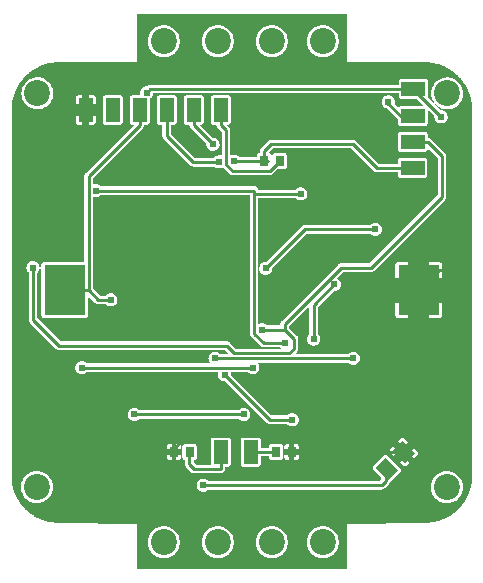
<source format=gbl>
G04 ---------------------------- Layer name :BOTTOM LAYER*
G04 EasyEDA v5.6.15, Sun, 19 Aug 2018 09:15:10 GMT*
G04 20d6072df84a40519853f38576b9eb16*
G04 Gerber Generator version 0.2*
G04 Scale: 100 percent, Rotated: No, Reflected: No *
G04 Dimensions in millimeters *
G04 leading zeros omitted , absolute positions ,3 integer and 3 decimal *
%FSLAX33Y33*%
%MOMM*%
G90*
G71D02*

%ADD11C,0.219989*%
%ADD12C,0.220000*%
%ADD13C,2.199996*%
%ADD14C,0.610006*%
%ADD17R,0.701040X0.899160*%
%ADD22R,3.499993X4.199992*%
%ADD24R,1.199998X1.999996*%
%ADD25R,1.999996X1.199998*%

%LPD*%
G36*
G01X10604Y0D02*
G01X10604Y3810D01*
G01X4000Y3926D01*
G01X4000Y3926D01*
G01X3910Y3927D01*
G01X3820Y3930D01*
G01X3730Y3935D01*
G01X3640Y3942D01*
G01X3550Y3951D01*
G01X3461Y3962D01*
G01X3372Y3975D01*
G01X3283Y3990D01*
G01X3194Y4008D01*
G01X3106Y4027D01*
G01X3018Y4048D01*
G01X2931Y4071D01*
G01X2845Y4096D01*
G01X2759Y4123D01*
G01X2673Y4152D01*
G01X2589Y4183D01*
G01X2505Y4216D01*
G01X2421Y4250D01*
G01X2339Y4287D01*
G01X2257Y4325D01*
G01X2177Y4365D01*
G01X2097Y4407D01*
G01X2018Y4451D01*
G01X1940Y4497D01*
G01X1864Y4544D01*
G01X1788Y4593D01*
G01X1713Y4644D01*
G01X1640Y4696D01*
G01X1568Y4750D01*
G01X1497Y4806D01*
G01X1427Y4863D01*
G01X1359Y4922D01*
G01X1292Y4982D01*
G01X1226Y5044D01*
G01X1162Y5107D01*
G01X1099Y5172D01*
G01X1038Y5238D01*
G01X978Y5305D01*
G01X920Y5374D01*
G01X863Y5444D01*
G01X808Y5515D01*
G01X754Y5588D01*
G01X702Y5662D01*
G01X652Y5736D01*
G01X604Y5812D01*
G01X557Y5890D01*
G01X512Y5968D01*
G01X469Y6047D01*
G01X427Y6127D01*
G01X388Y6208D01*
G01X350Y6290D01*
G01X314Y6372D01*
G01X280Y6456D01*
G01X248Y6540D01*
G01X217Y6625D01*
G01X189Y6710D01*
G01X163Y6797D01*
G01X138Y6883D01*
G01X116Y6971D01*
G01X95Y7059D01*
G01X77Y7147D01*
G01X60Y7235D01*
G01X45Y7324D01*
G01X33Y7414D01*
G01X22Y7503D01*
G01X14Y7593D01*
G01X7Y7683D01*
G01X3Y7773D01*
G01X0Y7863D01*
G01X0Y7926D01*
G01X0Y7924D01*
G01X0Y38925D01*
G01X0Y38926D01*
G01X1Y39016D01*
G01X4Y39106D01*
G01X9Y39196D01*
G01X16Y39286D01*
G01X25Y39375D01*
G01X37Y39465D01*
G01X50Y39554D01*
G01X65Y39643D01*
G01X82Y39731D01*
G01X101Y39819D01*
G01X122Y39907D01*
G01X145Y39994D01*
G01X170Y40081D01*
G01X197Y40167D01*
G01X226Y40252D01*
G01X257Y40337D01*
G01X290Y40421D01*
G01X325Y40504D01*
G01X361Y40587D01*
G01X400Y40668D01*
G01X440Y40749D01*
G01X482Y40829D01*
G01X526Y40907D01*
G01X571Y40985D01*
G01X618Y41062D01*
G01X667Y41138D01*
G01X718Y41212D01*
G01X770Y41286D01*
G01X824Y41358D01*
G01X880Y41429D01*
G01X937Y41498D01*
G01X996Y41567D01*
G01X1056Y41634D01*
G01X1118Y41699D01*
G01X1181Y41764D01*
G01X1246Y41826D01*
G01X1312Y41888D01*
G01X1380Y41948D01*
G01X1448Y42006D01*
G01X1518Y42063D01*
G01X1590Y42118D01*
G01X1662Y42171D01*
G01X1736Y42223D01*
G01X1811Y42273D01*
G01X1887Y42322D01*
G01X1964Y42369D01*
G01X2042Y42414D01*
G01X2121Y42457D01*
G01X2201Y42498D01*
G01X2282Y42538D01*
G01X2364Y42576D01*
G01X2447Y42612D01*
G01X2530Y42646D01*
G01X2614Y42678D01*
G01X2699Y42708D01*
G01X2785Y42736D01*
G01X2871Y42763D01*
G01X2958Y42787D01*
G01X3045Y42810D01*
G01X3133Y42830D01*
G01X3221Y42849D01*
G01X3310Y42866D01*
G01X3399Y42880D01*
G01X3488Y42893D01*
G01X3578Y42903D01*
G01X3667Y42912D01*
G01X3757Y42918D01*
G01X3847Y42923D01*
G01X3937Y42925D01*
G01X4000Y42926D01*
G01X10604Y42926D01*
G01X10604Y46990D01*
G01X28384Y46990D01*
G01X28384Y42926D01*
G01X35000Y42926D01*
G01X35090Y42924D01*
G01X35180Y42921D01*
G01X35270Y42916D01*
G01X35360Y42909D01*
G01X35450Y42900D01*
G01X35539Y42889D01*
G01X35628Y42876D01*
G01X35717Y42861D01*
G01X35806Y42843D01*
G01X35894Y42824D01*
G01X35981Y42803D01*
G01X36069Y42780D01*
G01X36155Y42755D01*
G01X36241Y42728D01*
G01X36327Y42699D01*
G01X36411Y42668D01*
G01X36495Y42635D01*
G01X36579Y42601D01*
G01X36661Y42564D01*
G01X36743Y42526D01*
G01X36823Y42486D01*
G01X36903Y42444D01*
G01X36982Y42400D01*
G01X37060Y42354D01*
G01X37136Y42307D01*
G01X37212Y42258D01*
G01X37287Y42207D01*
G01X37360Y42155D01*
G01X37432Y42101D01*
G01X37503Y42045D01*
G01X37573Y41988D01*
G01X37641Y41929D01*
G01X37708Y41869D01*
G01X37774Y41807D01*
G01X37838Y41744D01*
G01X37901Y41680D01*
G01X37962Y41613D01*
G01X38022Y41546D01*
G01X38080Y41477D01*
G01X38137Y41407D01*
G01X38192Y41336D01*
G01X38246Y41263D01*
G01X38298Y41190D01*
G01X38348Y41115D01*
G01X38396Y41039D01*
G01X38443Y40962D01*
G01X38488Y40883D01*
G01X38531Y40804D01*
G01X38573Y40724D01*
G01X38612Y40643D01*
G01X38650Y40561D01*
G01X38686Y40479D01*
G01X38720Y40395D01*
G01X38752Y40311D01*
G01X38783Y40226D01*
G01X38811Y40141D01*
G01X38837Y40054D01*
G01X38862Y39968D01*
G01X38884Y39880D01*
G01X38905Y39793D01*
G01X38923Y39704D01*
G01X38940Y39616D01*
G01X38954Y39527D01*
G01X38967Y39437D01*
G01X38978Y39348D01*
G01X38986Y39258D01*
G01X38993Y39168D01*
G01X38997Y39078D01*
G01X38999Y38988D01*
G01X39000Y38926D01*
G01X39001Y38925D01*
G01X39001Y7924D01*
G01X39000Y7926D01*
G01X38999Y7835D01*
G01X38996Y7745D01*
G01X38991Y7655D01*
G01X38984Y7565D01*
G01X38975Y7476D01*
G01X38963Y7386D01*
G01X38950Y7297D01*
G01X38935Y7208D01*
G01X38918Y7120D01*
G01X38899Y7032D01*
G01X38878Y6944D01*
G01X38855Y6857D01*
G01X38829Y6770D01*
G01X38802Y6684D01*
G01X38774Y6599D01*
G01X38743Y6514D01*
G01X38710Y6430D01*
G01X38675Y6347D01*
G01X38639Y6265D01*
G01X38600Y6183D01*
G01X38560Y6102D01*
G01X38518Y6022D01*
G01X38474Y5944D01*
G01X38429Y5866D01*
G01X38382Y5789D01*
G01X38333Y5713D01*
G01X38282Y5639D01*
G01X38230Y5566D01*
G01X38175Y5493D01*
G01X38120Y5422D01*
G01X38063Y5353D01*
G01X38004Y5284D01*
G01X37944Y5217D01*
G01X37882Y5152D01*
G01X37819Y5087D01*
G01X37754Y5025D01*
G01X37688Y4963D01*
G01X37620Y4903D01*
G01X37552Y4845D01*
G01X37482Y4788D01*
G01X37410Y4733D01*
G01X37338Y4680D01*
G01X37264Y4628D01*
G01X37189Y4578D01*
G01X37113Y4529D01*
G01X37036Y4483D01*
G01X36958Y4438D01*
G01X36879Y4394D01*
G01X36799Y4353D01*
G01X36718Y4313D01*
G01X36636Y4275D01*
G01X36553Y4239D01*
G01X36470Y4205D01*
G01X36386Y4173D01*
G01X36301Y4143D01*
G01X36215Y4115D01*
G01X36129Y4088D01*
G01X36042Y4064D01*
G01X35955Y4041D01*
G01X35867Y4021D01*
G01X35779Y4002D01*
G01X35690Y3986D01*
G01X35601Y3971D01*
G01X35512Y3958D01*
G01X35422Y3948D01*
G01X35333Y3939D01*
G01X35243Y3933D01*
G01X35153Y3928D01*
G01X35063Y3926D01*
G01X35000Y3926D01*
G01X35001Y3926D01*
G01X28384Y3810D01*
G01X28384Y0D01*
G01X10604Y0D01*
G37*

%LPC*%
G36*
G01X12856Y43350D02*
G01X12991Y43353D01*
G01X13125Y43370D01*
G01X13257Y43400D01*
G01X13385Y43443D01*
G01X13508Y43499D01*
G01X13625Y43566D01*
G01X13734Y43645D01*
G01X13835Y43734D01*
G01X13927Y43833D01*
G01X14009Y43941D01*
G01X14079Y44056D01*
G01X14138Y44178D01*
G01X14184Y44304D01*
G01X14217Y44435D01*
G01X14237Y44569D01*
G01X14244Y44704D01*
G01X14237Y44838D01*
G01X14217Y44972D01*
G01X14184Y45103D01*
G01X14138Y45229D01*
G01X14079Y45351D01*
G01X14009Y45466D01*
G01X13927Y45574D01*
G01X13835Y45673D01*
G01X13734Y45762D01*
G01X13625Y45841D01*
G01X13508Y45908D01*
G01X13385Y45964D01*
G01X13257Y46007D01*
G01X13125Y46037D01*
G01X12991Y46054D01*
G01X12856Y46057D01*
G01X12722Y46047D01*
G01X12589Y46024D01*
G01X12459Y45987D01*
G01X12333Y45938D01*
G01X12213Y45876D01*
G01X12100Y45803D01*
G01X11994Y45719D01*
G01X11897Y45624D01*
G01X11811Y45521D01*
G01X11735Y45410D01*
G01X11670Y45291D01*
G01X11618Y45167D01*
G01X11578Y45038D01*
G01X11551Y44905D01*
G01X11538Y44771D01*
G01X11538Y44636D01*
G01X11551Y44502D01*
G01X11578Y44369D01*
G01X11618Y44240D01*
G01X11670Y44116D01*
G01X11735Y43997D01*
G01X11811Y43886D01*
G01X11897Y43783D01*
G01X11994Y43688D01*
G01X12100Y43604D01*
G01X12213Y43531D01*
G01X12333Y43469D01*
G01X12459Y43420D01*
G01X12589Y43383D01*
G01X12722Y43360D01*
G01X12856Y43350D01*
G37*
G36*
G01X22000Y932D02*
G01X22135Y935D01*
G01X22269Y952D01*
G01X22401Y982D01*
G01X22529Y1025D01*
G01X22652Y1081D01*
G01X22769Y1148D01*
G01X22878Y1227D01*
G01X22979Y1316D01*
G01X23071Y1415D01*
G01X23153Y1523D01*
G01X23223Y1638D01*
G01X23282Y1760D01*
G01X23328Y1886D01*
G01X23361Y2017D01*
G01X23381Y2151D01*
G01X23388Y2286D01*
G01X23381Y2420D01*
G01X23361Y2554D01*
G01X23328Y2685D01*
G01X23282Y2811D01*
G01X23223Y2933D01*
G01X23153Y3048D01*
G01X23071Y3156D01*
G01X22979Y3255D01*
G01X22878Y3344D01*
G01X22769Y3423D01*
G01X22652Y3490D01*
G01X22529Y3546D01*
G01X22401Y3589D01*
G01X22269Y3619D01*
G01X22135Y3636D01*
G01X22000Y3639D01*
G01X21866Y3629D01*
G01X21733Y3606D01*
G01X21603Y3569D01*
G01X21477Y3520D01*
G01X21357Y3458D01*
G01X21244Y3385D01*
G01X21138Y3301D01*
G01X21041Y3206D01*
G01X20955Y3103D01*
G01X20879Y2992D01*
G01X20814Y2873D01*
G01X20762Y2749D01*
G01X20722Y2620D01*
G01X20695Y2487D01*
G01X20682Y2353D01*
G01X20682Y2218D01*
G01X20695Y2084D01*
G01X20722Y1951D01*
G01X20762Y1822D01*
G01X20814Y1698D01*
G01X20879Y1579D01*
G01X20955Y1468D01*
G01X21041Y1365D01*
G01X21138Y1270D01*
G01X21244Y1186D01*
G01X21357Y1113D01*
G01X21477Y1051D01*
G01X21603Y1002D01*
G01X21733Y965D01*
G01X21866Y942D01*
G01X22000Y932D01*
G37*
G36*
G01X17428Y932D02*
G01X17563Y935D01*
G01X17697Y952D01*
G01X17829Y982D01*
G01X17957Y1025D01*
G01X18080Y1081D01*
G01X18197Y1148D01*
G01X18306Y1227D01*
G01X18407Y1316D01*
G01X18499Y1415D01*
G01X18581Y1523D01*
G01X18651Y1638D01*
G01X18710Y1760D01*
G01X18756Y1886D01*
G01X18789Y2017D01*
G01X18809Y2151D01*
G01X18816Y2286D01*
G01X18809Y2420D01*
G01X18789Y2554D01*
G01X18756Y2685D01*
G01X18710Y2811D01*
G01X18651Y2933D01*
G01X18581Y3048D01*
G01X18499Y3156D01*
G01X18407Y3255D01*
G01X18306Y3344D01*
G01X18197Y3423D01*
G01X18080Y3490D01*
G01X17957Y3546D01*
G01X17829Y3589D01*
G01X17697Y3619D01*
G01X17563Y3636D01*
G01X17428Y3639D01*
G01X17294Y3629D01*
G01X17161Y3606D01*
G01X17031Y3569D01*
G01X16905Y3520D01*
G01X16785Y3458D01*
G01X16672Y3385D01*
G01X16566Y3301D01*
G01X16469Y3206D01*
G01X16383Y3103D01*
G01X16307Y2992D01*
G01X16242Y2873D01*
G01X16190Y2749D01*
G01X16150Y2620D01*
G01X16123Y2487D01*
G01X16110Y2353D01*
G01X16110Y2218D01*
G01X16123Y2084D01*
G01X16150Y1951D01*
G01X16190Y1822D01*
G01X16242Y1698D01*
G01X16307Y1579D01*
G01X16383Y1468D01*
G01X16469Y1365D01*
G01X16566Y1270D01*
G01X16672Y1186D01*
G01X16785Y1113D01*
G01X16905Y1051D01*
G01X17031Y1002D01*
G01X17161Y965D01*
G01X17294Y942D01*
G01X17428Y932D01*
G37*
G36*
G01X12856Y932D02*
G01X12991Y935D01*
G01X13125Y952D01*
G01X13257Y982D01*
G01X13385Y1025D01*
G01X13508Y1081D01*
G01X13625Y1148D01*
G01X13734Y1227D01*
G01X13835Y1316D01*
G01X13927Y1415D01*
G01X14009Y1523D01*
G01X14079Y1638D01*
G01X14138Y1760D01*
G01X14184Y1886D01*
G01X14217Y2017D01*
G01X14237Y2151D01*
G01X14244Y2286D01*
G01X14237Y2420D01*
G01X14217Y2554D01*
G01X14184Y2685D01*
G01X14138Y2811D01*
G01X14079Y2933D01*
G01X14009Y3048D01*
G01X13927Y3156D01*
G01X13835Y3255D01*
G01X13734Y3344D01*
G01X13625Y3423D01*
G01X13508Y3490D01*
G01X13385Y3546D01*
G01X13257Y3589D01*
G01X13125Y3619D01*
G01X12991Y3636D01*
G01X12856Y3639D01*
G01X12722Y3629D01*
G01X12589Y3606D01*
G01X12459Y3569D01*
G01X12333Y3520D01*
G01X12213Y3458D01*
G01X12100Y3385D01*
G01X11994Y3301D01*
G01X11897Y3206D01*
G01X11811Y3103D01*
G01X11735Y2992D01*
G01X11670Y2873D01*
G01X11618Y2749D01*
G01X11578Y2620D01*
G01X11551Y2487D01*
G01X11538Y2353D01*
G01X11538Y2218D01*
G01X11551Y2084D01*
G01X11578Y1951D01*
G01X11618Y1822D01*
G01X11670Y1698D01*
G01X11735Y1579D01*
G01X11811Y1468D01*
G01X11897Y1365D01*
G01X11994Y1270D01*
G01X12100Y1186D01*
G01X12213Y1113D01*
G01X12333Y1051D01*
G01X12459Y1002D01*
G01X12589Y965D01*
G01X12722Y942D01*
G01X12856Y932D01*
G37*
G36*
G01X17428Y43350D02*
G01X17563Y43353D01*
G01X17697Y43370D01*
G01X17829Y43400D01*
G01X17957Y43443D01*
G01X18080Y43499D01*
G01X18197Y43566D01*
G01X18306Y43645D01*
G01X18407Y43734D01*
G01X18499Y43833D01*
G01X18581Y43941D01*
G01X18651Y44056D01*
G01X18710Y44178D01*
G01X18756Y44304D01*
G01X18789Y44435D01*
G01X18809Y44569D01*
G01X18816Y44704D01*
G01X18809Y44838D01*
G01X18789Y44972D01*
G01X18756Y45103D01*
G01X18710Y45229D01*
G01X18651Y45351D01*
G01X18581Y45466D01*
G01X18499Y45574D01*
G01X18407Y45673D01*
G01X18306Y45762D01*
G01X18197Y45841D01*
G01X18080Y45908D01*
G01X17957Y45964D01*
G01X17829Y46007D01*
G01X17697Y46037D01*
G01X17563Y46054D01*
G01X17428Y46057D01*
G01X17294Y46047D01*
G01X17161Y46024D01*
G01X17031Y45987D01*
G01X16905Y45938D01*
G01X16785Y45876D01*
G01X16672Y45803D01*
G01X16566Y45719D01*
G01X16469Y45624D01*
G01X16383Y45521D01*
G01X16307Y45410D01*
G01X16242Y45291D01*
G01X16190Y45167D01*
G01X16150Y45038D01*
G01X16123Y44905D01*
G01X16110Y44771D01*
G01X16110Y44636D01*
G01X16123Y44502D01*
G01X16150Y44369D01*
G01X16190Y44240D01*
G01X16242Y44116D01*
G01X16307Y43997D01*
G01X16383Y43886D01*
G01X16469Y43783D01*
G01X16566Y43688D01*
G01X16672Y43604D01*
G01X16785Y43531D01*
G01X16905Y43469D01*
G01X17031Y43420D01*
G01X17161Y43383D01*
G01X17294Y43360D01*
G01X17428Y43350D01*
G37*
G36*
G01X22000Y43350D02*
G01X22135Y43353D01*
G01X22269Y43370D01*
G01X22401Y43400D01*
G01X22529Y43443D01*
G01X22652Y43499D01*
G01X22769Y43566D01*
G01X22878Y43645D01*
G01X22979Y43734D01*
G01X23071Y43833D01*
G01X23153Y43941D01*
G01X23223Y44056D01*
G01X23282Y44178D01*
G01X23328Y44304D01*
G01X23361Y44435D01*
G01X23381Y44569D01*
G01X23388Y44704D01*
G01X23381Y44838D01*
G01X23361Y44972D01*
G01X23328Y45103D01*
G01X23282Y45229D01*
G01X23223Y45351D01*
G01X23153Y45466D01*
G01X23071Y45574D01*
G01X22979Y45673D01*
G01X22878Y45762D01*
G01X22769Y45841D01*
G01X22652Y45908D01*
G01X22529Y45964D01*
G01X22401Y46007D01*
G01X22269Y46037D01*
G01X22135Y46054D01*
G01X22000Y46057D01*
G01X21866Y46047D01*
G01X21733Y46024D01*
G01X21603Y45987D01*
G01X21477Y45938D01*
G01X21357Y45876D01*
G01X21244Y45803D01*
G01X21138Y45719D01*
G01X21041Y45624D01*
G01X20955Y45521D01*
G01X20879Y45410D01*
G01X20814Y45291D01*
G01X20762Y45167D01*
G01X20722Y45038D01*
G01X20695Y44905D01*
G01X20682Y44771D01*
G01X20682Y44636D01*
G01X20695Y44502D01*
G01X20722Y44369D01*
G01X20762Y44240D01*
G01X20814Y44116D01*
G01X20879Y43997D01*
G01X20955Y43886D01*
G01X21041Y43783D01*
G01X21138Y43688D01*
G01X21244Y43604D01*
G01X21357Y43531D01*
G01X21477Y43469D01*
G01X21603Y43420D01*
G01X21733Y43383D01*
G01X21866Y43360D01*
G01X22000Y43350D01*
G37*
G36*
G01X36824Y5592D02*
G01X36959Y5596D01*
G01X37093Y5612D01*
G01X37225Y5642D01*
G01X37353Y5685D01*
G01X37476Y5741D01*
G01X37593Y5809D01*
G01X37702Y5887D01*
G01X37804Y5977D01*
G01X37895Y6076D01*
G01X37977Y6183D01*
G01X38047Y6298D01*
G01X38106Y6420D01*
G01X38152Y6547D01*
G01X38185Y6678D01*
G01X38205Y6811D01*
G01X38212Y6946D01*
G01X38205Y7081D01*
G01X38185Y7214D01*
G01X38152Y7345D01*
G01X38106Y7472D01*
G01X38047Y7593D01*
G01X37977Y7709D01*
G01X37895Y7816D01*
G01X37804Y7915D01*
G01X37702Y8004D01*
G01X37593Y8083D01*
G01X37476Y8151D01*
G01X37353Y8206D01*
G01X37225Y8249D01*
G01X37093Y8279D01*
G01X36959Y8296D01*
G01X36824Y8299D01*
G01X36690Y8289D01*
G01X36557Y8266D01*
G01X36427Y8229D01*
G01X36301Y8180D01*
G01X36181Y8118D01*
G01X36068Y8045D01*
G01X35962Y7961D01*
G01X35866Y7867D01*
G01X35779Y7763D01*
G01X35703Y7652D01*
G01X35638Y7533D01*
G01X35586Y7409D01*
G01X35546Y7280D01*
G01X35519Y7148D01*
G01X35506Y7013D01*
G01X35506Y6878D01*
G01X35519Y6744D01*
G01X35546Y6612D01*
G01X35586Y6483D01*
G01X35638Y6358D01*
G01X35703Y6240D01*
G01X35779Y6128D01*
G01X35866Y6025D01*
G01X35962Y5931D01*
G01X36068Y5847D01*
G01X36181Y5773D01*
G01X36301Y5712D01*
G01X36427Y5662D01*
G01X36557Y5626D01*
G01X36690Y5602D01*
G01X36824Y5592D01*
G37*
G36*
G01X2122Y5604D02*
G01X2257Y5607D01*
G01X2391Y5624D01*
G01X2523Y5654D01*
G01X2651Y5697D01*
G01X2774Y5753D01*
G01X2891Y5820D01*
G01X3000Y5899D01*
G01X3102Y5988D01*
G01X3193Y6087D01*
G01X3275Y6195D01*
G01X3345Y6310D01*
G01X3404Y6432D01*
G01X3450Y6558D01*
G01X3483Y6689D01*
G01X3503Y6823D01*
G01X3510Y6958D01*
G01X3503Y7092D01*
G01X3483Y7226D01*
G01X3450Y7357D01*
G01X3404Y7484D01*
G01X3345Y7605D01*
G01X3275Y7720D01*
G01X3193Y7828D01*
G01X3102Y7927D01*
G01X3000Y8016D01*
G01X2891Y8095D01*
G01X2774Y8162D01*
G01X2651Y8218D01*
G01X2523Y8261D01*
G01X2391Y8291D01*
G01X2257Y8308D01*
G01X2122Y8311D01*
G01X1988Y8301D01*
G01X1855Y8278D01*
G01X1725Y8241D01*
G01X1599Y8192D01*
G01X1479Y8130D01*
G01X1366Y8057D01*
G01X1260Y7973D01*
G01X1164Y7879D01*
G01X1077Y7775D01*
G01X1001Y7664D01*
G01X936Y7545D01*
G01X884Y7421D01*
G01X844Y7292D01*
G01X817Y7159D01*
G01X804Y7025D01*
G01X804Y6890D01*
G01X817Y6756D01*
G01X844Y6623D01*
G01X884Y6494D01*
G01X936Y6370D01*
G01X1001Y6252D01*
G01X1077Y6140D01*
G01X1164Y6037D01*
G01X1260Y5942D01*
G01X1366Y5858D01*
G01X1479Y5785D01*
G01X1599Y5723D01*
G01X1725Y5674D01*
G01X1855Y5638D01*
G01X1988Y5614D01*
G01X2122Y5604D01*
G37*
G36*
G01X16229Y6545D02*
G01X16285Y6546D01*
G01X16340Y6553D01*
G01X16394Y6566D01*
G01X16447Y6584D01*
G01X16498Y6606D01*
G01X16546Y6634D01*
G01X16591Y6667D01*
G01X16633Y6704D01*
G01X16667Y6740D01*
G01X31335Y6740D01*
G01X31348Y6740D01*
G01X31361Y6741D01*
G01X31374Y6742D01*
G01X31387Y6744D01*
G01X31400Y6746D01*
G01X31413Y6748D01*
G01X31425Y6751D01*
G01X31438Y6755D01*
G01X31450Y6758D01*
G01X31463Y6763D01*
G01X31475Y6768D01*
G01X31487Y6773D01*
G01X31498Y6778D01*
G01X31510Y6784D01*
G01X31521Y6791D01*
G01X31532Y6798D01*
G01X31543Y6805D01*
G01X31554Y6812D01*
G01X31564Y6820D01*
G01X31574Y6829D01*
G01X31584Y6837D01*
G01X31593Y6846D01*
G01X31941Y7194D01*
G01X31950Y7204D01*
G01X31959Y7213D01*
G01X31967Y7223D01*
G01X31975Y7234D01*
G01X31982Y7244D01*
G01X31990Y7255D01*
G01X31997Y7266D01*
G01X32003Y7277D01*
G01X32009Y7289D01*
G01X32015Y7301D01*
G01X32020Y7313D01*
G01X32025Y7325D01*
G01X32026Y7329D01*
G01X32029Y7332D01*
G01X32038Y7338D01*
G01X32046Y7344D01*
G01X32054Y7351D01*
G01X32061Y7359D01*
G01X32882Y8179D01*
G01X32889Y8187D01*
G01X32896Y8194D01*
G01X32902Y8203D01*
G01X32909Y8211D01*
G01X32915Y8220D01*
G01X32920Y8229D01*
G01X32925Y8238D01*
G01X32930Y8247D01*
G01X32935Y8257D01*
G01X32939Y8266D01*
G01X32942Y8276D01*
G01X32945Y8286D01*
G01X32948Y8296D01*
G01X32951Y8307D01*
G01X32953Y8317D01*
G01X32954Y8327D01*
G01X32955Y8338D01*
G01X32956Y8348D01*
G01X32956Y8359D01*
G01X32956Y8369D01*
G01X32955Y8380D01*
G01X32954Y8390D01*
G01X32953Y8400D01*
G01X32951Y8411D01*
G01X32948Y8421D01*
G01X32945Y8431D01*
G01X32942Y8441D01*
G01X32939Y8451D01*
G01X32935Y8461D01*
G01X32930Y8470D01*
G01X32925Y8480D01*
G01X32920Y8489D01*
G01X32915Y8498D01*
G01X32909Y8506D01*
G01X32902Y8515D01*
G01X32896Y8523D01*
G01X32889Y8531D01*
G01X32882Y8538D01*
G01X31843Y9577D01*
G01X31835Y9584D01*
G01X31827Y9591D01*
G01X31819Y9598D01*
G01X31811Y9604D01*
G01X31802Y9610D01*
G01X31793Y9616D01*
G01X31784Y9621D01*
G01X31775Y9626D01*
G01X31765Y9630D01*
G01X31755Y9634D01*
G01X31746Y9638D01*
G01X31736Y9641D01*
G01X31725Y9644D01*
G01X31715Y9646D01*
G01X31705Y9648D01*
G01X31695Y9650D01*
G01X31684Y9651D01*
G01X31674Y9651D01*
G01X31663Y9652D01*
G01X31653Y9651D01*
G01X31642Y9651D01*
G01X31632Y9650D01*
G01X31621Y9648D01*
G01X31611Y9646D01*
G01X31601Y9644D01*
G01X31591Y9641D01*
G01X31581Y9638D01*
G01X31571Y9634D01*
G01X31561Y9630D01*
G01X31552Y9626D01*
G01X31542Y9621D01*
G01X31533Y9616D01*
G01X31524Y9610D01*
G01X31516Y9604D01*
G01X31507Y9598D01*
G01X31499Y9591D01*
G01X31491Y9584D01*
G01X31484Y9577D01*
G01X30663Y8757D01*
G01X30656Y8749D01*
G01X30649Y8741D01*
G01X30642Y8733D01*
G01X30636Y8725D01*
G01X30630Y8716D01*
G01X30625Y8707D01*
G01X30619Y8698D01*
G01X30615Y8689D01*
G01X30610Y8679D01*
G01X30606Y8669D01*
G01X30602Y8660D01*
G01X30599Y8650D01*
G01X30596Y8639D01*
G01X30594Y8629D01*
G01X30592Y8619D01*
G01X30591Y8608D01*
G01X30590Y8598D01*
G01X30589Y8588D01*
G01X30589Y8577D01*
G01X30589Y8567D01*
G01X30590Y8556D01*
G01X30591Y8546D01*
G01X30592Y8535D01*
G01X30594Y8525D01*
G01X30596Y8515D01*
G01X30599Y8505D01*
G01X30602Y8495D01*
G01X30606Y8485D01*
G01X30610Y8475D01*
G01X30615Y8466D01*
G01X30619Y8456D01*
G01X30625Y8447D01*
G01X30630Y8438D01*
G01X30636Y8429D01*
G01X30642Y8421D01*
G01X30649Y8413D01*
G01X30656Y8405D01*
G01X30663Y8397D01*
G01X31319Y7741D01*
G01X31319Y7603D01*
G01X31185Y7468D01*
G01X16667Y7468D01*
G01X16633Y7504D01*
G01X16591Y7541D01*
G01X16546Y7573D01*
G01X16498Y7601D01*
G01X16447Y7624D01*
G01X16394Y7642D01*
G01X16340Y7654D01*
G01X16285Y7661D01*
G01X16229Y7663D01*
G01X16173Y7659D01*
G01X16118Y7649D01*
G01X16065Y7634D01*
G01X16013Y7613D01*
G01X15963Y7588D01*
G01X15916Y7558D01*
G01X15873Y7523D01*
G01X15833Y7484D01*
G01X15797Y7441D01*
G01X15766Y7395D01*
G01X15739Y7346D01*
G01X15718Y7295D01*
G01X15701Y7242D01*
G01X15690Y7187D01*
G01X15684Y7132D01*
G01X15684Y7076D01*
G01X15690Y7021D01*
G01X15701Y6966D01*
G01X15718Y6913D01*
G01X15739Y6861D01*
G01X15766Y6812D01*
G01X15797Y6766D01*
G01X15833Y6724D01*
G01X15873Y6685D01*
G01X15916Y6650D01*
G01X15963Y6620D01*
G01X16013Y6594D01*
G01X16065Y6574D01*
G01X16118Y6559D01*
G01X16173Y6549D01*
G01X16229Y6545D01*
G37*
G36*
G01X26318Y43350D02*
G01X26453Y43353D01*
G01X26587Y43370D01*
G01X26719Y43400D01*
G01X26847Y43443D01*
G01X26970Y43499D01*
G01X27087Y43566D01*
G01X27196Y43645D01*
G01X27297Y43734D01*
G01X27389Y43833D01*
G01X27471Y43941D01*
G01X27541Y44056D01*
G01X27600Y44178D01*
G01X27646Y44304D01*
G01X27679Y44435D01*
G01X27699Y44569D01*
G01X27706Y44704D01*
G01X27699Y44838D01*
G01X27679Y44972D01*
G01X27646Y45103D01*
G01X27600Y45229D01*
G01X27541Y45351D01*
G01X27471Y45466D01*
G01X27389Y45574D01*
G01X27297Y45673D01*
G01X27196Y45762D01*
G01X27087Y45841D01*
G01X26970Y45908D01*
G01X26847Y45964D01*
G01X26719Y46007D01*
G01X26587Y46037D01*
G01X26453Y46054D01*
G01X26318Y46057D01*
G01X26184Y46047D01*
G01X26051Y46024D01*
G01X25921Y45987D01*
G01X25795Y45938D01*
G01X25675Y45876D01*
G01X25562Y45803D01*
G01X25456Y45719D01*
G01X25359Y45624D01*
G01X25273Y45521D01*
G01X25197Y45410D01*
G01X25132Y45291D01*
G01X25080Y45167D01*
G01X25040Y45038D01*
G01X25013Y44905D01*
G01X25000Y44771D01*
G01X25000Y44636D01*
G01X25013Y44502D01*
G01X25040Y44369D01*
G01X25080Y44240D01*
G01X25132Y44116D01*
G01X25197Y43997D01*
G01X25273Y43886D01*
G01X25359Y43783D01*
G01X25456Y43688D01*
G01X25562Y43604D01*
G01X25675Y43531D01*
G01X25795Y43469D01*
G01X25921Y43420D01*
G01X26051Y43383D01*
G01X26184Y43360D01*
G01X26318Y43350D01*
G37*
G36*
G01X5433Y39361D02*
G01X5986Y39361D01*
G01X5986Y40115D01*
G01X5986Y40116D01*
G01X5687Y40116D01*
G01X5676Y40116D01*
G01X5666Y40115D01*
G01X5655Y40114D01*
G01X5645Y40113D01*
G01X5634Y40111D01*
G01X5624Y40108D01*
G01X5614Y40106D01*
G01X5604Y40102D01*
G01X5594Y40099D01*
G01X5585Y40095D01*
G01X5575Y40090D01*
G01X5566Y40086D01*
G01X5557Y40080D01*
G01X5548Y40075D01*
G01X5539Y40069D01*
G01X5531Y40063D01*
G01X5522Y40056D01*
G01X5515Y40049D01*
G01X5507Y40042D01*
G01X5500Y40034D01*
G01X5493Y40026D01*
G01X5486Y40018D01*
G01X5480Y40010D01*
G01X5474Y40001D01*
G01X5468Y39992D01*
G01X5463Y39983D01*
G01X5458Y39974D01*
G01X5454Y39964D01*
G01X5450Y39955D01*
G01X5446Y39945D01*
G01X5443Y39935D01*
G01X5440Y39925D01*
G01X5438Y39914D01*
G01X5436Y39904D01*
G01X5435Y39894D01*
G01X5433Y39883D01*
G01X5433Y39873D01*
G01X5433Y39862D01*
G01X5433Y39361D01*
G37*
G36*
G01X6586Y39361D02*
G01X7139Y39361D01*
G01X7139Y39862D01*
G01X7139Y39873D01*
G01X7139Y39883D01*
G01X7137Y39894D01*
G01X7136Y39904D01*
G01X7134Y39914D01*
G01X7132Y39925D01*
G01X7129Y39935D01*
G01X7126Y39945D01*
G01X7122Y39955D01*
G01X7118Y39964D01*
G01X7114Y39974D01*
G01X7109Y39983D01*
G01X7104Y39992D01*
G01X7098Y40001D01*
G01X7092Y40010D01*
G01X7086Y40018D01*
G01X7079Y40026D01*
G01X7072Y40034D01*
G01X7065Y40042D01*
G01X7057Y40049D01*
G01X7050Y40056D01*
G01X7041Y40063D01*
G01X7033Y40069D01*
G01X7024Y40075D01*
G01X7015Y40080D01*
G01X7006Y40086D01*
G01X6997Y40090D01*
G01X6987Y40095D01*
G01X6978Y40099D01*
G01X6968Y40102D01*
G01X6958Y40106D01*
G01X6948Y40108D01*
G01X6938Y40111D01*
G01X6927Y40113D01*
G01X6917Y40114D01*
G01X6906Y40115D01*
G01X6896Y40116D01*
G01X6885Y40116D01*
G01X6586Y40116D01*
G01X6586Y40115D01*
G01X6586Y39361D01*
G37*
G36*
G01X15463Y8106D02*
G01X17716Y8106D01*
G01X17728Y8107D01*
G01X17741Y8107D01*
G01X17753Y8108D01*
G01X17766Y8110D01*
G01X17778Y8112D01*
G01X17790Y8114D01*
G01X17802Y8117D01*
G01X17814Y8120D01*
G01X17826Y8123D01*
G01X17838Y8127D01*
G01X17850Y8132D01*
G01X17861Y8137D01*
G01X17872Y8142D01*
G01X17883Y8147D01*
G01X17894Y8153D01*
G01X17905Y8159D01*
G01X17916Y8166D01*
G01X17926Y8173D01*
G01X17936Y8180D01*
G01X17946Y8188D01*
G01X17955Y8196D01*
G01X17964Y8204D01*
G01X17973Y8213D01*
G01X17982Y8222D01*
G01X17990Y8231D01*
G01X17998Y8241D01*
G01X18006Y8250D01*
G01X18013Y8260D01*
G01X18020Y8271D01*
G01X18027Y8281D01*
G01X18033Y8292D01*
G01X18039Y8303D01*
G01X18045Y8314D01*
G01X18050Y8325D01*
G01X18055Y8337D01*
G01X18059Y8349D01*
G01X18063Y8360D01*
G01X18067Y8372D01*
G01X18070Y8384D01*
G01X18072Y8396D01*
G01X18075Y8409D01*
G01X18077Y8421D01*
G01X18078Y8433D01*
G01X18079Y8446D01*
G01X18080Y8458D01*
G01X18080Y8470D01*
G01X18080Y8651D01*
G01X18315Y8651D01*
G01X18326Y8651D01*
G01X18336Y8652D01*
G01X18347Y8653D01*
G01X18357Y8654D01*
G01X18368Y8656D01*
G01X18378Y8659D01*
G01X18388Y8661D01*
G01X18398Y8665D01*
G01X18408Y8668D01*
G01X18417Y8672D01*
G01X18427Y8677D01*
G01X18436Y8681D01*
G01X18445Y8687D01*
G01X18454Y8692D01*
G01X18463Y8698D01*
G01X18471Y8704D01*
G01X18480Y8711D01*
G01X18487Y8718D01*
G01X18495Y8725D01*
G01X18502Y8733D01*
G01X18509Y8741D01*
G01X18516Y8749D01*
G01X18522Y8757D01*
G01X18528Y8766D01*
G01X18534Y8775D01*
G01X18539Y8784D01*
G01X18544Y8793D01*
G01X18548Y8803D01*
G01X18552Y8812D01*
G01X18556Y8822D01*
G01X18559Y8832D01*
G01X18562Y8842D01*
G01X18564Y8853D01*
G01X18566Y8863D01*
G01X18567Y8873D01*
G01X18569Y8884D01*
G01X18569Y8894D01*
G01X18569Y8905D01*
G01X18569Y10906D01*
G01X18569Y10917D01*
G01X18569Y10927D01*
G01X18567Y10938D01*
G01X18566Y10948D01*
G01X18564Y10958D01*
G01X18562Y10969D01*
G01X18559Y10979D01*
G01X18556Y10989D01*
G01X18552Y10999D01*
G01X18548Y11008D01*
G01X18544Y11018D01*
G01X18539Y11027D01*
G01X18534Y11036D01*
G01X18528Y11045D01*
G01X18522Y11054D01*
G01X18516Y11062D01*
G01X18509Y11070D01*
G01X18502Y11078D01*
G01X18495Y11086D01*
G01X18487Y11093D01*
G01X18480Y11100D01*
G01X18471Y11107D01*
G01X18463Y11113D01*
G01X18454Y11119D01*
G01X18445Y11124D01*
G01X18436Y11130D01*
G01X18427Y11134D01*
G01X18417Y11139D01*
G01X18408Y11143D01*
G01X18398Y11146D01*
G01X18388Y11150D01*
G01X18378Y11152D01*
G01X18368Y11155D01*
G01X18357Y11157D01*
G01X18347Y11158D01*
G01X18336Y11159D01*
G01X18326Y11160D01*
G01X18315Y11160D01*
G01X17117Y11160D01*
G01X17106Y11160D01*
G01X17096Y11159D01*
G01X17085Y11158D01*
G01X17075Y11157D01*
G01X17064Y11155D01*
G01X17054Y11152D01*
G01X17044Y11150D01*
G01X17034Y11146D01*
G01X17024Y11143D01*
G01X17015Y11139D01*
G01X17005Y11134D01*
G01X16996Y11130D01*
G01X16987Y11124D01*
G01X16978Y11119D01*
G01X16969Y11113D01*
G01X16961Y11107D01*
G01X16952Y11100D01*
G01X16945Y11093D01*
G01X16937Y11086D01*
G01X16930Y11078D01*
G01X16923Y11070D01*
G01X16916Y11062D01*
G01X16910Y11054D01*
G01X16904Y11045D01*
G01X16898Y11036D01*
G01X16893Y11027D01*
G01X16888Y11018D01*
G01X16884Y11008D01*
G01X16880Y10999D01*
G01X16876Y10989D01*
G01X16873Y10979D01*
G01X16870Y10969D01*
G01X16868Y10958D01*
G01X16866Y10948D01*
G01X16865Y10938D01*
G01X16863Y10927D01*
G01X16863Y10917D01*
G01X16863Y10906D01*
G01X16863Y8905D01*
G01X16863Y8894D01*
G01X16863Y8884D01*
G01X16865Y8873D01*
G01X16866Y8863D01*
G01X16868Y8853D01*
G01X16870Y8842D01*
G01X16873Y8834D01*
G01X15614Y8834D01*
G01X15408Y9042D01*
G01X15408Y9202D01*
G01X15425Y9202D01*
G01X15435Y9202D01*
G01X15446Y9203D01*
G01X15456Y9204D01*
G01X15467Y9205D01*
G01X15477Y9207D01*
G01X15487Y9210D01*
G01X15497Y9212D01*
G01X15507Y9216D01*
G01X15517Y9219D01*
G01X15527Y9223D01*
G01X15536Y9228D01*
G01X15546Y9233D01*
G01X15555Y9238D01*
G01X15564Y9243D01*
G01X15573Y9249D01*
G01X15581Y9255D01*
G01X15589Y9262D01*
G01X15597Y9269D01*
G01X15605Y9276D01*
G01X15612Y9284D01*
G01X15619Y9292D01*
G01X15625Y9300D01*
G01X15632Y9308D01*
G01X15638Y9317D01*
G01X15643Y9326D01*
G01X15648Y9335D01*
G01X15653Y9344D01*
G01X15658Y9354D01*
G01X15662Y9364D01*
G01X15665Y9373D01*
G01X15668Y9383D01*
G01X15671Y9394D01*
G01X15674Y9404D01*
G01X15675Y9414D01*
G01X15677Y9425D01*
G01X15678Y9435D01*
G01X15679Y9445D01*
G01X15679Y9456D01*
G01X15679Y10355D01*
G01X15679Y10366D01*
G01X15678Y10376D01*
G01X15677Y10386D01*
G01X15675Y10397D01*
G01X15674Y10407D01*
G01X15671Y10417D01*
G01X15668Y10428D01*
G01X15665Y10438D01*
G01X15662Y10447D01*
G01X15658Y10457D01*
G01X15653Y10467D01*
G01X15648Y10476D01*
G01X15643Y10485D01*
G01X15638Y10494D01*
G01X15632Y10503D01*
G01X15625Y10511D01*
G01X15619Y10519D01*
G01X15612Y10527D01*
G01X15605Y10535D01*
G01X15597Y10542D01*
G01X15589Y10549D01*
G01X15581Y10556D01*
G01X15573Y10562D01*
G01X15564Y10568D01*
G01X15555Y10573D01*
G01X15546Y10578D01*
G01X15536Y10583D01*
G01X15527Y10588D01*
G01X15517Y10592D01*
G01X15507Y10595D01*
G01X15497Y10599D01*
G01X15487Y10601D01*
G01X15477Y10604D01*
G01X15467Y10606D01*
G01X15456Y10607D01*
G01X15446Y10608D01*
G01X15435Y10609D01*
G01X15425Y10609D01*
G01X14724Y10609D01*
G01X14713Y10609D01*
G01X14703Y10608D01*
G01X14692Y10607D01*
G01X14682Y10606D01*
G01X14672Y10604D01*
G01X14662Y10601D01*
G01X14651Y10599D01*
G01X14641Y10595D01*
G01X14632Y10592D01*
G01X14622Y10588D01*
G01X14612Y10583D01*
G01X14603Y10578D01*
G01X14594Y10573D01*
G01X14585Y10568D01*
G01X14576Y10562D01*
G01X14568Y10556D01*
G01X14560Y10549D01*
G01X14552Y10542D01*
G01X14544Y10535D01*
G01X14537Y10527D01*
G01X14530Y10519D01*
G01X14523Y10511D01*
G01X14517Y10503D01*
G01X14511Y10494D01*
G01X14506Y10485D01*
G01X14500Y10476D01*
G01X14496Y10467D01*
G01X14491Y10457D01*
G01X14487Y10447D01*
G01X14484Y10438D01*
G01X14480Y10428D01*
G01X14478Y10417D01*
G01X14475Y10407D01*
G01X14473Y10397D01*
G01X14472Y10386D01*
G01X14471Y10376D01*
G01X14470Y10366D01*
G01X14470Y10355D01*
G01X14470Y9456D01*
G01X14470Y9445D01*
G01X14471Y9435D01*
G01X14472Y9425D01*
G01X14473Y9414D01*
G01X14475Y9404D01*
G01X14478Y9394D01*
G01X14480Y9383D01*
G01X14484Y9373D01*
G01X14487Y9364D01*
G01X14491Y9354D01*
G01X14496Y9344D01*
G01X14500Y9335D01*
G01X14506Y9326D01*
G01X14511Y9317D01*
G01X14517Y9308D01*
G01X14523Y9300D01*
G01X14530Y9292D01*
G01X14537Y9284D01*
G01X14544Y9276D01*
G01X14552Y9269D01*
G01X14560Y9262D01*
G01X14568Y9255D01*
G01X14576Y9249D01*
G01X14585Y9243D01*
G01X14594Y9238D01*
G01X14603Y9233D01*
G01X14612Y9228D01*
G01X14622Y9223D01*
G01X14632Y9219D01*
G01X14641Y9216D01*
G01X14651Y9212D01*
G01X14662Y9210D01*
G01X14672Y9207D01*
G01X14680Y9206D01*
G01X14680Y8892D01*
G01X14680Y8879D01*
G01X14681Y8866D01*
G01X14682Y8853D01*
G01X14684Y8840D01*
G01X14686Y8828D01*
G01X14688Y8815D01*
G01X14691Y8802D01*
G01X14695Y8790D01*
G01X14698Y8778D01*
G01X14703Y8765D01*
G01X14707Y8753D01*
G01X14713Y8741D01*
G01X14718Y8730D01*
G01X14724Y8718D01*
G01X14730Y8707D01*
G01X14737Y8696D01*
G01X14744Y8685D01*
G01X14752Y8675D01*
G01X14760Y8664D01*
G01X14768Y8654D01*
G01X14777Y8645D01*
G01X14786Y8635D01*
G01X15205Y8214D01*
G01X15214Y8205D01*
G01X15224Y8196D01*
G01X15234Y8188D01*
G01X15244Y8180D01*
G01X15255Y8172D01*
G01X15266Y8165D01*
G01X15277Y8158D01*
G01X15288Y8151D01*
G01X15299Y8145D01*
G01X15311Y8140D01*
G01X15323Y8134D01*
G01X15335Y8130D01*
G01X15348Y8125D01*
G01X15360Y8121D01*
G01X15373Y8118D01*
G01X15385Y8115D01*
G01X15398Y8112D01*
G01X15411Y8110D01*
G01X15424Y8109D01*
G01X15437Y8107D01*
G01X15450Y8107D01*
G01X15463Y8106D01*
G37*
G36*
G01X19657Y8651D02*
G01X20855Y8651D01*
G01X20866Y8651D01*
G01X20876Y8652D01*
G01X20887Y8653D01*
G01X20897Y8654D01*
G01X20908Y8656D01*
G01X20918Y8659D01*
G01X20928Y8661D01*
G01X20938Y8665D01*
G01X20948Y8668D01*
G01X20957Y8672D01*
G01X20967Y8677D01*
G01X20976Y8681D01*
G01X20985Y8687D01*
G01X20994Y8692D01*
G01X21003Y8698D01*
G01X21011Y8704D01*
G01X21020Y8711D01*
G01X21027Y8718D01*
G01X21035Y8725D01*
G01X21042Y8733D01*
G01X21049Y8741D01*
G01X21056Y8749D01*
G01X21062Y8757D01*
G01X21068Y8766D01*
G01X21074Y8775D01*
G01X21079Y8784D01*
G01X21084Y8793D01*
G01X21088Y8803D01*
G01X21092Y8812D01*
G01X21096Y8822D01*
G01X21099Y8832D01*
G01X21102Y8842D01*
G01X21104Y8853D01*
G01X21106Y8863D01*
G01X21107Y8873D01*
G01X21109Y8884D01*
G01X21109Y8894D01*
G01X21109Y8905D01*
G01X21109Y9541D01*
G01X21785Y9541D01*
G01X21785Y9456D01*
G01X21785Y9445D01*
G01X21786Y9435D01*
G01X21787Y9425D01*
G01X21789Y9414D01*
G01X21790Y9404D01*
G01X21793Y9394D01*
G01X21796Y9383D01*
G01X21799Y9373D01*
G01X21802Y9364D01*
G01X21806Y9354D01*
G01X21811Y9344D01*
G01X21816Y9335D01*
G01X21821Y9326D01*
G01X21826Y9317D01*
G01X21832Y9308D01*
G01X21839Y9300D01*
G01X21845Y9292D01*
G01X21852Y9284D01*
G01X21859Y9276D01*
G01X21867Y9269D01*
G01X21875Y9262D01*
G01X21883Y9255D01*
G01X21891Y9249D01*
G01X21900Y9243D01*
G01X21909Y9238D01*
G01X21918Y9233D01*
G01X21928Y9228D01*
G01X21937Y9223D01*
G01X21947Y9219D01*
G01X21957Y9216D01*
G01X21967Y9212D01*
G01X21977Y9210D01*
G01X21987Y9207D01*
G01X21997Y9205D01*
G01X22008Y9204D01*
G01X22018Y9203D01*
G01X22029Y9202D01*
G01X22039Y9202D01*
G01X22740Y9202D01*
G01X22751Y9202D01*
G01X22761Y9203D01*
G01X22772Y9204D01*
G01X22782Y9205D01*
G01X22792Y9207D01*
G01X22802Y9210D01*
G01X22813Y9212D01*
G01X22823Y9216D01*
G01X22832Y9219D01*
G01X22842Y9223D01*
G01X22852Y9228D01*
G01X22861Y9233D01*
G01X22870Y9238D01*
G01X22879Y9243D01*
G01X22888Y9249D01*
G01X22896Y9255D01*
G01X22904Y9262D01*
G01X22912Y9269D01*
G01X22920Y9276D01*
G01X22927Y9284D01*
G01X22934Y9292D01*
G01X22941Y9300D01*
G01X22947Y9308D01*
G01X22953Y9317D01*
G01X22958Y9326D01*
G01X22964Y9335D01*
G01X22968Y9344D01*
G01X22973Y9354D01*
G01X22977Y9364D01*
G01X22980Y9373D01*
G01X22984Y9383D01*
G01X22986Y9394D01*
G01X22989Y9404D01*
G01X22991Y9414D01*
G01X22992Y9425D01*
G01X22993Y9435D01*
G01X22994Y9445D01*
G01X22994Y9456D01*
G01X22994Y10355D01*
G01X22994Y10366D01*
G01X22993Y10376D01*
G01X22992Y10386D01*
G01X22991Y10397D01*
G01X22989Y10407D01*
G01X22986Y10417D01*
G01X22984Y10428D01*
G01X22980Y10438D01*
G01X22977Y10447D01*
G01X22973Y10457D01*
G01X22968Y10467D01*
G01X22964Y10476D01*
G01X22958Y10485D01*
G01X22953Y10494D01*
G01X22947Y10503D01*
G01X22941Y10511D01*
G01X22934Y10519D01*
G01X22927Y10527D01*
G01X22920Y10535D01*
G01X22912Y10542D01*
G01X22904Y10549D01*
G01X22896Y10556D01*
G01X22888Y10562D01*
G01X22879Y10568D01*
G01X22870Y10573D01*
G01X22861Y10578D01*
G01X22852Y10583D01*
G01X22842Y10588D01*
G01X22832Y10592D01*
G01X22823Y10595D01*
G01X22813Y10599D01*
G01X22802Y10601D01*
G01X22792Y10604D01*
G01X22782Y10606D01*
G01X22772Y10607D01*
G01X22761Y10608D01*
G01X22751Y10609D01*
G01X22740Y10609D01*
G01X22039Y10609D01*
G01X22029Y10609D01*
G01X22018Y10608D01*
G01X22008Y10607D01*
G01X21997Y10606D01*
G01X21987Y10604D01*
G01X21977Y10601D01*
G01X21967Y10599D01*
G01X21957Y10595D01*
G01X21947Y10592D01*
G01X21937Y10588D01*
G01X21928Y10583D01*
G01X21918Y10578D01*
G01X21909Y10573D01*
G01X21900Y10568D01*
G01X21891Y10562D01*
G01X21883Y10556D01*
G01X21875Y10549D01*
G01X21867Y10542D01*
G01X21859Y10535D01*
G01X21852Y10527D01*
G01X21845Y10519D01*
G01X21839Y10511D01*
G01X21832Y10503D01*
G01X21826Y10494D01*
G01X21821Y10485D01*
G01X21816Y10476D01*
G01X21811Y10467D01*
G01X21806Y10457D01*
G01X21802Y10447D01*
G01X21799Y10438D01*
G01X21796Y10428D01*
G01X21793Y10417D01*
G01X21790Y10407D01*
G01X21789Y10397D01*
G01X21787Y10386D01*
G01X21786Y10376D01*
G01X21785Y10366D01*
G01X21785Y10355D01*
G01X21785Y10270D01*
G01X21109Y10270D01*
G01X21109Y10906D01*
G01X21109Y10917D01*
G01X21109Y10927D01*
G01X21107Y10938D01*
G01X21106Y10948D01*
G01X21104Y10958D01*
G01X21102Y10969D01*
G01X21099Y10979D01*
G01X21096Y10989D01*
G01X21092Y10999D01*
G01X21088Y11008D01*
G01X21084Y11018D01*
G01X21079Y11027D01*
G01X21074Y11036D01*
G01X21068Y11045D01*
G01X21062Y11054D01*
G01X21056Y11062D01*
G01X21049Y11070D01*
G01X21042Y11078D01*
G01X21035Y11086D01*
G01X21027Y11093D01*
G01X21020Y11100D01*
G01X21011Y11107D01*
G01X21003Y11113D01*
G01X20994Y11119D01*
G01X20985Y11124D01*
G01X20976Y11130D01*
G01X20967Y11134D01*
G01X20957Y11139D01*
G01X20948Y11143D01*
G01X20938Y11146D01*
G01X20928Y11150D01*
G01X20918Y11152D01*
G01X20908Y11155D01*
G01X20897Y11157D01*
G01X20887Y11158D01*
G01X20876Y11159D01*
G01X20866Y11160D01*
G01X20855Y11160D01*
G01X19657Y11160D01*
G01X19646Y11160D01*
G01X19636Y11159D01*
G01X19625Y11158D01*
G01X19615Y11157D01*
G01X19604Y11155D01*
G01X19594Y11152D01*
G01X19584Y11150D01*
G01X19574Y11146D01*
G01X19564Y11143D01*
G01X19555Y11139D01*
G01X19545Y11134D01*
G01X19536Y11130D01*
G01X19527Y11124D01*
G01X19518Y11119D01*
G01X19509Y11113D01*
G01X19501Y11107D01*
G01X19492Y11100D01*
G01X19485Y11093D01*
G01X19477Y11086D01*
G01X19470Y11078D01*
G01X19463Y11070D01*
G01X19456Y11062D01*
G01X19450Y11054D01*
G01X19444Y11045D01*
G01X19438Y11036D01*
G01X19433Y11027D01*
G01X19428Y11018D01*
G01X19424Y11008D01*
G01X19420Y10999D01*
G01X19416Y10989D01*
G01X19413Y10979D01*
G01X19410Y10969D01*
G01X19408Y10958D01*
G01X19406Y10948D01*
G01X19405Y10938D01*
G01X19403Y10927D01*
G01X19403Y10917D01*
G01X19403Y10906D01*
G01X19403Y8905D01*
G01X19403Y8894D01*
G01X19403Y8884D01*
G01X19405Y8873D01*
G01X19406Y8863D01*
G01X19408Y8853D01*
G01X19410Y8842D01*
G01X19413Y8832D01*
G01X19416Y8822D01*
G01X19420Y8812D01*
G01X19424Y8803D01*
G01X19428Y8793D01*
G01X19433Y8784D01*
G01X19438Y8775D01*
G01X19444Y8766D01*
G01X19450Y8757D01*
G01X19456Y8749D01*
G01X19463Y8741D01*
G01X19470Y8733D01*
G01X19477Y8725D01*
G01X19485Y8718D01*
G01X19492Y8711D01*
G01X19501Y8704D01*
G01X19509Y8698D01*
G01X19518Y8692D01*
G01X19527Y8687D01*
G01X19536Y8681D01*
G01X19545Y8677D01*
G01X19555Y8672D01*
G01X19564Y8668D01*
G01X19574Y8665D01*
G01X19584Y8661D01*
G01X19594Y8659D01*
G01X19604Y8656D01*
G01X19615Y8654D01*
G01X19625Y8653D01*
G01X19636Y8652D01*
G01X19646Y8651D01*
G01X19657Y8651D01*
G37*
G36*
G01X33319Y8722D02*
G01X33330Y8722D01*
G01X33340Y8723D01*
G01X33351Y8724D01*
G01X33361Y8725D01*
G01X33371Y8727D01*
G01X33382Y8730D01*
G01X33392Y8732D01*
G01X33402Y8736D01*
G01X33412Y8739D01*
G01X33421Y8743D01*
G01X33431Y8748D01*
G01X33440Y8752D01*
G01X33449Y8758D01*
G01X33458Y8763D01*
G01X33467Y8769D01*
G01X33475Y8775D01*
G01X33483Y8782D01*
G01X33491Y8789D01*
G01X33499Y8796D01*
G01X33704Y9001D01*
G01X33265Y9441D01*
G01X32880Y9056D01*
G01X33140Y8796D01*
G01X33147Y8789D01*
G01X33155Y8782D01*
G01X33163Y8775D01*
G01X33172Y8769D01*
G01X33180Y8763D01*
G01X33189Y8758D01*
G01X33198Y8752D01*
G01X33208Y8748D01*
G01X33217Y8743D01*
G01X33227Y8739D01*
G01X33237Y8736D01*
G01X33247Y8732D01*
G01X33257Y8730D01*
G01X33267Y8727D01*
G01X33277Y8725D01*
G01X33288Y8724D01*
G01X33298Y8723D01*
G01X33309Y8722D01*
G01X33319Y8722D01*
G37*
G36*
G01X2150Y38938D02*
G01X2285Y38941D01*
G01X2419Y38958D01*
G01X2551Y38988D01*
G01X2679Y39031D01*
G01X2802Y39087D01*
G01X2919Y39154D01*
G01X3028Y39233D01*
G01X3130Y39322D01*
G01X3221Y39421D01*
G01X3303Y39529D01*
G01X3373Y39644D01*
G01X3432Y39766D01*
G01X3478Y39892D01*
G01X3511Y40023D01*
G01X3531Y40157D01*
G01X3538Y40292D01*
G01X3531Y40426D01*
G01X3511Y40560D01*
G01X3478Y40691D01*
G01X3432Y40817D01*
G01X3373Y40939D01*
G01X3303Y41054D01*
G01X3221Y41162D01*
G01X3130Y41261D01*
G01X3028Y41350D01*
G01X2919Y41429D01*
G01X2802Y41496D01*
G01X2679Y41552D01*
G01X2551Y41595D01*
G01X2419Y41625D01*
G01X2285Y41642D01*
G01X2150Y41645D01*
G01X2016Y41635D01*
G01X1883Y41612D01*
G01X1753Y41575D01*
G01X1627Y41526D01*
G01X1507Y41464D01*
G01X1394Y41391D01*
G01X1288Y41307D01*
G01X1192Y41212D01*
G01X1105Y41109D01*
G01X1029Y40998D01*
G01X964Y40879D01*
G01X912Y40755D01*
G01X872Y40626D01*
G01X845Y40493D01*
G01X832Y40359D01*
G01X832Y40224D01*
G01X845Y40090D01*
G01X872Y39957D01*
G01X912Y39828D01*
G01X964Y39704D01*
G01X1029Y39586D01*
G01X1105Y39474D01*
G01X1192Y39371D01*
G01X1288Y39276D01*
G01X1394Y39192D01*
G01X1507Y39119D01*
G01X1627Y39057D01*
G01X1753Y39008D01*
G01X1883Y38971D01*
G01X2016Y38948D01*
G01X2150Y38938D01*
G37*
G36*
G01X13929Y9202D02*
G01X14104Y9202D01*
G01X14115Y9202D01*
G01X14125Y9203D01*
G01X14136Y9204D01*
G01X14146Y9205D01*
G01X14156Y9207D01*
G01X14166Y9210D01*
G01X14177Y9212D01*
G01X14187Y9216D01*
G01X14196Y9219D01*
G01X14206Y9223D01*
G01X14216Y9228D01*
G01X14225Y9233D01*
G01X14234Y9238D01*
G01X14243Y9243D01*
G01X14252Y9249D01*
G01X14260Y9255D01*
G01X14268Y9262D01*
G01X14276Y9269D01*
G01X14284Y9276D01*
G01X14291Y9284D01*
G01X14298Y9292D01*
G01X14305Y9300D01*
G01X14311Y9308D01*
G01X14317Y9317D01*
G01X14322Y9326D01*
G01X14328Y9335D01*
G01X14332Y9344D01*
G01X14337Y9354D01*
G01X14341Y9364D01*
G01X14344Y9373D01*
G01X14348Y9383D01*
G01X14350Y9394D01*
G01X14353Y9404D01*
G01X14355Y9414D01*
G01X14356Y9425D01*
G01X14357Y9435D01*
G01X14358Y9445D01*
G01X14358Y9456D01*
G01X14358Y9681D01*
G01X13929Y9681D01*
G01X13929Y9202D01*
G37*
G36*
G01X13403Y9202D02*
G01X13578Y9202D01*
G01X13578Y9681D01*
G01X13149Y9681D01*
G01X13149Y9456D01*
G01X13149Y9445D01*
G01X13150Y9435D01*
G01X13151Y9425D01*
G01X13153Y9414D01*
G01X13154Y9404D01*
G01X13157Y9394D01*
G01X13160Y9383D01*
G01X13163Y9373D01*
G01X13166Y9364D01*
G01X13170Y9354D01*
G01X13175Y9344D01*
G01X13180Y9335D01*
G01X13185Y9326D01*
G01X13190Y9317D01*
G01X13196Y9308D01*
G01X13203Y9300D01*
G01X13209Y9292D01*
G01X13216Y9284D01*
G01X13223Y9276D01*
G01X13231Y9269D01*
G01X13239Y9262D01*
G01X13247Y9255D01*
G01X13255Y9249D01*
G01X13264Y9243D01*
G01X13273Y9238D01*
G01X13282Y9233D01*
G01X13292Y9228D01*
G01X13301Y9223D01*
G01X13311Y9219D01*
G01X13321Y9216D01*
G01X13331Y9212D01*
G01X13341Y9210D01*
G01X13351Y9207D01*
G01X13361Y9205D01*
G01X13372Y9204D01*
G01X13382Y9203D01*
G01X13393Y9202D01*
G01X13403Y9202D01*
G37*
G36*
G01X36852Y38926D02*
G01X36987Y38930D01*
G01X37121Y38946D01*
G01X37253Y38976D01*
G01X37381Y39019D01*
G01X37504Y39075D01*
G01X37621Y39142D01*
G01X37730Y39221D01*
G01X37832Y39311D01*
G01X37923Y39410D01*
G01X38005Y39517D01*
G01X38075Y39632D01*
G01X38134Y39754D01*
G01X38180Y39881D01*
G01X38213Y40012D01*
G01X38233Y40145D01*
G01X38240Y40280D01*
G01X38233Y40415D01*
G01X38213Y40548D01*
G01X38180Y40679D01*
G01X38134Y40806D01*
G01X38075Y40927D01*
G01X38005Y41043D01*
G01X37923Y41150D01*
G01X37832Y41249D01*
G01X37730Y41338D01*
G01X37621Y41417D01*
G01X37504Y41485D01*
G01X37381Y41540D01*
G01X37253Y41583D01*
G01X37121Y41613D01*
G01X36987Y41630D01*
G01X36852Y41633D01*
G01X36718Y41623D01*
G01X36585Y41600D01*
G01X36455Y41563D01*
G01X36329Y41514D01*
G01X36209Y41452D01*
G01X36096Y41379D01*
G01X35990Y41295D01*
G01X35894Y41201D01*
G01X35807Y41097D01*
G01X35731Y40986D01*
G01X35666Y40867D01*
G01X35614Y40743D01*
G01X35574Y40614D01*
G01X35547Y40482D01*
G01X35534Y40347D01*
G01X35534Y40212D01*
G01X35547Y40078D01*
G01X35574Y39946D01*
G01X35614Y39817D01*
G01X35666Y39692D01*
G01X35731Y39574D01*
G01X35807Y39462D01*
G01X35894Y39359D01*
G01X35990Y39265D01*
G01X36096Y39180D01*
G01X36209Y39107D01*
G01X36329Y39046D01*
G01X36455Y38996D01*
G01X36585Y38960D01*
G01X36718Y38936D01*
G01X36852Y38926D01*
G37*
G36*
G01X23886Y9202D02*
G01X24061Y9202D01*
G01X24071Y9202D01*
G01X24082Y9203D01*
G01X24092Y9204D01*
G01X24103Y9205D01*
G01X24113Y9207D01*
G01X24123Y9210D01*
G01X24133Y9212D01*
G01X24143Y9216D01*
G01X24153Y9219D01*
G01X24163Y9223D01*
G01X24172Y9228D01*
G01X24182Y9233D01*
G01X24191Y9238D01*
G01X24200Y9243D01*
G01X24209Y9249D01*
G01X24217Y9255D01*
G01X24225Y9262D01*
G01X24233Y9269D01*
G01X24241Y9276D01*
G01X24248Y9284D01*
G01X24255Y9292D01*
G01X24261Y9300D01*
G01X24268Y9308D01*
G01X24274Y9317D01*
G01X24279Y9326D01*
G01X24284Y9335D01*
G01X24289Y9344D01*
G01X24294Y9354D01*
G01X24298Y9364D01*
G01X24301Y9373D01*
G01X24304Y9383D01*
G01X24307Y9394D01*
G01X24310Y9404D01*
G01X24311Y9414D01*
G01X24313Y9425D01*
G01X24314Y9435D01*
G01X24315Y9445D01*
G01X24315Y9456D01*
G01X24315Y9681D01*
G01X23886Y9681D01*
G01X23886Y9202D01*
G37*
G36*
G01X23360Y9202D02*
G01X23535Y9202D01*
G01X23535Y9681D01*
G01X23106Y9681D01*
G01X23106Y9456D01*
G01X23106Y9445D01*
G01X23107Y9435D01*
G01X23108Y9425D01*
G01X23109Y9414D01*
G01X23111Y9404D01*
G01X23114Y9394D01*
G01X23116Y9383D01*
G01X23120Y9373D01*
G01X23123Y9364D01*
G01X23127Y9354D01*
G01X23132Y9344D01*
G01X23136Y9335D01*
G01X23142Y9326D01*
G01X23147Y9317D01*
G01X23153Y9308D01*
G01X23159Y9300D01*
G01X23166Y9292D01*
G01X23173Y9284D01*
G01X23180Y9276D01*
G01X23188Y9269D01*
G01X23196Y9262D01*
G01X23204Y9255D01*
G01X23212Y9249D01*
G01X23221Y9243D01*
G01X23230Y9238D01*
G01X23239Y9233D01*
G01X23248Y9228D01*
G01X23258Y9223D01*
G01X23268Y9219D01*
G01X23277Y9216D01*
G01X23287Y9212D01*
G01X23298Y9210D01*
G01X23308Y9207D01*
G01X23318Y9205D01*
G01X23328Y9204D01*
G01X23339Y9203D01*
G01X23349Y9202D01*
G01X23360Y9202D01*
G37*
G36*
G01X34114Y9412D02*
G01X34319Y9617D01*
G01X34327Y9624D01*
G01X34333Y9632D01*
G01X34340Y9640D01*
G01X34346Y9649D01*
G01X34352Y9657D01*
G01X34358Y9666D01*
G01X34363Y9675D01*
G01X34368Y9685D01*
G01X34372Y9694D01*
G01X34376Y9704D01*
G01X34380Y9714D01*
G01X34383Y9724D01*
G01X34386Y9734D01*
G01X34388Y9744D01*
G01X34390Y9754D01*
G01X34392Y9765D01*
G01X34393Y9775D01*
G01X34393Y9786D01*
G01X34394Y9796D01*
G01X34393Y9807D01*
G01X34393Y9817D01*
G01X34392Y9828D01*
G01X34390Y9838D01*
G01X34388Y9848D01*
G01X34386Y9859D01*
G01X34383Y9869D01*
G01X34380Y9879D01*
G01X34376Y9889D01*
G01X34372Y9898D01*
G01X34368Y9908D01*
G01X34363Y9917D01*
G01X34358Y9926D01*
G01X34352Y9935D01*
G01X34346Y9944D01*
G01X34340Y9952D01*
G01X34333Y9960D01*
G01X34327Y9968D01*
G01X34319Y9976D01*
G01X34060Y10235D01*
G01X33675Y9851D01*
G01X34114Y9412D01*
G37*
G36*
G01X32360Y9576D02*
G01X32745Y9960D01*
G01X32306Y10399D01*
G01X32101Y10194D01*
G01X32093Y10187D01*
G01X32087Y10179D01*
G01X32080Y10171D01*
G01X32074Y10162D01*
G01X32068Y10154D01*
G01X32062Y10145D01*
G01X32057Y10136D01*
G01X32052Y10126D01*
G01X32048Y10117D01*
G01X32044Y10107D01*
G01X32040Y10097D01*
G01X32037Y10087D01*
G01X32034Y10077D01*
G01X32032Y10067D01*
G01X32030Y10057D01*
G01X32028Y10046D01*
G01X32027Y10036D01*
G01X32027Y10025D01*
G01X32026Y10015D01*
G01X32027Y10004D01*
G01X32027Y9994D01*
G01X32028Y9983D01*
G01X32030Y9973D01*
G01X32032Y9963D01*
G01X32034Y9952D01*
G01X32037Y9942D01*
G01X32040Y9932D01*
G01X32044Y9922D01*
G01X32048Y9913D01*
G01X32052Y9903D01*
G01X32057Y9894D01*
G01X32062Y9885D01*
G01X32068Y9876D01*
G01X32074Y9867D01*
G01X32080Y9859D01*
G01X32087Y9851D01*
G01X32093Y9843D01*
G01X32101Y9835D01*
G01X32360Y9576D01*
G37*
G36*
G01X13929Y10130D02*
G01X14358Y10130D01*
G01X14358Y10355D01*
G01X14358Y10366D01*
G01X14357Y10376D01*
G01X14356Y10386D01*
G01X14355Y10397D01*
G01X14353Y10407D01*
G01X14350Y10417D01*
G01X14348Y10428D01*
G01X14344Y10438D01*
G01X14341Y10447D01*
G01X14337Y10457D01*
G01X14332Y10467D01*
G01X14328Y10476D01*
G01X14322Y10485D01*
G01X14317Y10494D01*
G01X14311Y10503D01*
G01X14305Y10511D01*
G01X14298Y10519D01*
G01X14291Y10527D01*
G01X14284Y10535D01*
G01X14276Y10542D01*
G01X14268Y10549D01*
G01X14260Y10556D01*
G01X14252Y10562D01*
G01X14243Y10568D01*
G01X14234Y10573D01*
G01X14225Y10578D01*
G01X14216Y10583D01*
G01X14206Y10588D01*
G01X14196Y10592D01*
G01X14187Y10595D01*
G01X14177Y10599D01*
G01X14166Y10601D01*
G01X14156Y10604D01*
G01X14146Y10606D01*
G01X14136Y10607D01*
G01X14125Y10608D01*
G01X14115Y10609D01*
G01X14104Y10609D01*
G01X13929Y10609D01*
G01X13929Y10130D01*
G37*
G36*
G01X13149Y10130D02*
G01X13578Y10130D01*
G01X13578Y10609D01*
G01X13403Y10609D01*
G01X13393Y10609D01*
G01X13382Y10608D01*
G01X13372Y10607D01*
G01X13361Y10606D01*
G01X13351Y10604D01*
G01X13341Y10601D01*
G01X13331Y10599D01*
G01X13321Y10595D01*
G01X13311Y10592D01*
G01X13301Y10588D01*
G01X13292Y10583D01*
G01X13282Y10578D01*
G01X13273Y10573D01*
G01X13264Y10568D01*
G01X13255Y10562D01*
G01X13247Y10556D01*
G01X13239Y10549D01*
G01X13231Y10542D01*
G01X13223Y10535D01*
G01X13216Y10527D01*
G01X13209Y10519D01*
G01X13203Y10511D01*
G01X13196Y10503D01*
G01X13190Y10494D01*
G01X13185Y10485D01*
G01X13180Y10476D01*
G01X13175Y10467D01*
G01X13170Y10457D01*
G01X13166Y10447D01*
G01X13163Y10438D01*
G01X13160Y10428D01*
G01X13157Y10417D01*
G01X13154Y10407D01*
G01X13153Y10397D01*
G01X13151Y10386D01*
G01X13150Y10376D01*
G01X13149Y10366D01*
G01X13149Y10355D01*
G01X13149Y10130D01*
G37*
G36*
G01X23886Y10130D02*
G01X24315Y10130D01*
G01X24315Y10355D01*
G01X24315Y10366D01*
G01X24314Y10376D01*
G01X24313Y10386D01*
G01X24311Y10397D01*
G01X24310Y10407D01*
G01X24307Y10417D01*
G01X24304Y10428D01*
G01X24301Y10438D01*
G01X24298Y10447D01*
G01X24294Y10457D01*
G01X24289Y10467D01*
G01X24284Y10476D01*
G01X24279Y10485D01*
G01X24274Y10494D01*
G01X24268Y10503D01*
G01X24261Y10511D01*
G01X24255Y10519D01*
G01X24248Y10527D01*
G01X24241Y10535D01*
G01X24233Y10542D01*
G01X24225Y10549D01*
G01X24217Y10556D01*
G01X24209Y10562D01*
G01X24200Y10568D01*
G01X24191Y10573D01*
G01X24182Y10578D01*
G01X24172Y10583D01*
G01X24163Y10588D01*
G01X24153Y10592D01*
G01X24143Y10595D01*
G01X24133Y10599D01*
G01X24123Y10601D01*
G01X24113Y10604D01*
G01X24103Y10606D01*
G01X24092Y10607D01*
G01X24082Y10608D01*
G01X24071Y10609D01*
G01X24061Y10609D01*
G01X23886Y10609D01*
G01X23886Y10130D01*
G37*
G36*
G01X23106Y10130D02*
G01X23535Y10130D01*
G01X23535Y10609D01*
G01X23360Y10609D01*
G01X23349Y10609D01*
G01X23339Y10608D01*
G01X23328Y10607D01*
G01X23318Y10606D01*
G01X23308Y10604D01*
G01X23298Y10601D01*
G01X23287Y10599D01*
G01X23277Y10595D01*
G01X23268Y10592D01*
G01X23258Y10588D01*
G01X23248Y10583D01*
G01X23239Y10578D01*
G01X23230Y10573D01*
G01X23221Y10568D01*
G01X23212Y10562D01*
G01X23204Y10556D01*
G01X23196Y10549D01*
G01X23188Y10542D01*
G01X23180Y10535D01*
G01X23173Y10527D01*
G01X23166Y10519D01*
G01X23159Y10511D01*
G01X23153Y10503D01*
G01X23147Y10494D01*
G01X23142Y10485D01*
G01X23136Y10476D01*
G01X23132Y10467D01*
G01X23127Y10457D01*
G01X23123Y10447D01*
G01X23120Y10438D01*
G01X23116Y10428D01*
G01X23114Y10417D01*
G01X23111Y10407D01*
G01X23109Y10397D01*
G01X23108Y10386D01*
G01X23107Y10376D01*
G01X23106Y10366D01*
G01X23106Y10355D01*
G01X23106Y10130D01*
G37*
G36*
G01X7973Y37607D02*
G01X9171Y37607D01*
G01X9182Y37607D01*
G01X9192Y37608D01*
G01X9203Y37609D01*
G01X9213Y37610D01*
G01X9224Y37612D01*
G01X9234Y37615D01*
G01X9244Y37617D01*
G01X9254Y37621D01*
G01X9264Y37624D01*
G01X9273Y37628D01*
G01X9283Y37633D01*
G01X9292Y37637D01*
G01X9301Y37643D01*
G01X9310Y37648D01*
G01X9319Y37654D01*
G01X9327Y37660D01*
G01X9336Y37667D01*
G01X9343Y37674D01*
G01X9351Y37681D01*
G01X9358Y37689D01*
G01X9365Y37697D01*
G01X9372Y37705D01*
G01X9378Y37713D01*
G01X9384Y37722D01*
G01X9390Y37731D01*
G01X9395Y37740D01*
G01X9400Y37749D01*
G01X9404Y37759D01*
G01X9408Y37768D01*
G01X9412Y37778D01*
G01X9415Y37788D01*
G01X9418Y37798D01*
G01X9420Y37809D01*
G01X9422Y37819D01*
G01X9423Y37829D01*
G01X9425Y37840D01*
G01X9425Y37850D01*
G01X9425Y37861D01*
G01X9425Y39862D01*
G01X9425Y39873D01*
G01X9425Y39883D01*
G01X9423Y39894D01*
G01X9422Y39904D01*
G01X9420Y39914D01*
G01X9418Y39925D01*
G01X9415Y39935D01*
G01X9412Y39945D01*
G01X9408Y39955D01*
G01X9404Y39964D01*
G01X9400Y39974D01*
G01X9395Y39983D01*
G01X9390Y39992D01*
G01X9384Y40001D01*
G01X9378Y40010D01*
G01X9372Y40018D01*
G01X9365Y40026D01*
G01X9358Y40034D01*
G01X9351Y40042D01*
G01X9343Y40049D01*
G01X9336Y40056D01*
G01X9327Y40063D01*
G01X9319Y40069D01*
G01X9310Y40075D01*
G01X9301Y40080D01*
G01X9292Y40086D01*
G01X9283Y40090D01*
G01X9273Y40095D01*
G01X9264Y40099D01*
G01X9254Y40102D01*
G01X9244Y40106D01*
G01X9234Y40108D01*
G01X9224Y40111D01*
G01X9213Y40113D01*
G01X9203Y40114D01*
G01X9192Y40115D01*
G01X9182Y40116D01*
G01X9171Y40116D01*
G01X7973Y40116D01*
G01X7962Y40116D01*
G01X7952Y40115D01*
G01X7941Y40114D01*
G01X7931Y40113D01*
G01X7920Y40111D01*
G01X7910Y40108D01*
G01X7900Y40106D01*
G01X7890Y40102D01*
G01X7880Y40099D01*
G01X7871Y40095D01*
G01X7861Y40090D01*
G01X7852Y40086D01*
G01X7843Y40080D01*
G01X7834Y40075D01*
G01X7825Y40069D01*
G01X7817Y40063D01*
G01X7808Y40056D01*
G01X7801Y40049D01*
G01X7793Y40042D01*
G01X7786Y40034D01*
G01X7779Y40026D01*
G01X7772Y40018D01*
G01X7766Y40010D01*
G01X7760Y40001D01*
G01X7754Y39992D01*
G01X7749Y39983D01*
G01X7744Y39974D01*
G01X7740Y39964D01*
G01X7736Y39955D01*
G01X7732Y39945D01*
G01X7729Y39935D01*
G01X7726Y39925D01*
G01X7724Y39914D01*
G01X7722Y39904D01*
G01X7721Y39894D01*
G01X7719Y39883D01*
G01X7719Y39873D01*
G01X7719Y39862D01*
G01X7719Y37861D01*
G01X7719Y37850D01*
G01X7719Y37840D01*
G01X7721Y37829D01*
G01X7722Y37819D01*
G01X7724Y37809D01*
G01X7726Y37798D01*
G01X7729Y37788D01*
G01X7732Y37778D01*
G01X7736Y37768D01*
G01X7740Y37759D01*
G01X7744Y37749D01*
G01X7749Y37740D01*
G01X7754Y37731D01*
G01X7760Y37722D01*
G01X7766Y37713D01*
G01X7772Y37705D01*
G01X7779Y37697D01*
G01X7786Y37689D01*
G01X7793Y37681D01*
G01X7801Y37674D01*
G01X7808Y37667D01*
G01X7817Y37660D01*
G01X7825Y37654D01*
G01X7834Y37648D01*
G01X7843Y37643D01*
G01X7852Y37637D01*
G01X7861Y37633D01*
G01X7871Y37628D01*
G01X7880Y37624D01*
G01X7890Y37621D01*
G01X7900Y37617D01*
G01X7910Y37615D01*
G01X7920Y37612D01*
G01X7931Y37610D01*
G01X7941Y37609D01*
G01X7952Y37608D01*
G01X7962Y37607D01*
G01X7973Y37607D01*
G37*
G36*
G01X33155Y10370D02*
G01X33540Y10755D01*
G01X33280Y11015D01*
G01X33273Y11022D01*
G01X33265Y11029D01*
G01X33257Y11036D01*
G01X33248Y11042D01*
G01X33240Y11048D01*
G01X33231Y11053D01*
G01X33222Y11059D01*
G01X33212Y11063D01*
G01X33203Y11068D01*
G01X33193Y11072D01*
G01X33183Y11075D01*
G01X33173Y11079D01*
G01X33163Y11081D01*
G01X33153Y11084D01*
G01X33143Y11086D01*
G01X33132Y11087D01*
G01X33122Y11088D01*
G01X33111Y11089D01*
G01X33101Y11089D01*
G01X33090Y11089D01*
G01X33080Y11088D01*
G01X33069Y11087D01*
G01X33059Y11086D01*
G01X33049Y11084D01*
G01X33038Y11081D01*
G01X33028Y11079D01*
G01X33018Y11075D01*
G01X33008Y11072D01*
G01X32999Y11068D01*
G01X32989Y11063D01*
G01X32980Y11059D01*
G01X32971Y11053D01*
G01X32962Y11048D01*
G01X32953Y11042D01*
G01X32945Y11036D01*
G01X32937Y11029D01*
G01X32929Y11022D01*
G01X32921Y11015D01*
G01X32716Y10810D01*
G01X33155Y10370D01*
G37*
G36*
G01X23753Y12095D02*
G01X23809Y12097D01*
G01X23864Y12104D01*
G01X23919Y12116D01*
G01X23972Y12134D01*
G01X24022Y12157D01*
G01X24071Y12184D01*
G01X24116Y12217D01*
G01X24158Y12254D01*
G01X24196Y12295D01*
G01X24229Y12339D01*
G01X24258Y12387D01*
G01X24282Y12437D01*
G01X24301Y12489D01*
G01X24315Y12543D01*
G01X24324Y12598D01*
G01X24326Y12654D01*
G01X24324Y12710D01*
G01X24315Y12765D01*
G01X24301Y12819D01*
G01X24282Y12871D01*
G01X24258Y12921D01*
G01X24229Y12969D01*
G01X24196Y13013D01*
G01X24158Y13054D01*
G01X24116Y13091D01*
G01X24071Y13124D01*
G01X24022Y13151D01*
G01X23972Y13174D01*
G01X23919Y13192D01*
G01X23864Y13205D01*
G01X23809Y13211D01*
G01X23753Y13213D01*
G01X23698Y13209D01*
G01X23643Y13199D01*
G01X23589Y13184D01*
G01X23537Y13164D01*
G01X23488Y13138D01*
G01X23441Y13108D01*
G01X23397Y13073D01*
G01X23358Y13034D01*
G01X23344Y13018D01*
G01X21999Y13018D01*
G01X18603Y16414D01*
G01X18605Y16456D01*
G01X18602Y16512D01*
G01X18594Y16567D01*
G01X18580Y16621D01*
G01X18561Y16673D01*
G01X18548Y16702D01*
G01X20010Y16702D01*
G01X20024Y16686D01*
G01X20064Y16647D01*
G01X20107Y16612D01*
G01X20154Y16582D01*
G01X20204Y16556D01*
G01X20256Y16536D01*
G01X20309Y16521D01*
G01X20364Y16511D01*
G01X20420Y16507D01*
G01X20476Y16508D01*
G01X20531Y16515D01*
G01X20585Y16528D01*
G01X20638Y16545D01*
G01X20689Y16568D01*
G01X20737Y16596D01*
G01X20782Y16629D01*
G01X20824Y16666D01*
G01X20862Y16706D01*
G01X20896Y16751D01*
G01X20925Y16798D01*
G01X20949Y16849D01*
G01X20968Y16901D01*
G01X20982Y16955D01*
G01X20990Y17010D01*
G01X20993Y17066D01*
G01X20990Y17121D01*
G01X20982Y17177D01*
G01X20968Y17231D01*
G01X20949Y17283D01*
G01X20925Y17333D01*
G01X20896Y17381D01*
G01X20862Y17425D01*
G01X20824Y17466D01*
G01X20798Y17489D01*
G01X28512Y17489D01*
G01X28525Y17473D01*
G01X28565Y17434D01*
G01X28609Y17399D01*
G01X28656Y17369D01*
G01X28705Y17344D01*
G01X28757Y17323D01*
G01X28811Y17308D01*
G01X28866Y17299D01*
G01X28921Y17294D01*
G01X28977Y17296D01*
G01X29032Y17303D01*
G01X29087Y17315D01*
G01X29139Y17333D01*
G01X29190Y17356D01*
G01X29238Y17384D01*
G01X29284Y17416D01*
G01X29326Y17453D01*
G01X29363Y17494D01*
G01X29397Y17538D01*
G01X29426Y17586D01*
G01X29450Y17636D01*
G01X29469Y17688D01*
G01X29483Y17742D01*
G01X29491Y17798D01*
G01X29494Y17853D01*
G01X29491Y17909D01*
G01X29483Y17964D01*
G01X29469Y18018D01*
G01X29450Y18070D01*
G01X29426Y18120D01*
G01X29397Y18168D01*
G01X29363Y18212D01*
G01X29326Y18253D01*
G01X29284Y18290D01*
G01X29238Y18323D01*
G01X29190Y18351D01*
G01X29139Y18374D01*
G01X29087Y18391D01*
G01X29032Y18404D01*
G01X28977Y18411D01*
G01X28921Y18412D01*
G01X28866Y18408D01*
G01X28811Y18398D01*
G01X28757Y18383D01*
G01X28705Y18363D01*
G01X28656Y18337D01*
G01X28609Y18307D01*
G01X28565Y18272D01*
G01X28525Y18233D01*
G01X28512Y18217D01*
G01X23985Y18217D01*
G01X24181Y18414D01*
G01X24190Y18423D01*
G01X24199Y18433D01*
G01X24207Y18443D01*
G01X24215Y18453D01*
G01X24223Y18463D01*
G01X24230Y18474D01*
G01X24237Y18485D01*
G01X24243Y18497D01*
G01X24249Y18508D01*
G01X24255Y18520D01*
G01X24260Y18532D01*
G01X24265Y18544D01*
G01X24269Y18556D01*
G01X24273Y18568D01*
G01X24276Y18581D01*
G01X24279Y18594D01*
G01X24282Y18606D01*
G01X24284Y18619D01*
G01X24286Y18632D01*
G01X24287Y18645D01*
G01X24288Y18658D01*
G01X24288Y18671D01*
G01X24288Y19484D01*
G01X24288Y19497D01*
G01X24287Y19510D01*
G01X24286Y19523D01*
G01X24284Y19536D01*
G01X24282Y19549D01*
G01X24279Y19562D01*
G01X24276Y19575D01*
G01X24273Y19587D01*
G01X24269Y19600D01*
G01X24264Y19612D01*
G01X24259Y19624D01*
G01X24254Y19637D01*
G01X24248Y19648D01*
G01X24242Y19660D01*
G01X24236Y19671D01*
G01X24229Y19682D01*
G01X24221Y19693D01*
G01X24214Y19704D01*
G01X24206Y19714D01*
G01X24197Y19724D01*
G01X24188Y19734D01*
G01X24179Y19743D01*
G01X23493Y20419D01*
G01X23493Y20593D01*
G01X25216Y22316D01*
G01X25216Y19905D01*
G01X25210Y19900D01*
G01X25170Y19862D01*
G01X25134Y19819D01*
G01X25103Y19773D01*
G01X25076Y19724D01*
G01X25055Y19672D01*
G01X25038Y19619D01*
G01X25027Y19565D01*
G01X25022Y19509D01*
G01X25022Y19453D01*
G01X25027Y19398D01*
G01X25038Y19343D01*
G01X25055Y19290D01*
G01X25076Y19239D01*
G01X25103Y19190D01*
G01X25134Y19144D01*
G01X25170Y19101D01*
G01X25210Y19062D01*
G01X25254Y19027D01*
G01X25300Y18997D01*
G01X25350Y18972D01*
G01X25402Y18951D01*
G01X25455Y18936D01*
G01X25510Y18927D01*
G01X25566Y18922D01*
G01X25622Y18924D01*
G01X25677Y18931D01*
G01X25731Y18943D01*
G01X25784Y18961D01*
G01X25835Y18984D01*
G01X25883Y19012D01*
G01X25928Y19044D01*
G01X25970Y19081D01*
G01X26008Y19122D01*
G01X26042Y19166D01*
G01X26071Y19214D01*
G01X26095Y19264D01*
G01X26114Y19317D01*
G01X26128Y19371D01*
G01X26136Y19426D01*
G01X26139Y19481D01*
G01X26136Y19537D01*
G01X26128Y19592D01*
G01X26114Y19646D01*
G01X26095Y19698D01*
G01X26071Y19749D01*
G01X26042Y19796D01*
G01X26008Y19841D01*
G01X25970Y19881D01*
G01X25944Y19905D01*
G01X25944Y22203D01*
G01X27288Y23547D01*
G01X27316Y23545D01*
G01X27372Y23547D01*
G01X27427Y23554D01*
G01X27481Y23566D01*
G01X27534Y23584D01*
G01X27585Y23607D01*
G01X27633Y23635D01*
G01X27678Y23667D01*
G01X27720Y23704D01*
G01X27758Y23745D01*
G01X27792Y23789D01*
G01X27821Y23837D01*
G01X27845Y23887D01*
G01X27864Y23939D01*
G01X27878Y23993D01*
G01X27886Y24048D01*
G01X27889Y24104D01*
G01X27886Y24160D01*
G01X27878Y24215D01*
G01X27864Y24269D01*
G01X27845Y24321D01*
G01X27821Y24371D01*
G01X27792Y24419D01*
G01X27758Y24463D01*
G01X27720Y24504D01*
G01X27678Y24541D01*
G01X27633Y24574D01*
G01X27585Y24602D01*
G01X27534Y24624D01*
G01X27527Y24627D01*
G01X28062Y25162D01*
G01X30449Y25162D01*
G01X30462Y25163D01*
G01X30475Y25163D01*
G01X30488Y25165D01*
G01X30501Y25166D01*
G01X30514Y25168D01*
G01X30526Y25171D01*
G01X30539Y25174D01*
G01X30552Y25177D01*
G01X30564Y25181D01*
G01X30576Y25185D01*
G01X30588Y25190D01*
G01X30600Y25195D01*
G01X30612Y25201D01*
G01X30623Y25207D01*
G01X30635Y25213D01*
G01X30646Y25220D01*
G01X30657Y25227D01*
G01X30667Y25235D01*
G01X30677Y25243D01*
G01X30687Y25251D01*
G01X30697Y25260D01*
G01X30706Y25269D01*
G01X36711Y31274D01*
G01X36720Y31283D01*
G01X36729Y31293D01*
G01X36737Y31303D01*
G01X36745Y31313D01*
G01X36753Y31323D01*
G01X36760Y31334D01*
G01X36767Y31345D01*
G01X36773Y31357D01*
G01X36779Y31368D01*
G01X36785Y31380D01*
G01X36790Y31392D01*
G01X36795Y31404D01*
G01X36799Y31416D01*
G01X36803Y31428D01*
G01X36806Y31441D01*
G01X36809Y31454D01*
G01X36812Y31466D01*
G01X36814Y31479D01*
G01X36816Y31492D01*
G01X36817Y31505D01*
G01X36817Y31518D01*
G01X36818Y31531D01*
G01X36818Y34968D01*
G01X36817Y34981D01*
G01X36817Y34994D01*
G01X36816Y35007D01*
G01X36814Y35019D01*
G01X36812Y35032D01*
G01X36809Y35045D01*
G01X36806Y35058D01*
G01X36803Y35070D01*
G01X36799Y35083D01*
G01X36795Y35095D01*
G01X36790Y35107D01*
G01X36785Y35119D01*
G01X36779Y35131D01*
G01X36773Y35142D01*
G01X36767Y35153D01*
G01X36760Y35164D01*
G01X36753Y35175D01*
G01X36745Y35186D01*
G01X36737Y35196D01*
G01X36729Y35206D01*
G01X36720Y35216D01*
G01X36711Y35225D01*
G01X35507Y36429D01*
G01X35501Y36434D01*
G01X35497Y36438D01*
G01X35496Y36440D01*
G01X35494Y36442D01*
G01X35489Y36446D01*
G01X35484Y36450D01*
G01X35482Y36452D01*
G01X35480Y36453D01*
G01X35475Y36457D01*
G01X35469Y36462D01*
G01X35468Y36463D01*
G01X35466Y36465D01*
G01X35460Y36469D01*
G01X35455Y36472D01*
G01X35453Y36474D01*
G01X35451Y36475D01*
G01X35445Y36479D01*
G01X35439Y36482D01*
G01X35437Y36483D01*
G01X35436Y36485D01*
G01X35430Y36488D01*
G01X35424Y36491D01*
G01X35421Y36493D01*
G01X35420Y36493D01*
G01X35415Y36496D01*
G01X35408Y36500D01*
G01X35405Y36501D01*
G01X35403Y36502D01*
G01X35398Y36504D01*
G01X35391Y36507D01*
G01X35389Y36508D01*
G01X35387Y36509D01*
G01X35381Y36511D01*
G01X35374Y36514D01*
G01X35372Y36514D01*
G01X35370Y36515D01*
G01X35363Y36517D01*
G01X35357Y36519D01*
G01X35355Y36520D01*
G01X35353Y36521D01*
G01X35346Y36523D01*
G01X35339Y36524D01*
G01X35337Y36525D01*
G01X35335Y36525D01*
G01X35329Y36527D01*
G01X35322Y36528D01*
G01X35319Y36529D01*
G01X35317Y36529D01*
G01X35311Y36530D01*
G01X35304Y36532D01*
G01X35301Y36532D01*
G01X35299Y36532D01*
G01X35294Y36533D01*
G01X35286Y36534D01*
G01X35283Y36534D01*
G01X35281Y36534D01*
G01X35275Y36535D01*
G01X35268Y36535D01*
G01X35266Y36535D01*
G01X35263Y36535D01*
G01X35256Y36535D01*
G01X35250Y36536D01*
G01X35239Y36536D01*
G01X35239Y36771D01*
G01X35239Y36781D01*
G01X35238Y36792D01*
G01X35237Y36802D01*
G01X35235Y36813D01*
G01X35233Y36823D01*
G01X35231Y36833D01*
G01X35228Y36843D01*
G01X35225Y36853D01*
G01X35221Y36863D01*
G01X35217Y36873D01*
G01X35213Y36882D01*
G01X35208Y36892D01*
G01X35203Y36901D01*
G01X35197Y36910D01*
G01X35191Y36919D01*
G01X35185Y36927D01*
G01X35179Y36935D01*
G01X35172Y36943D01*
G01X35164Y36951D01*
G01X35157Y36958D01*
G01X35149Y36965D01*
G01X35141Y36971D01*
G01X35132Y36978D01*
G01X35124Y36984D01*
G01X35115Y36989D01*
G01X35106Y36994D01*
G01X35096Y36999D01*
G01X35087Y37004D01*
G01X35077Y37008D01*
G01X35067Y37011D01*
G01X35057Y37014D01*
G01X35047Y37017D01*
G01X35037Y37019D01*
G01X35027Y37021D01*
G01X35016Y37023D01*
G01X35006Y37024D01*
G01X34995Y37025D01*
G01X34985Y37025D01*
G01X32983Y37025D01*
G01X32973Y37025D01*
G01X32962Y37024D01*
G01X32952Y37023D01*
G01X32941Y37021D01*
G01X32931Y37019D01*
G01X32921Y37017D01*
G01X32911Y37014D01*
G01X32901Y37011D01*
G01X32891Y37008D01*
G01X32881Y37004D01*
G01X32872Y36999D01*
G01X32862Y36994D01*
G01X32853Y36989D01*
G01X32844Y36984D01*
G01X32836Y36978D01*
G01X32827Y36971D01*
G01X32819Y36965D01*
G01X32811Y36958D01*
G01X32804Y36951D01*
G01X32796Y36943D01*
G01X32789Y36935D01*
G01X32783Y36927D01*
G01X32777Y36919D01*
G01X32771Y36910D01*
G01X32765Y36901D01*
G01X32760Y36892D01*
G01X32755Y36882D01*
G01X32751Y36873D01*
G01X32747Y36863D01*
G01X32743Y36853D01*
G01X32740Y36843D01*
G01X32737Y36833D01*
G01X32735Y36823D01*
G01X32733Y36813D01*
G01X32731Y36802D01*
G01X32730Y36792D01*
G01X32729Y36781D01*
G01X32729Y36771D01*
G01X32729Y35572D01*
G01X32729Y35562D01*
G01X32730Y35551D01*
G01X32731Y35541D01*
G01X32733Y35530D01*
G01X32735Y35520D01*
G01X32737Y35510D01*
G01X32740Y35500D01*
G01X32743Y35490D01*
G01X32747Y35480D01*
G01X32751Y35470D01*
G01X32755Y35460D01*
G01X32760Y35451D01*
G01X32765Y35442D01*
G01X32771Y35433D01*
G01X32777Y35424D01*
G01X32783Y35416D01*
G01X32789Y35408D01*
G01X32796Y35400D01*
G01X32804Y35392D01*
G01X32811Y35385D01*
G01X32819Y35378D01*
G01X32827Y35372D01*
G01X32836Y35365D01*
G01X32844Y35359D01*
G01X32853Y35354D01*
G01X32862Y35349D01*
G01X32872Y35344D01*
G01X32881Y35339D01*
G01X32891Y35335D01*
G01X32901Y35332D01*
G01X32911Y35329D01*
G01X32921Y35326D01*
G01X32931Y35323D01*
G01X32941Y35321D01*
G01X32952Y35320D01*
G01X32962Y35319D01*
G01X32973Y35318D01*
G01X32983Y35318D01*
G01X34985Y35318D01*
G01X34995Y35318D01*
G01X35006Y35319D01*
G01X35016Y35320D01*
G01X35027Y35321D01*
G01X35037Y35323D01*
G01X35047Y35326D01*
G01X35057Y35329D01*
G01X35067Y35332D01*
G01X35077Y35335D01*
G01X35087Y35339D01*
G01X35096Y35344D01*
G01X35106Y35349D01*
G01X35115Y35354D01*
G01X35124Y35359D01*
G01X35132Y35365D01*
G01X35141Y35372D01*
G01X35149Y35378D01*
G01X35157Y35385D01*
G01X35164Y35392D01*
G01X35172Y35400D01*
G01X35179Y35408D01*
G01X35185Y35416D01*
G01X35191Y35424D01*
G01X35197Y35433D01*
G01X35203Y35442D01*
G01X35208Y35451D01*
G01X35213Y35460D01*
G01X35217Y35470D01*
G01X35221Y35480D01*
G01X35225Y35490D01*
G01X35228Y35500D01*
G01X35231Y35510D01*
G01X35233Y35520D01*
G01X35235Y35530D01*
G01X35237Y35541D01*
G01X35238Y35551D01*
G01X35239Y35562D01*
G01X35239Y35572D01*
G01X35239Y35668D01*
G01X36090Y34817D01*
G01X36090Y31682D01*
G01X30298Y25891D01*
G01X27912Y25891D01*
G01X27899Y25890D01*
G01X27886Y25890D01*
G01X27873Y25888D01*
G01X27860Y25887D01*
G01X27847Y25885D01*
G01X27834Y25882D01*
G01X27822Y25879D01*
G01X27809Y25876D01*
G01X27797Y25872D01*
G01X27784Y25868D01*
G01X27772Y25863D01*
G01X27760Y25858D01*
G01X27749Y25852D01*
G01X27737Y25846D01*
G01X27726Y25840D01*
G01X27715Y25833D01*
G01X27704Y25826D01*
G01X27693Y25818D01*
G01X27683Y25810D01*
G01X27673Y25802D01*
G01X27664Y25793D01*
G01X27654Y25784D01*
G01X22871Y21001D01*
G01X22862Y20992D01*
G01X22854Y20982D01*
G01X22845Y20972D01*
G01X22837Y20962D01*
G01X22830Y20951D01*
G01X22823Y20940D01*
G01X22816Y20929D01*
G01X22809Y20918D01*
G01X22803Y20907D01*
G01X22798Y20895D01*
G01X22792Y20883D01*
G01X22788Y20871D01*
G01X22783Y20859D01*
G01X22779Y20846D01*
G01X22776Y20834D01*
G01X22773Y20821D01*
G01X22771Y20808D01*
G01X22768Y20795D01*
G01X22767Y20783D01*
G01X22766Y20770D01*
G01X22765Y20757D01*
G01X22765Y20744D01*
G01X22765Y20630D01*
G01X21670Y20630D01*
G01X21637Y20666D01*
G01X21595Y20703D01*
G01X21550Y20736D01*
G01X21502Y20764D01*
G01X21451Y20787D01*
G01X21398Y20804D01*
G01X21344Y20817D01*
G01X21288Y20824D01*
G01X21233Y20825D01*
G01X21177Y20821D01*
G01X21122Y20811D01*
G01X21069Y20796D01*
G01X21017Y20776D01*
G01X20967Y20750D01*
G01X20920Y20720D01*
G01X20910Y20711D01*
G01X20910Y31408D01*
G01X24060Y31408D01*
G01X24074Y31391D01*
G01X24114Y31352D01*
G01X24158Y31317D01*
G01X24205Y31287D01*
G01X24254Y31262D01*
G01X24306Y31241D01*
G01X24360Y31226D01*
G01X24415Y31217D01*
G01X24470Y31213D01*
G01X24526Y31214D01*
G01X24581Y31221D01*
G01X24635Y31233D01*
G01X24688Y31251D01*
G01X24739Y31274D01*
G01X24787Y31302D01*
G01X24833Y31334D01*
G01X24874Y31371D01*
G01X24912Y31412D01*
G01X24946Y31456D01*
G01X24975Y31504D01*
G01X24999Y31554D01*
G01X25018Y31607D01*
G01X25032Y31661D01*
G01X25040Y31716D01*
G01X25043Y31771D01*
G01X25040Y31827D01*
G01X25032Y31882D01*
G01X25018Y31936D01*
G01X24999Y31988D01*
G01X24975Y32039D01*
G01X24946Y32086D01*
G01X24912Y32131D01*
G01X24874Y32172D01*
G01X24833Y32208D01*
G01X24787Y32241D01*
G01X24739Y32269D01*
G01X24688Y32292D01*
G01X24635Y32309D01*
G01X24581Y32322D01*
G01X24526Y32329D01*
G01X24470Y32330D01*
G01X24415Y32326D01*
G01X24360Y32316D01*
G01X24306Y32301D01*
G01X24254Y32281D01*
G01X24205Y32255D01*
G01X24158Y32225D01*
G01X24114Y32190D01*
G01X24074Y32152D01*
G01X24062Y32136D01*
G01X20900Y32136D01*
G01X20899Y32137D01*
G01X20898Y32142D01*
G01X20897Y32146D01*
G01X20896Y32150D01*
G01X20895Y32155D01*
G01X20893Y32159D01*
G01X20892Y32163D01*
G01X20891Y32168D01*
G01X20889Y32172D01*
G01X20888Y32176D01*
G01X20886Y32181D01*
G01X20884Y32185D01*
G01X20883Y32188D01*
G01X20881Y32193D01*
G01X20879Y32198D01*
G01X20877Y32201D01*
G01X20875Y32205D01*
G01X20874Y32210D01*
G01X20871Y32214D01*
G01X20869Y32218D01*
G01X20867Y32222D01*
G01X20865Y32226D01*
G01X20863Y32230D01*
G01X20861Y32234D01*
G01X20859Y32237D01*
G01X20856Y32242D01*
G01X20853Y32246D01*
G01X20851Y32249D01*
G01X20849Y32252D01*
G01X20846Y32257D01*
G01X20844Y32261D01*
G01X20841Y32264D01*
G01X20838Y32268D01*
G01X20836Y32272D01*
G01X20833Y32275D01*
G01X20830Y32279D01*
G01X20827Y32282D01*
G01X20824Y32286D01*
G01X20821Y32289D01*
G01X20818Y32293D01*
G01X20815Y32296D01*
G01X20812Y32299D01*
G01X20809Y32303D01*
G01X20806Y32306D01*
G01X20803Y32309D01*
G01X20800Y32312D01*
G01X20797Y32315D01*
G01X20793Y32319D01*
G01X20789Y32322D01*
G01X20786Y32325D01*
G01X20783Y32328D01*
G01X20780Y32331D01*
G01X20776Y32334D01*
G01X20773Y32336D01*
G01X20769Y32339D01*
G01X20765Y32342D01*
G01X20762Y32345D01*
G01X20758Y32347D01*
G01X20754Y32350D01*
G01X20751Y32353D01*
G01X20746Y32355D01*
G01X20743Y32358D01*
G01X20740Y32359D01*
G01X20735Y32362D01*
G01X20731Y32365D01*
G01X20728Y32367D01*
G01X20724Y32369D01*
G01X20720Y32371D01*
G01X20716Y32374D01*
G01X20712Y32376D01*
G01X20708Y32378D01*
G01X20703Y32380D01*
G01X20699Y32382D01*
G01X20695Y32384D01*
G01X20691Y32385D01*
G01X20687Y32387D01*
G01X20682Y32389D01*
G01X20679Y32391D01*
G01X20675Y32392D01*
G01X20670Y32394D01*
G01X20666Y32395D01*
G01X20661Y32397D01*
G01X20657Y32398D01*
G01X20653Y32400D01*
G01X20648Y32401D01*
G01X20644Y32402D01*
G01X20640Y32403D01*
G01X20635Y32405D01*
G01X20631Y32406D01*
G01X20627Y32407D01*
G01X20622Y32408D01*
G01X20618Y32409D01*
G01X20613Y32409D01*
G01X20609Y32410D01*
G01X20605Y32411D01*
G01X20600Y32412D01*
G01X20595Y32412D01*
G01X20591Y32413D01*
G01X20586Y32413D01*
G01X20582Y32414D01*
G01X20577Y32414D01*
G01X20573Y32415D01*
G01X20568Y32415D01*
G01X20564Y32415D01*
G01X20560Y32415D01*
G01X20555Y32416D01*
G01X20550Y32416D01*
G01X20546Y32416D01*
G01X7558Y32416D01*
G01X7525Y32452D01*
G01X7483Y32489D01*
G01X7438Y32521D01*
G01X7389Y32549D01*
G01X7339Y32572D01*
G01X7286Y32590D01*
G01X7231Y32602D01*
G01X7176Y32609D01*
G01X7120Y32611D01*
G01X7065Y32606D01*
G01X7010Y32597D01*
G01X6956Y32582D01*
G01X6904Y32561D01*
G01X6886Y32552D01*
G01X6886Y33110D01*
G01X11115Y37339D01*
G01X11121Y37345D01*
G01X11125Y37349D01*
G01X11126Y37351D01*
G01X11128Y37352D01*
G01X11132Y37357D01*
G01X11137Y37363D01*
G01X11138Y37365D01*
G01X11140Y37366D01*
G01X11144Y37371D01*
G01X11148Y37377D01*
G01X11149Y37379D01*
G01X11151Y37380D01*
G01X11155Y37386D01*
G01X11159Y37392D01*
G01X11160Y37393D01*
G01X11161Y37395D01*
G01X11165Y37401D01*
G01X11169Y37407D01*
G01X11170Y37409D01*
G01X11171Y37411D01*
G01X11174Y37416D01*
G01X11178Y37422D01*
G01X11179Y37425D01*
G01X11180Y37427D01*
G01X11182Y37432D01*
G01X11186Y37439D01*
G01X11187Y37441D01*
G01X11188Y37443D01*
G01X11190Y37448D01*
G01X11193Y37455D01*
G01X11194Y37457D01*
G01X11195Y37459D01*
G01X11197Y37466D01*
G01X11200Y37472D01*
G01X11201Y37474D01*
G01X11202Y37476D01*
G01X11204Y37483D01*
G01X11206Y37489D01*
G01X11206Y37491D01*
G01X11207Y37494D01*
G01X11209Y37501D01*
G01X11211Y37507D01*
G01X11211Y37509D01*
G01X11212Y37511D01*
G01X11213Y37518D01*
G01X11215Y37524D01*
G01X11215Y37527D01*
G01X11216Y37529D01*
G01X11217Y37535D01*
G01X11218Y37542D01*
G01X11218Y37545D01*
G01X11219Y37547D01*
G01X11219Y37552D01*
G01X11220Y37560D01*
G01X11220Y37563D01*
G01X11221Y37565D01*
G01X11221Y37572D01*
G01X11222Y37578D01*
G01X11222Y37581D01*
G01X11222Y37583D01*
G01X11222Y37590D01*
G01X11222Y37597D01*
G01X11222Y37607D01*
G01X11457Y37607D01*
G01X11468Y37607D01*
G01X11478Y37608D01*
G01X11489Y37609D01*
G01X11499Y37610D01*
G01X11510Y37612D01*
G01X11520Y37615D01*
G01X11530Y37617D01*
G01X11540Y37621D01*
G01X11550Y37624D01*
G01X11559Y37628D01*
G01X11569Y37633D01*
G01X11578Y37637D01*
G01X11587Y37643D01*
G01X11596Y37648D01*
G01X11605Y37654D01*
G01X11613Y37660D01*
G01X11622Y37667D01*
G01X11629Y37674D01*
G01X11637Y37681D01*
G01X11644Y37689D01*
G01X11651Y37697D01*
G01X11658Y37705D01*
G01X11664Y37713D01*
G01X11670Y37722D01*
G01X11676Y37731D01*
G01X11681Y37740D01*
G01X11686Y37749D01*
G01X11690Y37759D01*
G01X11694Y37768D01*
G01X11698Y37778D01*
G01X11701Y37788D01*
G01X11704Y37798D01*
G01X11706Y37809D01*
G01X11708Y37819D01*
G01X11709Y37829D01*
G01X11711Y37840D01*
G01X11711Y37850D01*
G01X11711Y37861D01*
G01X11711Y39831D01*
G01X11748Y39852D01*
G01X11793Y39885D01*
G01X11835Y39922D01*
G01X11873Y39963D01*
G01X11907Y40007D01*
G01X11936Y40055D01*
G01X11960Y40105D01*
G01X11979Y40157D01*
G01X11993Y40211D01*
G01X12001Y40266D01*
G01X12002Y40278D01*
G01X32769Y40278D01*
G01X32769Y40042D01*
G01X32769Y40032D01*
G01X32770Y40021D01*
G01X32771Y40011D01*
G01X32773Y40000D01*
G01X32775Y39990D01*
G01X32777Y39980D01*
G01X32780Y39970D01*
G01X32783Y39960D01*
G01X32787Y39950D01*
G01X32791Y39940D01*
G01X32795Y39930D01*
G01X32800Y39921D01*
G01X32805Y39912D01*
G01X32811Y39903D01*
G01X32817Y39894D01*
G01X32823Y39886D01*
G01X32829Y39878D01*
G01X32836Y39870D01*
G01X32844Y39862D01*
G01X32851Y39855D01*
G01X32859Y39848D01*
G01X32867Y39842D01*
G01X32876Y39835D01*
G01X32884Y39829D01*
G01X32893Y39824D01*
G01X32902Y39819D01*
G01X32912Y39814D01*
G01X32921Y39809D01*
G01X32931Y39805D01*
G01X32941Y39802D01*
G01X32951Y39799D01*
G01X32961Y39796D01*
G01X32971Y39793D01*
G01X32981Y39791D01*
G01X32992Y39790D01*
G01X33002Y39789D01*
G01X33013Y39788D01*
G01X33023Y39788D01*
G01X34362Y39788D01*
G01X34945Y39205D01*
G01X32983Y39205D01*
G01X32973Y39205D01*
G01X32962Y39204D01*
G01X32952Y39203D01*
G01X32941Y39201D01*
G01X32931Y39199D01*
G01X32921Y39197D01*
G01X32911Y39194D01*
G01X32901Y39191D01*
G01X32891Y39188D01*
G01X32881Y39184D01*
G01X32872Y39179D01*
G01X32862Y39174D01*
G01X32853Y39169D01*
G01X32844Y39164D01*
G01X32836Y39158D01*
G01X32827Y39151D01*
G01X32819Y39145D01*
G01X32811Y39138D01*
G01X32804Y39131D01*
G01X32796Y39123D01*
G01X32789Y39115D01*
G01X32783Y39107D01*
G01X32777Y39099D01*
G01X32771Y39090D01*
G01X32765Y39081D01*
G01X32760Y39072D01*
G01X32756Y39064D01*
G01X32434Y39385D01*
G01X32438Y39397D01*
G01X32452Y39451D01*
G01X32460Y39506D01*
G01X32463Y39562D01*
G01X32460Y39617D01*
G01X32452Y39672D01*
G01X32438Y39726D01*
G01X32419Y39779D01*
G01X32395Y39829D01*
G01X32366Y39876D01*
G01X32332Y39921D01*
G01X32294Y39962D01*
G01X32252Y39999D01*
G01X32207Y40031D01*
G01X32159Y40059D01*
G01X32108Y40082D01*
G01X32055Y40100D01*
G01X32001Y40112D01*
G01X31946Y40119D01*
G01X31890Y40120D01*
G01X31834Y40116D01*
G01X31780Y40107D01*
G01X31726Y40091D01*
G01X31674Y40071D01*
G01X31624Y40046D01*
G01X31578Y40015D01*
G01X31534Y39981D01*
G01X31494Y39942D01*
G01X31458Y39899D01*
G01X31427Y39853D01*
G01X31400Y39804D01*
G01X31379Y39753D01*
G01X31362Y39699D01*
G01X31351Y39645D01*
G01X31346Y39589D01*
G01X31346Y39534D01*
G01X31351Y39478D01*
G01X31362Y39424D01*
G01X31379Y39370D01*
G01X31400Y39319D01*
G01X31427Y39270D01*
G01X31458Y39224D01*
G01X31494Y39181D01*
G01X31534Y39142D01*
G01X31578Y39108D01*
G01X31624Y39077D01*
G01X31674Y39052D01*
G01X31726Y39032D01*
G01X31771Y39019D01*
G01X32696Y38094D01*
G01X32705Y38085D01*
G01X32715Y38076D01*
G01X32725Y38068D01*
G01X32729Y38064D01*
G01X32729Y37752D01*
G01X32729Y37742D01*
G01X32730Y37731D01*
G01X32731Y37721D01*
G01X32733Y37710D01*
G01X32735Y37700D01*
G01X32737Y37690D01*
G01X32740Y37680D01*
G01X32743Y37670D01*
G01X32747Y37660D01*
G01X32751Y37650D01*
G01X32755Y37640D01*
G01X32760Y37631D01*
G01X32765Y37622D01*
G01X32771Y37613D01*
G01X32777Y37604D01*
G01X32783Y37596D01*
G01X32789Y37588D01*
G01X32796Y37580D01*
G01X32804Y37572D01*
G01X32811Y37565D01*
G01X32819Y37558D01*
G01X32827Y37552D01*
G01X32836Y37545D01*
G01X32844Y37539D01*
G01X32853Y37534D01*
G01X32862Y37529D01*
G01X32872Y37524D01*
G01X32881Y37519D01*
G01X32891Y37515D01*
G01X32901Y37512D01*
G01X32911Y37509D01*
G01X32921Y37506D01*
G01X32931Y37503D01*
G01X32941Y37501D01*
G01X32952Y37500D01*
G01X32962Y37499D01*
G01X32973Y37498D01*
G01X32983Y37498D01*
G01X34985Y37498D01*
G01X34995Y37498D01*
G01X35006Y37499D01*
G01X35016Y37500D01*
G01X35027Y37501D01*
G01X35037Y37503D01*
G01X35047Y37506D01*
G01X35057Y37509D01*
G01X35067Y37512D01*
G01X35077Y37515D01*
G01X35087Y37519D01*
G01X35096Y37524D01*
G01X35106Y37529D01*
G01X35115Y37534D01*
G01X35124Y37539D01*
G01X35132Y37545D01*
G01X35141Y37552D01*
G01X35149Y37558D01*
G01X35157Y37565D01*
G01X35164Y37572D01*
G01X35172Y37580D01*
G01X35179Y37588D01*
G01X35185Y37596D01*
G01X35191Y37604D01*
G01X35197Y37613D01*
G01X35203Y37622D01*
G01X35208Y37631D01*
G01X35213Y37640D01*
G01X35217Y37650D01*
G01X35221Y37660D01*
G01X35225Y37670D01*
G01X35228Y37680D01*
G01X35231Y37690D01*
G01X35233Y37700D01*
G01X35235Y37710D01*
G01X35237Y37721D01*
G01X35238Y37731D01*
G01X35239Y37742D01*
G01X35239Y37752D01*
G01X35239Y38911D01*
G01X35813Y38337D01*
G01X35811Y38323D01*
G01X35811Y38267D01*
G01X35817Y38212D01*
G01X35828Y38157D01*
G01X35844Y38104D01*
G01X35866Y38053D01*
G01X35893Y38004D01*
G01X35924Y37958D01*
G01X35960Y37915D01*
G01X36000Y37876D01*
G01X36043Y37841D01*
G01X36090Y37811D01*
G01X36140Y37786D01*
G01X36192Y37765D01*
G01X36245Y37750D01*
G01X36300Y37740D01*
G01X36356Y37736D01*
G01X36412Y37738D01*
G01X36467Y37745D01*
G01X36521Y37757D01*
G01X36574Y37775D01*
G01X36625Y37798D01*
G01X36673Y37826D01*
G01X36718Y37858D01*
G01X36760Y37895D01*
G01X36798Y37936D01*
G01X36832Y37980D01*
G01X36861Y38028D01*
G01X36885Y38078D01*
G01X36904Y38130D01*
G01X36918Y38184D01*
G01X36926Y38239D01*
G01X36929Y38295D01*
G01X36926Y38351D01*
G01X36918Y38406D01*
G01X36904Y38460D01*
G01X36885Y38512D01*
G01X36861Y38562D01*
G01X36832Y38610D01*
G01X36798Y38654D01*
G01X36760Y38695D01*
G01X36718Y38732D01*
G01X36673Y38765D01*
G01X36625Y38793D01*
G01X36574Y38815D01*
G01X36521Y38833D01*
G01X36467Y38846D01*
G01X36412Y38853D01*
G01X36356Y38854D01*
G01X36328Y38852D01*
G01X35252Y39928D01*
G01X35253Y39930D01*
G01X35257Y39940D01*
G01X35261Y39950D01*
G01X35265Y39960D01*
G01X35268Y39970D01*
G01X35271Y39980D01*
G01X35273Y39990D01*
G01X35275Y40000D01*
G01X35277Y40011D01*
G01X35278Y40021D01*
G01X35278Y40032D01*
G01X35279Y40042D01*
G01X35279Y41241D01*
G01X35278Y41251D01*
G01X35278Y41262D01*
G01X35277Y41272D01*
G01X35275Y41283D01*
G01X35273Y41293D01*
G01X35271Y41303D01*
G01X35268Y41313D01*
G01X35265Y41323D01*
G01X35261Y41333D01*
G01X35257Y41343D01*
G01X35253Y41352D01*
G01X35248Y41362D01*
G01X35243Y41371D01*
G01X35237Y41380D01*
G01X35231Y41388D01*
G01X35225Y41397D01*
G01X35219Y41405D01*
G01X35212Y41413D01*
G01X35204Y41420D01*
G01X35197Y41428D01*
G01X35189Y41435D01*
G01X35181Y41441D01*
G01X35172Y41448D01*
G01X35164Y41454D01*
G01X35155Y41459D01*
G01X35146Y41464D01*
G01X35136Y41469D01*
G01X35127Y41474D01*
G01X35117Y41478D01*
G01X35107Y41481D01*
G01X35097Y41484D01*
G01X35087Y41487D01*
G01X35077Y41489D01*
G01X35067Y41491D01*
G01X35056Y41493D01*
G01X35046Y41494D01*
G01X35035Y41495D01*
G01X35025Y41495D01*
G01X33023Y41495D01*
G01X33013Y41495D01*
G01X33002Y41494D01*
G01X32992Y41493D01*
G01X32981Y41491D01*
G01X32971Y41489D01*
G01X32961Y41487D01*
G01X32951Y41484D01*
G01X32941Y41481D01*
G01X32931Y41478D01*
G01X32921Y41474D01*
G01X32912Y41469D01*
G01X32902Y41464D01*
G01X32893Y41459D01*
G01X32884Y41454D01*
G01X32876Y41448D01*
G01X32867Y41441D01*
G01X32859Y41435D01*
G01X32851Y41428D01*
G01X32844Y41420D01*
G01X32836Y41413D01*
G01X32829Y41405D01*
G01X32823Y41397D01*
G01X32817Y41388D01*
G01X32811Y41380D01*
G01X32805Y41371D01*
G01X32800Y41362D01*
G01X32795Y41352D01*
G01X32791Y41343D01*
G01X32787Y41333D01*
G01X32783Y41323D01*
G01X32780Y41313D01*
G01X32777Y41303D01*
G01X32775Y41293D01*
G01X32773Y41283D01*
G01X32771Y41272D01*
G01X32770Y41262D01*
G01X32769Y41251D01*
G01X32769Y41241D01*
G01X32769Y41006D01*
G01X11765Y41006D01*
G01X11752Y41006D01*
G01X11739Y41005D01*
G01X11726Y41004D01*
G01X11713Y41002D01*
G01X11700Y41000D01*
G01X11687Y40998D01*
G01X11675Y40995D01*
G01X11662Y40991D01*
G01X11650Y40987D01*
G01X11638Y40983D01*
G01X11625Y40978D01*
G01X11614Y40973D01*
G01X11602Y40968D01*
G01X11590Y40962D01*
G01X11579Y40955D01*
G01X11568Y40948D01*
G01X11557Y40941D01*
G01X11547Y40933D01*
G01X11536Y40925D01*
G01X11526Y40917D01*
G01X11517Y40908D01*
G01X11507Y40899D01*
G01X11487Y40879D01*
G01X11487Y40879D01*
G01X11431Y40881D01*
G01X11375Y40877D01*
G01X11320Y40867D01*
G01X11267Y40852D01*
G01X11215Y40832D01*
G01X11165Y40806D01*
G01X11118Y40776D01*
G01X11075Y40741D01*
G01X11035Y40702D01*
G01X10999Y40660D01*
G01X10968Y40613D01*
G01X10941Y40565D01*
G01X10919Y40513D01*
G01X10903Y40460D01*
G01X10892Y40405D01*
G01X10886Y40350D01*
G01X10886Y40294D01*
G01X10892Y40239D01*
G01X10903Y40184D01*
G01X10919Y40131D01*
G01X10926Y40116D01*
G01X10259Y40116D01*
G01X10248Y40116D01*
G01X10238Y40115D01*
G01X10227Y40114D01*
G01X10217Y40113D01*
G01X10206Y40111D01*
G01X10196Y40108D01*
G01X10186Y40106D01*
G01X10176Y40102D01*
G01X10166Y40099D01*
G01X10157Y40095D01*
G01X10147Y40090D01*
G01X10138Y40086D01*
G01X10129Y40080D01*
G01X10120Y40075D01*
G01X10111Y40069D01*
G01X10103Y40063D01*
G01X10094Y40056D01*
G01X10087Y40049D01*
G01X10079Y40042D01*
G01X10072Y40034D01*
G01X10065Y40026D01*
G01X10058Y40018D01*
G01X10052Y40010D01*
G01X10046Y40001D01*
G01X10040Y39992D01*
G01X10035Y39983D01*
G01X10030Y39974D01*
G01X10026Y39964D01*
G01X10022Y39955D01*
G01X10018Y39945D01*
G01X10015Y39935D01*
G01X10012Y39925D01*
G01X10010Y39914D01*
G01X10008Y39904D01*
G01X10007Y39894D01*
G01X10005Y39883D01*
G01X10005Y39873D01*
G01X10005Y39862D01*
G01X10005Y37861D01*
G01X10005Y37850D01*
G01X10005Y37840D01*
G01X10007Y37829D01*
G01X10008Y37819D01*
G01X10010Y37809D01*
G01X10012Y37798D01*
G01X10015Y37788D01*
G01X10018Y37778D01*
G01X10022Y37768D01*
G01X10026Y37759D01*
G01X10030Y37749D01*
G01X10035Y37740D01*
G01X10040Y37731D01*
G01X10046Y37722D01*
G01X10052Y37713D01*
G01X10058Y37705D01*
G01X10065Y37697D01*
G01X10072Y37689D01*
G01X10079Y37681D01*
G01X10087Y37674D01*
G01X10094Y37667D01*
G01X10103Y37660D01*
G01X10111Y37654D01*
G01X10120Y37648D01*
G01X10129Y37643D01*
G01X10138Y37637D01*
G01X10147Y37633D01*
G01X10157Y37628D01*
G01X10166Y37624D01*
G01X10176Y37621D01*
G01X10186Y37617D01*
G01X10196Y37615D01*
G01X10206Y37612D01*
G01X10217Y37610D01*
G01X10227Y37609D01*
G01X10238Y37608D01*
G01X10248Y37607D01*
G01X10259Y37607D01*
G01X10353Y37607D01*
G01X6265Y33518D01*
G01X6256Y33509D01*
G01X6247Y33499D01*
G01X6239Y33489D01*
G01X6231Y33479D01*
G01X6223Y33468D01*
G01X6216Y33458D01*
G01X6209Y33447D01*
G01X6203Y33435D01*
G01X6197Y33424D01*
G01X6191Y33412D01*
G01X6186Y33400D01*
G01X6181Y33388D01*
G01X6177Y33376D01*
G01X6173Y33363D01*
G01X6170Y33351D01*
G01X6167Y33338D01*
G01X6164Y33325D01*
G01X6162Y33313D01*
G01X6160Y33300D01*
G01X6159Y33287D01*
G01X6158Y33274D01*
G01X6158Y33261D01*
G01X6158Y25976D01*
G01X2758Y25976D01*
G01X2747Y25976D01*
G01X2737Y25975D01*
G01X2727Y25974D01*
G01X2716Y25973D01*
G01X2706Y25971D01*
G01X2696Y25968D01*
G01X2685Y25966D01*
G01X2675Y25962D01*
G01X2666Y25959D01*
G01X2656Y25955D01*
G01X2646Y25950D01*
G01X2637Y25945D01*
G01X2628Y25940D01*
G01X2619Y25935D01*
G01X2610Y25929D01*
G01X2602Y25923D01*
G01X2594Y25916D01*
G01X2586Y25909D01*
G01X2578Y25902D01*
G01X2571Y25894D01*
G01X2564Y25886D01*
G01X2558Y25878D01*
G01X2551Y25870D01*
G01X2545Y25861D01*
G01X2540Y25852D01*
G01X2535Y25843D01*
G01X2530Y25834D01*
G01X2525Y25824D01*
G01X2521Y25814D01*
G01X2518Y25805D01*
G01X2515Y25795D01*
G01X2512Y25784D01*
G01X2509Y25774D01*
G01X2507Y25764D01*
G01X2506Y25753D01*
G01X2505Y25743D01*
G01X2504Y25733D01*
G01X2504Y25722D01*
G01X2504Y21521D01*
G01X2504Y21510D01*
G01X2505Y21500D01*
G01X2506Y21490D01*
G01X2507Y21479D01*
G01X2509Y21469D01*
G01X2512Y21459D01*
G01X2515Y21448D01*
G01X2518Y21438D01*
G01X2521Y21429D01*
G01X2525Y21419D01*
G01X2530Y21409D01*
G01X2535Y21400D01*
G01X2540Y21391D01*
G01X2545Y21382D01*
G01X2551Y21373D01*
G01X2558Y21365D01*
G01X2564Y21357D01*
G01X2571Y21349D01*
G01X2578Y21341D01*
G01X2586Y21334D01*
G01X2594Y21327D01*
G01X2602Y21320D01*
G01X2610Y21314D01*
G01X2619Y21308D01*
G01X2628Y21303D01*
G01X2637Y21298D01*
G01X2646Y21293D01*
G01X2656Y21288D01*
G01X2666Y21284D01*
G01X2675Y21281D01*
G01X2685Y21277D01*
G01X2696Y21275D01*
G01X2706Y21272D01*
G01X2716Y21270D01*
G01X2727Y21269D01*
G01X2737Y21268D01*
G01X2747Y21267D01*
G01X2758Y21267D01*
G01X6258Y21267D01*
G01X6269Y21267D01*
G01X6279Y21268D01*
G01X6289Y21269D01*
G01X6300Y21270D01*
G01X6310Y21272D01*
G01X6320Y21275D01*
G01X6331Y21277D01*
G01X6341Y21281D01*
G01X6350Y21284D01*
G01X6360Y21288D01*
G01X6370Y21293D01*
G01X6379Y21298D01*
G01X6388Y21303D01*
G01X6397Y21308D01*
G01X6406Y21314D01*
G01X6414Y21320D01*
G01X6422Y21327D01*
G01X6430Y21334D01*
G01X6438Y21341D01*
G01X6445Y21349D01*
G01X6452Y21357D01*
G01X6458Y21365D01*
G01X6465Y21373D01*
G01X6471Y21382D01*
G01X6476Y21391D01*
G01X6481Y21400D01*
G01X6486Y21409D01*
G01X6491Y21419D01*
G01X6495Y21429D01*
G01X6498Y21438D01*
G01X6501Y21448D01*
G01X6504Y21459D01*
G01X6507Y21469D01*
G01X6509Y21479D01*
G01X6510Y21490D01*
G01X6511Y21500D01*
G01X6512Y21510D01*
G01X6512Y21521D01*
G01X6512Y23117D01*
G01X7088Y22541D01*
G01X7097Y22532D01*
G01X7107Y22523D01*
G01X7117Y22515D01*
G01X7127Y22507D01*
G01X7138Y22500D01*
G01X7148Y22492D01*
G01X7159Y22485D01*
G01X7171Y22479D01*
G01X7182Y22473D01*
G01X7194Y22467D01*
G01X7206Y22462D01*
G01X7218Y22457D01*
G01X7230Y22453D01*
G01X7243Y22449D01*
G01X7255Y22446D01*
G01X7268Y22443D01*
G01X7281Y22440D01*
G01X7293Y22438D01*
G01X7306Y22437D01*
G01X7319Y22435D01*
G01X7332Y22435D01*
G01X7345Y22435D01*
G01X7989Y22435D01*
G01X8002Y22418D01*
G01X8042Y22379D01*
G01X8086Y22345D01*
G01X8132Y22314D01*
G01X8182Y22289D01*
G01X8234Y22269D01*
G01X8288Y22254D01*
G01X8342Y22244D01*
G01X8398Y22240D01*
G01X8454Y22241D01*
G01X8509Y22248D01*
G01X8563Y22260D01*
G01X8616Y22278D01*
G01X8667Y22301D01*
G01X8715Y22329D01*
G01X8761Y22361D01*
G01X8802Y22398D01*
G01X8840Y22439D01*
G01X8874Y22484D01*
G01X8903Y22531D01*
G01X8927Y22581D01*
G01X8946Y22634D01*
G01X8960Y22688D01*
G01X8968Y22743D01*
G01X8971Y22799D01*
G01X8968Y22854D01*
G01X8960Y22909D01*
G01X8946Y22963D01*
G01X8927Y23016D01*
G01X8903Y23066D01*
G01X8874Y23113D01*
G01X8840Y23158D01*
G01X8802Y23199D01*
G01X8761Y23236D01*
G01X8715Y23268D01*
G01X8667Y23296D01*
G01X8616Y23319D01*
G01X8563Y23337D01*
G01X8509Y23349D01*
G01X8454Y23356D01*
G01X8398Y23357D01*
G01X8342Y23353D01*
G01X8288Y23344D01*
G01X8234Y23328D01*
G01X8182Y23308D01*
G01X8132Y23283D01*
G01X8086Y23252D01*
G01X8042Y23218D01*
G01X8002Y23179D01*
G01X7989Y23163D01*
G01X7496Y23163D01*
G01X6886Y23772D01*
G01X6886Y31552D01*
G01X6904Y31542D01*
G01X6956Y31522D01*
G01X7010Y31507D01*
G01X7065Y31497D01*
G01X7120Y31493D01*
G01X7176Y31494D01*
G01X7231Y31501D01*
G01X7286Y31514D01*
G01X7339Y31531D01*
G01X7389Y31554D01*
G01X7438Y31582D01*
G01X7483Y31615D01*
G01X7525Y31652D01*
G01X7558Y31688D01*
G01X20182Y31688D01*
G01X20182Y19928D01*
G01X20182Y19915D01*
G01X20182Y19902D01*
G01X20184Y19889D01*
G01X20185Y19877D01*
G01X20187Y19864D01*
G01X20190Y19851D01*
G01X20193Y19838D01*
G01X20196Y19826D01*
G01X20200Y19813D01*
G01X20205Y19801D01*
G01X20209Y19789D01*
G01X20214Y19777D01*
G01X20220Y19765D01*
G01X20226Y19754D01*
G01X20233Y19743D01*
G01X20239Y19732D01*
G01X20247Y19721D01*
G01X20254Y19710D01*
G01X20262Y19700D01*
G01X20270Y19690D01*
G01X20279Y19680D01*
G01X20288Y19671D01*
G01X21083Y18876D01*
G01X21093Y18867D01*
G01X21102Y18858D01*
G01X21112Y18850D01*
G01X21122Y18842D01*
G01X21133Y18834D01*
G01X21144Y18827D01*
G01X21155Y18820D01*
G01X21166Y18814D01*
G01X21178Y18808D01*
G01X21189Y18802D01*
G01X21201Y18797D01*
G01X21213Y18792D01*
G01X21226Y18788D01*
G01X21238Y18784D01*
G01X21251Y18781D01*
G01X21263Y18778D01*
G01X21276Y18775D01*
G01X21289Y18773D01*
G01X21302Y18771D01*
G01X21315Y18770D01*
G01X21328Y18770D01*
G01X21341Y18769D01*
G01X22702Y18769D01*
G01X22716Y18753D01*
G01X22756Y18714D01*
G01X22799Y18679D01*
G01X22846Y18649D01*
G01X22896Y18624D01*
G01X19025Y18624D01*
G01X18469Y19180D01*
G01X18459Y19189D01*
G01X18450Y19198D01*
G01X18440Y19206D01*
G01X18429Y19214D01*
G01X18419Y19222D01*
G01X18408Y19229D01*
G01X18397Y19236D01*
G01X18386Y19242D01*
G01X18374Y19248D01*
G01X18363Y19254D01*
G01X18351Y19259D01*
G01X18339Y19264D01*
G01X18326Y19268D01*
G01X18314Y19272D01*
G01X18301Y19275D01*
G01X18289Y19278D01*
G01X18276Y19281D01*
G01X18263Y19283D01*
G01X18250Y19284D01*
G01X18237Y19286D01*
G01X18224Y19286D01*
G01X18211Y19287D01*
G01X4156Y19287D01*
G01X2185Y21255D01*
G01X2185Y25113D01*
G01X2210Y25136D01*
G01X2248Y25177D01*
G01X2282Y25221D01*
G01X2311Y25269D01*
G01X2335Y25319D01*
G01X2354Y25371D01*
G01X2368Y25425D01*
G01X2376Y25480D01*
G01X2379Y25536D01*
G01X2376Y25592D01*
G01X2368Y25647D01*
G01X2354Y25701D01*
G01X2335Y25753D01*
G01X2311Y25803D01*
G01X2282Y25851D01*
G01X2248Y25895D01*
G01X2210Y25936D01*
G01X2169Y25973D01*
G01X2123Y26005D01*
G01X2075Y26033D01*
G01X2024Y26056D01*
G01X1972Y26074D01*
G01X1917Y26086D01*
G01X1862Y26093D01*
G01X1806Y26095D01*
G01X1751Y26091D01*
G01X1696Y26081D01*
G01X1642Y26066D01*
G01X1590Y26045D01*
G01X1541Y26020D01*
G01X1494Y25990D01*
G01X1450Y25955D01*
G01X1410Y25916D01*
G01X1375Y25873D01*
G01X1343Y25827D01*
G01X1317Y25778D01*
G01X1295Y25727D01*
G01X1278Y25674D01*
G01X1267Y25619D01*
G01X1262Y25564D01*
G01X1262Y25508D01*
G01X1267Y25453D01*
G01X1278Y25398D01*
G01X1295Y25345D01*
G01X1317Y25293D01*
G01X1343Y25244D01*
G01X1375Y25198D01*
G01X1410Y25156D01*
G01X1450Y25117D01*
G01X1457Y25112D01*
G01X1457Y21104D01*
G01X1457Y21091D01*
G01X1458Y21078D01*
G01X1459Y21065D01*
G01X1460Y21053D01*
G01X1462Y21040D01*
G01X1465Y21027D01*
G01X1468Y21014D01*
G01X1471Y21002D01*
G01X1475Y20989D01*
G01X1480Y20977D01*
G01X1484Y20965D01*
G01X1490Y20953D01*
G01X1495Y20941D01*
G01X1501Y20930D01*
G01X1508Y20918D01*
G01X1515Y20907D01*
G01X1522Y20897D01*
G01X1529Y20886D01*
G01X1537Y20876D01*
G01X1546Y20866D01*
G01X1554Y20856D01*
G01X1563Y20847D01*
G01X3748Y18665D01*
G01X3757Y18656D01*
G01X3767Y18647D01*
G01X3777Y18639D01*
G01X3787Y18631D01*
G01X3798Y18623D01*
G01X3808Y18616D01*
G01X3819Y18609D01*
G01X3831Y18603D01*
G01X3842Y18597D01*
G01X3854Y18591D01*
G01X3866Y18586D01*
G01X3878Y18581D01*
G01X3890Y18577D01*
G01X3903Y18573D01*
G01X3915Y18570D01*
G01X3928Y18567D01*
G01X3940Y18564D01*
G01X3953Y18562D01*
G01X3966Y18561D01*
G01X3979Y18559D01*
G01X3992Y18559D01*
G01X4005Y18558D01*
G01X18061Y18558D01*
G01X18402Y18217D01*
G01X17657Y18217D01*
G01X17624Y18253D01*
G01X17582Y18290D01*
G01X17537Y18323D01*
G01X17488Y18351D01*
G01X17438Y18374D01*
G01X17385Y18391D01*
G01X17330Y18404D01*
G01X17275Y18411D01*
G01X17219Y18412D01*
G01X17164Y18408D01*
G01X17109Y18398D01*
G01X17055Y18383D01*
G01X17003Y18363D01*
G01X16954Y18337D01*
G01X16907Y18307D01*
G01X16864Y18272D01*
G01X16824Y18233D01*
G01X16788Y18191D01*
G01X16756Y18145D01*
G01X16730Y18096D01*
G01X16708Y18044D01*
G01X16692Y17991D01*
G01X16681Y17936D01*
G01X16675Y17881D01*
G01X16675Y17825D01*
G01X16681Y17770D01*
G01X16692Y17715D01*
G01X16708Y17662D01*
G01X16730Y17611D01*
G01X16756Y17562D01*
G01X16788Y17516D01*
G01X16824Y17473D01*
G01X16864Y17434D01*
G01X16869Y17430D01*
G01X6377Y17430D01*
G01X6344Y17466D01*
G01X6302Y17503D01*
G01X6257Y17535D01*
G01X6208Y17563D01*
G01X6157Y17586D01*
G01X6105Y17604D01*
G01X6050Y17616D01*
G01X5995Y17623D01*
G01X5939Y17625D01*
G01X5884Y17620D01*
G01X5829Y17611D01*
G01X5775Y17596D01*
G01X5723Y17575D01*
G01X5674Y17550D01*
G01X5627Y17520D01*
G01X5583Y17485D01*
G01X5543Y17446D01*
G01X5508Y17403D01*
G01X5476Y17357D01*
G01X5450Y17308D01*
G01X5428Y17257D01*
G01X5412Y17204D01*
G01X5401Y17149D01*
G01X5395Y17094D01*
G01X5395Y17038D01*
G01X5401Y16982D01*
G01X5412Y16928D01*
G01X5428Y16875D01*
G01X5450Y16823D01*
G01X5476Y16774D01*
G01X5508Y16728D01*
G01X5543Y16686D01*
G01X5583Y16647D01*
G01X5627Y16612D01*
G01X5674Y16582D01*
G01X5723Y16556D01*
G01X5775Y16536D01*
G01X5829Y16521D01*
G01X5884Y16511D01*
G01X5939Y16507D01*
G01X5995Y16508D01*
G01X6050Y16515D01*
G01X6105Y16528D01*
G01X6157Y16545D01*
G01X6208Y16568D01*
G01X6257Y16596D01*
G01X6302Y16629D01*
G01X6344Y16666D01*
G01X6377Y16702D01*
G01X17544Y16702D01*
G01X17543Y16699D01*
G01X17521Y16647D01*
G01X17504Y16594D01*
G01X17493Y16539D01*
G01X17488Y16484D01*
G01X17488Y16428D01*
G01X17493Y16373D01*
G01X17504Y16318D01*
G01X17521Y16265D01*
G01X17543Y16214D01*
G01X17569Y16165D01*
G01X17601Y16119D01*
G01X17636Y16076D01*
G01X17676Y16037D01*
G01X17720Y16002D01*
G01X17767Y15972D01*
G01X17816Y15947D01*
G01X17868Y15926D01*
G01X17922Y15911D01*
G01X17977Y15902D01*
G01X18032Y15897D01*
G01X18088Y15899D01*
G01X18089Y15899D01*
G01X21591Y12396D01*
G01X21601Y12387D01*
G01X21610Y12379D01*
G01X21620Y12370D01*
G01X21630Y12362D01*
G01X21641Y12355D01*
G01X21652Y12348D01*
G01X21663Y12341D01*
G01X21674Y12334D01*
G01X21686Y12328D01*
G01X21697Y12323D01*
G01X21709Y12317D01*
G01X21721Y12313D01*
G01X21734Y12308D01*
G01X21746Y12305D01*
G01X21759Y12301D01*
G01X21771Y12298D01*
G01X21784Y12296D01*
G01X21797Y12293D01*
G01X21810Y12292D01*
G01X21823Y12291D01*
G01X21836Y12290D01*
G01X21849Y12290D01*
G01X23344Y12290D01*
G01X23358Y12274D01*
G01X23397Y12235D01*
G01X23441Y12200D01*
G01X23488Y12170D01*
G01X23537Y12145D01*
G01X23589Y12124D01*
G01X23643Y12109D01*
G01X23698Y12099D01*
G01X23753Y12095D01*
G37*
G36*
G01X5687Y37607D02*
G01X5986Y37607D01*
G01X5986Y37608D01*
G01X5986Y38362D01*
G01X5433Y38362D01*
G01X5433Y37861D01*
G01X5433Y37850D01*
G01X5433Y37840D01*
G01X5435Y37829D01*
G01X5436Y37819D01*
G01X5438Y37809D01*
G01X5440Y37798D01*
G01X5443Y37788D01*
G01X5446Y37778D01*
G01X5450Y37768D01*
G01X5454Y37759D01*
G01X5458Y37749D01*
G01X5463Y37740D01*
G01X5468Y37731D01*
G01X5474Y37722D01*
G01X5480Y37713D01*
G01X5486Y37705D01*
G01X5493Y37697D01*
G01X5500Y37689D01*
G01X5507Y37681D01*
G01X5515Y37674D01*
G01X5522Y37667D01*
G01X5531Y37660D01*
G01X5539Y37654D01*
G01X5548Y37648D01*
G01X5557Y37643D01*
G01X5566Y37637D01*
G01X5575Y37633D01*
G01X5585Y37628D01*
G01X5594Y37624D01*
G01X5604Y37621D01*
G01X5614Y37617D01*
G01X5624Y37615D01*
G01X5634Y37612D01*
G01X5645Y37610D01*
G01X5655Y37609D01*
G01X5666Y37608D01*
G01X5676Y37607D01*
G01X5687Y37607D01*
G37*
G36*
G01X10379Y12534D02*
G01X10435Y12536D01*
G01X10490Y12543D01*
G01X10545Y12555D01*
G01X10597Y12573D01*
G01X10648Y12596D01*
G01X10696Y12624D01*
G01X10742Y12656D01*
G01X10784Y12693D01*
G01X10817Y12729D01*
G01X19223Y12729D01*
G01X19237Y12713D01*
G01X19277Y12674D01*
G01X19320Y12639D01*
G01X19367Y12609D01*
G01X19416Y12584D01*
G01X19468Y12563D01*
G01X19522Y12548D01*
G01X19577Y12539D01*
G01X19632Y12534D01*
G01X19688Y12536D01*
G01X19743Y12543D01*
G01X19798Y12555D01*
G01X19851Y12573D01*
G01X19901Y12596D01*
G01X19950Y12624D01*
G01X19995Y12656D01*
G01X20037Y12693D01*
G01X20075Y12734D01*
G01X20108Y12778D01*
G01X20137Y12826D01*
G01X20162Y12876D01*
G01X20181Y12928D01*
G01X20194Y12982D01*
G01X20203Y13038D01*
G01X20205Y13093D01*
G01X20203Y13149D01*
G01X20194Y13204D01*
G01X20181Y13258D01*
G01X20162Y13310D01*
G01X20137Y13361D01*
G01X20108Y13408D01*
G01X20075Y13453D01*
G01X20037Y13493D01*
G01X19995Y13530D01*
G01X19950Y13563D01*
G01X19901Y13591D01*
G01X19851Y13614D01*
G01X19798Y13631D01*
G01X19743Y13644D01*
G01X19688Y13651D01*
G01X19632Y13652D01*
G01X19577Y13648D01*
G01X19522Y13638D01*
G01X19468Y13623D01*
G01X19416Y13603D01*
G01X19367Y13577D01*
G01X19320Y13547D01*
G01X19277Y13512D01*
G01X19237Y13473D01*
G01X19223Y13457D01*
G01X10817Y13457D01*
G01X10784Y13493D01*
G01X10742Y13530D01*
G01X10696Y13563D01*
G01X10648Y13591D01*
G01X10597Y13614D01*
G01X10545Y13631D01*
G01X10490Y13644D01*
G01X10435Y13651D01*
G01X10379Y13652D01*
G01X10324Y13648D01*
G01X10269Y13638D01*
G01X10215Y13623D01*
G01X10163Y13603D01*
G01X10114Y13577D01*
G01X10067Y13547D01*
G01X10023Y13512D01*
G01X9983Y13473D01*
G01X9948Y13431D01*
G01X9916Y13385D01*
G01X9890Y13336D01*
G01X9868Y13284D01*
G01X9851Y13231D01*
G01X9840Y13177D01*
G01X9835Y13121D01*
G01X9835Y13065D01*
G01X9840Y13010D01*
G01X9851Y12955D01*
G01X9868Y12902D01*
G01X9890Y12851D01*
G01X9916Y12802D01*
G01X9948Y12756D01*
G01X9983Y12713D01*
G01X10023Y12674D01*
G01X10067Y12639D01*
G01X10114Y12609D01*
G01X10163Y12584D01*
G01X10215Y12563D01*
G01X10269Y12548D01*
G01X10324Y12539D01*
G01X10379Y12534D01*
G37*
G36*
G01X6586Y37607D02*
G01X6885Y37607D01*
G01X6896Y37607D01*
G01X6906Y37608D01*
G01X6917Y37609D01*
G01X6927Y37610D01*
G01X6938Y37612D01*
G01X6948Y37615D01*
G01X6958Y37617D01*
G01X6968Y37621D01*
G01X6978Y37624D01*
G01X6987Y37628D01*
G01X6997Y37633D01*
G01X7006Y37637D01*
G01X7015Y37643D01*
G01X7024Y37648D01*
G01X7033Y37654D01*
G01X7041Y37660D01*
G01X7050Y37667D01*
G01X7057Y37674D01*
G01X7065Y37681D01*
G01X7072Y37689D01*
G01X7079Y37697D01*
G01X7086Y37705D01*
G01X7092Y37713D01*
G01X7098Y37722D01*
G01X7104Y37731D01*
G01X7109Y37740D01*
G01X7114Y37749D01*
G01X7118Y37759D01*
G01X7122Y37768D01*
G01X7126Y37778D01*
G01X7129Y37788D01*
G01X7132Y37798D01*
G01X7134Y37809D01*
G01X7136Y37819D01*
G01X7137Y37829D01*
G01X7139Y37840D01*
G01X7139Y37850D01*
G01X7139Y37861D01*
G01X7139Y38362D01*
G01X6586Y38362D01*
G01X6586Y37608D01*
G01X6586Y37607D01*
G37*
G36*
G01X17039Y35410D02*
G01X17095Y35411D01*
G01X17150Y35418D01*
G01X17204Y35430D01*
G01X17257Y35448D01*
G01X17308Y35471D01*
G01X17356Y35499D01*
G01X17402Y35531D01*
G01X17443Y35568D01*
G01X17481Y35609D01*
G01X17515Y35654D01*
G01X17544Y35701D01*
G01X17568Y35751D01*
G01X17587Y35804D01*
G01X17601Y35858D01*
G01X17609Y35913D01*
G01X17612Y35968D01*
G01X17609Y36024D01*
G01X17601Y36079D01*
G01X17587Y36133D01*
G01X17568Y36186D01*
G01X17544Y36236D01*
G01X17515Y36283D01*
G01X17481Y36328D01*
G01X17443Y36369D01*
G01X17402Y36405D01*
G01X17356Y36438D01*
G01X17308Y36466D01*
G01X17257Y36489D01*
G01X17204Y36507D01*
G01X17150Y36519D01*
G01X17095Y36526D01*
G01X17039Y36527D01*
G01X17016Y36526D01*
G01X15935Y37607D01*
G01X16029Y37607D01*
G01X16040Y37607D01*
G01X16050Y37608D01*
G01X16061Y37609D01*
G01X16071Y37610D01*
G01X16082Y37612D01*
G01X16092Y37615D01*
G01X16102Y37617D01*
G01X16112Y37621D01*
G01X16122Y37624D01*
G01X16131Y37628D01*
G01X16141Y37633D01*
G01X16150Y37637D01*
G01X16159Y37643D01*
G01X16168Y37648D01*
G01X16177Y37654D01*
G01X16185Y37660D01*
G01X16194Y37667D01*
G01X16201Y37674D01*
G01X16209Y37681D01*
G01X16216Y37689D01*
G01X16223Y37697D01*
G01X16230Y37705D01*
G01X16236Y37713D01*
G01X16242Y37722D01*
G01X16248Y37731D01*
G01X16253Y37740D01*
G01X16258Y37749D01*
G01X16262Y37759D01*
G01X16266Y37768D01*
G01X16270Y37778D01*
G01X16273Y37788D01*
G01X16276Y37798D01*
G01X16278Y37809D01*
G01X16280Y37819D01*
G01X16281Y37829D01*
G01X16283Y37840D01*
G01X16283Y37850D01*
G01X16283Y37861D01*
G01X16283Y39862D01*
G01X16283Y39873D01*
G01X16283Y39883D01*
G01X16281Y39894D01*
G01X16280Y39904D01*
G01X16278Y39914D01*
G01X16276Y39925D01*
G01X16273Y39935D01*
G01X16270Y39945D01*
G01X16266Y39955D01*
G01X16262Y39964D01*
G01X16258Y39974D01*
G01X16253Y39983D01*
G01X16248Y39992D01*
G01X16242Y40001D01*
G01X16236Y40010D01*
G01X16230Y40018D01*
G01X16223Y40026D01*
G01X16216Y40034D01*
G01X16209Y40042D01*
G01X16201Y40049D01*
G01X16194Y40056D01*
G01X16185Y40063D01*
G01X16177Y40069D01*
G01X16168Y40075D01*
G01X16159Y40080D01*
G01X16150Y40086D01*
G01X16141Y40090D01*
G01X16131Y40095D01*
G01X16122Y40099D01*
G01X16112Y40102D01*
G01X16102Y40106D01*
G01X16092Y40108D01*
G01X16082Y40111D01*
G01X16071Y40113D01*
G01X16061Y40114D01*
G01X16050Y40115D01*
G01X16040Y40116D01*
G01X16029Y40116D01*
G01X14831Y40116D01*
G01X14820Y40116D01*
G01X14810Y40115D01*
G01X14799Y40114D01*
G01X14789Y40113D01*
G01X14778Y40111D01*
G01X14768Y40108D01*
G01X14758Y40106D01*
G01X14748Y40102D01*
G01X14738Y40099D01*
G01X14729Y40095D01*
G01X14719Y40090D01*
G01X14710Y40086D01*
G01X14701Y40080D01*
G01X14692Y40075D01*
G01X14683Y40069D01*
G01X14675Y40063D01*
G01X14666Y40056D01*
G01X14659Y40049D01*
G01X14651Y40042D01*
G01X14644Y40034D01*
G01X14637Y40026D01*
G01X14630Y40018D01*
G01X14624Y40010D01*
G01X14618Y40001D01*
G01X14612Y39992D01*
G01X14607Y39983D01*
G01X14602Y39974D01*
G01X14598Y39964D01*
G01X14594Y39955D01*
G01X14590Y39945D01*
G01X14587Y39935D01*
G01X14584Y39925D01*
G01X14582Y39914D01*
G01X14580Y39904D01*
G01X14579Y39894D01*
G01X14577Y39883D01*
G01X14577Y39873D01*
G01X14577Y39862D01*
G01X14577Y37861D01*
G01X14577Y37850D01*
G01X14577Y37840D01*
G01X14579Y37829D01*
G01X14580Y37819D01*
G01X14582Y37809D01*
G01X14584Y37798D01*
G01X14587Y37788D01*
G01X14590Y37778D01*
G01X14594Y37768D01*
G01X14598Y37759D01*
G01X14602Y37749D01*
G01X14607Y37740D01*
G01X14612Y37731D01*
G01X14618Y37722D01*
G01X14624Y37713D01*
G01X14630Y37705D01*
G01X14637Y37697D01*
G01X14644Y37689D01*
G01X14651Y37681D01*
G01X14659Y37674D01*
G01X14666Y37667D01*
G01X14675Y37660D01*
G01X14683Y37654D01*
G01X14692Y37648D01*
G01X14701Y37643D01*
G01X14710Y37637D01*
G01X14719Y37633D01*
G01X14729Y37628D01*
G01X14738Y37624D01*
G01X14748Y37621D01*
G01X14758Y37617D01*
G01X14768Y37615D01*
G01X14778Y37612D01*
G01X14789Y37610D01*
G01X14799Y37609D01*
G01X14810Y37608D01*
G01X14820Y37607D01*
G01X14831Y37607D01*
G01X15066Y37607D01*
G01X15066Y37597D01*
G01X15066Y37590D01*
G01X15066Y37583D01*
G01X15066Y37581D01*
G01X15066Y37578D01*
G01X15067Y37572D01*
G01X15067Y37565D01*
G01X15068Y37563D01*
G01X15068Y37560D01*
G01X15069Y37552D01*
G01X15069Y37547D01*
G01X15070Y37545D01*
G01X15070Y37542D01*
G01X15071Y37535D01*
G01X15072Y37529D01*
G01X15073Y37527D01*
G01X15073Y37524D01*
G01X15075Y37518D01*
G01X15076Y37511D01*
G01X15077Y37509D01*
G01X15077Y37507D01*
G01X15079Y37501D01*
G01X15081Y37494D01*
G01X15082Y37491D01*
G01X15082Y37489D01*
G01X15084Y37483D01*
G01X15086Y37476D01*
G01X15087Y37474D01*
G01X15088Y37472D01*
G01X15091Y37466D01*
G01X15093Y37459D01*
G01X15094Y37457D01*
G01X15095Y37455D01*
G01X15098Y37448D01*
G01X15100Y37443D01*
G01X15101Y37441D01*
G01X15102Y37439D01*
G01X15106Y37432D01*
G01X15108Y37427D01*
G01X15109Y37425D01*
G01X15110Y37422D01*
G01X15114Y37416D01*
G01X15117Y37411D01*
G01X15118Y37409D01*
G01X15119Y37407D01*
G01X15123Y37401D01*
G01X15127Y37395D01*
G01X15128Y37393D01*
G01X15129Y37392D01*
G01X15133Y37386D01*
G01X15137Y37380D01*
G01X15139Y37379D01*
G01X15140Y37377D01*
G01X15144Y37371D01*
G01X15148Y37366D01*
G01X15150Y37365D01*
G01X15151Y37363D01*
G01X15156Y37357D01*
G01X15160Y37352D01*
G01X15162Y37351D01*
G01X15163Y37349D01*
G01X15167Y37345D01*
G01X15173Y37339D01*
G01X16497Y36015D01*
G01X16495Y35996D01*
G01X16495Y35941D01*
G01X16500Y35885D01*
G01X16511Y35830D01*
G01X16528Y35777D01*
G01X16549Y35726D01*
G01X16576Y35677D01*
G01X16607Y35631D01*
G01X16643Y35588D01*
G01X16683Y35549D01*
G01X16727Y35515D01*
G01X16774Y35484D01*
G01X16823Y35459D01*
G01X16875Y35439D01*
G01X16929Y35423D01*
G01X16984Y35414D01*
G01X17039Y35410D01*
G37*
G36*
G01X32953Y33118D02*
G01X34955Y33118D01*
G01X34965Y33118D01*
G01X34976Y33119D01*
G01X34986Y33120D01*
G01X34997Y33121D01*
G01X35007Y33123D01*
G01X35017Y33126D01*
G01X35027Y33129D01*
G01X35037Y33132D01*
G01X35047Y33135D01*
G01X35057Y33139D01*
G01X35066Y33144D01*
G01X35076Y33149D01*
G01X35085Y33154D01*
G01X35094Y33159D01*
G01X35102Y33165D01*
G01X35111Y33172D01*
G01X35119Y33178D01*
G01X35127Y33185D01*
G01X35134Y33192D01*
G01X35142Y33200D01*
G01X35149Y33208D01*
G01X35155Y33216D01*
G01X35161Y33224D01*
G01X35167Y33233D01*
G01X35173Y33242D01*
G01X35178Y33251D01*
G01X35183Y33260D01*
G01X35187Y33270D01*
G01X35191Y33280D01*
G01X35195Y33290D01*
G01X35198Y33300D01*
G01X35201Y33310D01*
G01X35203Y33320D01*
G01X35205Y33330D01*
G01X35207Y33341D01*
G01X35208Y33351D01*
G01X35209Y33362D01*
G01X35209Y33372D01*
G01X35209Y34571D01*
G01X35209Y34581D01*
G01X35208Y34592D01*
G01X35207Y34602D01*
G01X35205Y34613D01*
G01X35203Y34623D01*
G01X35201Y34633D01*
G01X35198Y34643D01*
G01X35195Y34653D01*
G01X35191Y34663D01*
G01X35187Y34673D01*
G01X35183Y34682D01*
G01X35178Y34692D01*
G01X35173Y34701D01*
G01X35167Y34710D01*
G01X35161Y34719D01*
G01X35155Y34727D01*
G01X35149Y34735D01*
G01X35142Y34743D01*
G01X35134Y34751D01*
G01X35127Y34758D01*
G01X35119Y34765D01*
G01X35111Y34771D01*
G01X35102Y34778D01*
G01X35094Y34784D01*
G01X35085Y34789D01*
G01X35076Y34794D01*
G01X35066Y34799D01*
G01X35057Y34804D01*
G01X35047Y34808D01*
G01X35037Y34811D01*
G01X35027Y34814D01*
G01X35017Y34817D01*
G01X35007Y34819D01*
G01X34997Y34821D01*
G01X34986Y34823D01*
G01X34976Y34824D01*
G01X34965Y34825D01*
G01X34955Y34825D01*
G01X32953Y34825D01*
G01X32943Y34825D01*
G01X32932Y34824D01*
G01X32922Y34823D01*
G01X32911Y34821D01*
G01X32901Y34819D01*
G01X32891Y34817D01*
G01X32881Y34814D01*
G01X32871Y34811D01*
G01X32861Y34808D01*
G01X32851Y34804D01*
G01X32842Y34799D01*
G01X32832Y34794D01*
G01X32823Y34789D01*
G01X32814Y34784D01*
G01X32806Y34778D01*
G01X32797Y34771D01*
G01X32789Y34765D01*
G01X32781Y34758D01*
G01X32774Y34751D01*
G01X32766Y34743D01*
G01X32759Y34735D01*
G01X32753Y34727D01*
G01X32747Y34719D01*
G01X32741Y34710D01*
G01X32735Y34701D01*
G01X32730Y34692D01*
G01X32725Y34682D01*
G01X32721Y34673D01*
G01X32717Y34663D01*
G01X32713Y34653D01*
G01X32710Y34643D01*
G01X32707Y34633D01*
G01X32705Y34623D01*
G01X32703Y34613D01*
G01X32701Y34602D01*
G01X32700Y34592D01*
G01X32699Y34581D01*
G01X32699Y34571D01*
G01X32699Y34316D01*
G01X31075Y34316D01*
G01X29132Y36259D01*
G01X29122Y36268D01*
G01X29113Y36277D01*
G01X29103Y36285D01*
G01X29092Y36293D01*
G01X29082Y36300D01*
G01X29071Y36308D01*
G01X29060Y36315D01*
G01X29049Y36321D01*
G01X29037Y36327D01*
G01X29025Y36333D01*
G01X29014Y36338D01*
G01X29001Y36343D01*
G01X28989Y36347D01*
G01X28977Y36351D01*
G01X28964Y36354D01*
G01X28952Y36357D01*
G01X28939Y36360D01*
G01X28926Y36362D01*
G01X28913Y36363D01*
G01X28900Y36365D01*
G01X28887Y36365D01*
G01X28874Y36365D01*
G01X21983Y36365D01*
G01X21970Y36365D01*
G01X21957Y36365D01*
G01X21944Y36363D01*
G01X21931Y36362D01*
G01X21919Y36360D01*
G01X21906Y36357D01*
G01X21893Y36354D01*
G01X21881Y36351D01*
G01X21868Y36347D01*
G01X21856Y36343D01*
G01X21844Y36338D01*
G01X21832Y36333D01*
G01X21820Y36327D01*
G01X21809Y36321D01*
G01X21797Y36315D01*
G01X21786Y36308D01*
G01X21776Y36300D01*
G01X21765Y36293D01*
G01X21755Y36285D01*
G01X21745Y36277D01*
G01X21735Y36268D01*
G01X21726Y36259D01*
G01X21116Y35649D01*
G01X21107Y35640D01*
G01X21098Y35630D01*
G01X21090Y35620D01*
G01X21082Y35610D01*
G01X21075Y35599D01*
G01X21067Y35589D01*
G01X21061Y35578D01*
G01X21054Y35566D01*
G01X21048Y35555D01*
G01X21042Y35543D01*
G01X21037Y35531D01*
G01X21033Y35519D01*
G01X21028Y35507D01*
G01X21024Y35494D01*
G01X21021Y35482D01*
G01X21018Y35469D01*
G01X21015Y35457D01*
G01X21013Y35444D01*
G01X21012Y35431D01*
G01X21011Y35418D01*
G01X21010Y35405D01*
G01X21010Y35392D01*
G01X21010Y35247D01*
G01X21002Y35246D01*
G01X20992Y35245D01*
G01X20981Y35244D01*
G01X20971Y35242D01*
G01X20961Y35239D01*
G01X20951Y35237D01*
G01X20941Y35233D01*
G01X20931Y35230D01*
G01X20921Y35226D01*
G01X20912Y35221D01*
G01X20902Y35216D01*
G01X20893Y35211D01*
G01X20884Y35206D01*
G01X20875Y35200D01*
G01X20867Y35194D01*
G01X20859Y35187D01*
G01X20851Y35180D01*
G01X20843Y35173D01*
G01X20836Y35165D01*
G01X20829Y35157D01*
G01X20823Y35149D01*
G01X20816Y35141D01*
G01X20810Y35132D01*
G01X20805Y35123D01*
G01X20800Y35114D01*
G01X20795Y35105D01*
G01X20790Y35095D01*
G01X20786Y35085D01*
G01X20783Y35076D01*
G01X20780Y35066D01*
G01X20777Y35055D01*
G01X20774Y35045D01*
G01X20773Y35035D01*
G01X20771Y35024D01*
G01X20770Y35014D01*
G01X20769Y35004D01*
G01X20769Y34993D01*
G01X20769Y34908D01*
G01X19257Y34908D01*
G01X19224Y34944D01*
G01X19182Y34981D01*
G01X19137Y35013D01*
G01X19089Y35041D01*
G01X19038Y35064D01*
G01X18985Y35082D01*
G01X18931Y35094D01*
G01X18875Y35101D01*
G01X18820Y35102D01*
G01X18764Y35098D01*
G01X18709Y35088D01*
G01X18656Y35073D01*
G01X18604Y35053D01*
G01X18554Y35028D01*
G01X18537Y35017D01*
G01X18537Y37139D01*
G01X18537Y37152D01*
G01X18536Y37165D01*
G01X18535Y37178D01*
G01X18533Y37191D01*
G01X18531Y37204D01*
G01X18529Y37217D01*
G01X18526Y37229D01*
G01X18522Y37242D01*
G01X18519Y37254D01*
G01X18514Y37267D01*
G01X18509Y37279D01*
G01X18504Y37291D01*
G01X18499Y37302D01*
G01X18493Y37314D01*
G01X18486Y37325D01*
G01X18479Y37336D01*
G01X18472Y37347D01*
G01X18465Y37358D01*
G01X18457Y37368D01*
G01X18448Y37378D01*
G01X18440Y37387D01*
G01X18431Y37397D01*
G01X18221Y37607D01*
G01X18315Y37607D01*
G01X18326Y37607D01*
G01X18336Y37608D01*
G01X18347Y37609D01*
G01X18357Y37610D01*
G01X18368Y37612D01*
G01X18378Y37615D01*
G01X18388Y37617D01*
G01X18398Y37621D01*
G01X18408Y37624D01*
G01X18417Y37628D01*
G01X18427Y37633D01*
G01X18436Y37637D01*
G01X18445Y37643D01*
G01X18454Y37648D01*
G01X18463Y37654D01*
G01X18471Y37660D01*
G01X18480Y37667D01*
G01X18487Y37674D01*
G01X18495Y37681D01*
G01X18502Y37689D01*
G01X18509Y37697D01*
G01X18516Y37705D01*
G01X18522Y37713D01*
G01X18528Y37722D01*
G01X18534Y37731D01*
G01X18539Y37740D01*
G01X18544Y37749D01*
G01X18548Y37759D01*
G01X18552Y37768D01*
G01X18556Y37778D01*
G01X18559Y37788D01*
G01X18562Y37798D01*
G01X18564Y37809D01*
G01X18566Y37819D01*
G01X18567Y37829D01*
G01X18569Y37840D01*
G01X18569Y37850D01*
G01X18569Y37861D01*
G01X18569Y39862D01*
G01X18569Y39873D01*
G01X18569Y39883D01*
G01X18567Y39894D01*
G01X18566Y39904D01*
G01X18564Y39914D01*
G01X18562Y39925D01*
G01X18559Y39935D01*
G01X18556Y39945D01*
G01X18552Y39955D01*
G01X18548Y39964D01*
G01X18544Y39974D01*
G01X18539Y39983D01*
G01X18534Y39992D01*
G01X18528Y40001D01*
G01X18522Y40010D01*
G01X18516Y40018D01*
G01X18509Y40026D01*
G01X18502Y40034D01*
G01X18495Y40042D01*
G01X18487Y40049D01*
G01X18480Y40056D01*
G01X18471Y40063D01*
G01X18463Y40069D01*
G01X18454Y40075D01*
G01X18445Y40080D01*
G01X18436Y40086D01*
G01X18427Y40090D01*
G01X18417Y40095D01*
G01X18408Y40099D01*
G01X18398Y40102D01*
G01X18388Y40106D01*
G01X18378Y40108D01*
G01X18368Y40111D01*
G01X18357Y40113D01*
G01X18347Y40114D01*
G01X18336Y40115D01*
G01X18326Y40116D01*
G01X18315Y40116D01*
G01X17117Y40116D01*
G01X17106Y40116D01*
G01X17096Y40115D01*
G01X17085Y40114D01*
G01X17075Y40113D01*
G01X17064Y40111D01*
G01X17054Y40108D01*
G01X17044Y40106D01*
G01X17034Y40102D01*
G01X17024Y40099D01*
G01X17015Y40095D01*
G01X17005Y40090D01*
G01X16996Y40086D01*
G01X16987Y40080D01*
G01X16978Y40075D01*
G01X16969Y40069D01*
G01X16961Y40063D01*
G01X16952Y40056D01*
G01X16945Y40049D01*
G01X16937Y40042D01*
G01X16930Y40034D01*
G01X16923Y40026D01*
G01X16916Y40018D01*
G01X16910Y40010D01*
G01X16904Y40001D01*
G01X16898Y39992D01*
G01X16893Y39983D01*
G01X16888Y39974D01*
G01X16884Y39964D01*
G01X16880Y39955D01*
G01X16876Y39945D01*
G01X16873Y39935D01*
G01X16870Y39925D01*
G01X16868Y39914D01*
G01X16866Y39904D01*
G01X16865Y39894D01*
G01X16863Y39883D01*
G01X16863Y39873D01*
G01X16863Y39862D01*
G01X16863Y37861D01*
G01X16863Y37850D01*
G01X16863Y37840D01*
G01X16865Y37829D01*
G01X16866Y37819D01*
G01X16868Y37809D01*
G01X16870Y37798D01*
G01X16873Y37788D01*
G01X16876Y37778D01*
G01X16880Y37768D01*
G01X16884Y37759D01*
G01X16888Y37749D01*
G01X16893Y37740D01*
G01X16898Y37731D01*
G01X16904Y37722D01*
G01X16910Y37713D01*
G01X16916Y37705D01*
G01X16923Y37697D01*
G01X16930Y37689D01*
G01X16937Y37681D01*
G01X16945Y37674D01*
G01X16952Y37667D01*
G01X16961Y37660D01*
G01X16969Y37654D01*
G01X16978Y37648D01*
G01X16987Y37643D01*
G01X16996Y37637D01*
G01X17005Y37633D01*
G01X17015Y37628D01*
G01X17024Y37624D01*
G01X17034Y37621D01*
G01X17044Y37617D01*
G01X17054Y37615D01*
G01X17064Y37612D01*
G01X17075Y37610D01*
G01X17085Y37609D01*
G01X17096Y37608D01*
G01X17106Y37607D01*
G01X17117Y37607D01*
G01X17352Y37607D01*
G01X17352Y37597D01*
G01X17352Y37590D01*
G01X17352Y37583D01*
G01X17352Y37581D01*
G01X17352Y37578D01*
G01X17353Y37572D01*
G01X17353Y37565D01*
G01X17354Y37563D01*
G01X17354Y37560D01*
G01X17355Y37552D01*
G01X17355Y37547D01*
G01X17356Y37545D01*
G01X17356Y37542D01*
G01X17357Y37535D01*
G01X17358Y37529D01*
G01X17359Y37527D01*
G01X17359Y37524D01*
G01X17361Y37518D01*
G01X17362Y37511D01*
G01X17363Y37509D01*
G01X17363Y37507D01*
G01X17365Y37501D01*
G01X17367Y37494D01*
G01X17368Y37491D01*
G01X17368Y37489D01*
G01X17370Y37483D01*
G01X17372Y37476D01*
G01X17373Y37474D01*
G01X17374Y37472D01*
G01X17377Y37466D01*
G01X17379Y37459D01*
G01X17380Y37457D01*
G01X17381Y37455D01*
G01X17384Y37448D01*
G01X17386Y37443D01*
G01X17387Y37441D01*
G01X17388Y37439D01*
G01X17392Y37432D01*
G01X17394Y37427D01*
G01X17395Y37425D01*
G01X17396Y37422D01*
G01X17400Y37416D01*
G01X17403Y37411D01*
G01X17404Y37409D01*
G01X17405Y37407D01*
G01X17409Y37401D01*
G01X17413Y37395D01*
G01X17414Y37393D01*
G01X17415Y37392D01*
G01X17419Y37386D01*
G01X17423Y37380D01*
G01X17425Y37379D01*
G01X17426Y37377D01*
G01X17430Y37371D01*
G01X17434Y37366D01*
G01X17436Y37365D01*
G01X17437Y37363D01*
G01X17442Y37357D01*
G01X17446Y37352D01*
G01X17448Y37351D01*
G01X17449Y37349D01*
G01X17453Y37345D01*
G01X17459Y37339D01*
G01X17809Y36989D01*
G01X17809Y34990D01*
G01X17781Y35003D01*
G01X17728Y35021D01*
G01X17673Y35033D01*
G01X17618Y35040D01*
G01X17562Y35041D01*
G01X17507Y35037D01*
G01X17452Y35028D01*
G01X17398Y35012D01*
G01X17346Y34992D01*
G01X17297Y34967D01*
G01X17250Y34936D01*
G01X17206Y34902D01*
G01X17167Y34863D01*
G01X17131Y34820D01*
G01X17128Y34816D01*
G01X15505Y34816D01*
G01X13508Y36813D01*
G01X13508Y37607D01*
G01X13743Y37607D01*
G01X13754Y37607D01*
G01X13764Y37608D01*
G01X13775Y37609D01*
G01X13785Y37610D01*
G01X13796Y37612D01*
G01X13806Y37615D01*
G01X13816Y37617D01*
G01X13826Y37621D01*
G01X13836Y37624D01*
G01X13845Y37628D01*
G01X13855Y37633D01*
G01X13864Y37637D01*
G01X13873Y37643D01*
G01X13882Y37648D01*
G01X13891Y37654D01*
G01X13899Y37660D01*
G01X13908Y37667D01*
G01X13915Y37674D01*
G01X13923Y37681D01*
G01X13930Y37689D01*
G01X13937Y37697D01*
G01X13944Y37705D01*
G01X13950Y37713D01*
G01X13956Y37722D01*
G01X13962Y37731D01*
G01X13967Y37740D01*
G01X13972Y37749D01*
G01X13976Y37759D01*
G01X13980Y37768D01*
G01X13984Y37778D01*
G01X13987Y37788D01*
G01X13990Y37798D01*
G01X13992Y37809D01*
G01X13994Y37819D01*
G01X13995Y37829D01*
G01X13997Y37840D01*
G01X13997Y37850D01*
G01X13997Y37861D01*
G01X13997Y39862D01*
G01X13997Y39873D01*
G01X13997Y39883D01*
G01X13995Y39894D01*
G01X13994Y39904D01*
G01X13992Y39914D01*
G01X13990Y39925D01*
G01X13987Y39935D01*
G01X13984Y39945D01*
G01X13980Y39955D01*
G01X13976Y39964D01*
G01X13972Y39974D01*
G01X13967Y39983D01*
G01X13962Y39992D01*
G01X13956Y40001D01*
G01X13950Y40010D01*
G01X13944Y40018D01*
G01X13937Y40026D01*
G01X13930Y40034D01*
G01X13923Y40042D01*
G01X13915Y40049D01*
G01X13908Y40056D01*
G01X13899Y40063D01*
G01X13891Y40069D01*
G01X13882Y40075D01*
G01X13873Y40080D01*
G01X13864Y40086D01*
G01X13855Y40090D01*
G01X13845Y40095D01*
G01X13836Y40099D01*
G01X13826Y40102D01*
G01X13816Y40106D01*
G01X13806Y40108D01*
G01X13796Y40111D01*
G01X13785Y40113D01*
G01X13775Y40114D01*
G01X13764Y40115D01*
G01X13754Y40116D01*
G01X13743Y40116D01*
G01X12545Y40116D01*
G01X12534Y40116D01*
G01X12524Y40115D01*
G01X12513Y40114D01*
G01X12503Y40113D01*
G01X12492Y40111D01*
G01X12482Y40108D01*
G01X12472Y40106D01*
G01X12462Y40102D01*
G01X12452Y40099D01*
G01X12443Y40095D01*
G01X12433Y40090D01*
G01X12424Y40086D01*
G01X12415Y40080D01*
G01X12406Y40075D01*
G01X12397Y40069D01*
G01X12389Y40063D01*
G01X12380Y40056D01*
G01X12373Y40049D01*
G01X12365Y40042D01*
G01X12358Y40034D01*
G01X12351Y40026D01*
G01X12344Y40018D01*
G01X12338Y40010D01*
G01X12332Y40001D01*
G01X12326Y39992D01*
G01X12321Y39983D01*
G01X12316Y39974D01*
G01X12312Y39964D01*
G01X12308Y39955D01*
G01X12304Y39945D01*
G01X12301Y39935D01*
G01X12298Y39925D01*
G01X12296Y39914D01*
G01X12294Y39904D01*
G01X12293Y39894D01*
G01X12291Y39883D01*
G01X12291Y39873D01*
G01X12291Y39862D01*
G01X12291Y37861D01*
G01X12291Y37850D01*
G01X12291Y37840D01*
G01X12293Y37829D01*
G01X12294Y37819D01*
G01X12296Y37809D01*
G01X12298Y37798D01*
G01X12301Y37788D01*
G01X12304Y37778D01*
G01X12308Y37768D01*
G01X12312Y37759D01*
G01X12316Y37749D01*
G01X12321Y37740D01*
G01X12326Y37731D01*
G01X12332Y37722D01*
G01X12338Y37713D01*
G01X12344Y37705D01*
G01X12351Y37697D01*
G01X12358Y37689D01*
G01X12365Y37681D01*
G01X12373Y37674D01*
G01X12380Y37667D01*
G01X12389Y37660D01*
G01X12397Y37654D01*
G01X12406Y37648D01*
G01X12415Y37643D01*
G01X12424Y37637D01*
G01X12433Y37633D01*
G01X12443Y37628D01*
G01X12452Y37624D01*
G01X12462Y37621D01*
G01X12472Y37617D01*
G01X12482Y37615D01*
G01X12492Y37612D01*
G01X12503Y37610D01*
G01X12513Y37609D01*
G01X12524Y37608D01*
G01X12534Y37607D01*
G01X12545Y37607D01*
G01X12780Y37607D01*
G01X12780Y36662D01*
G01X12780Y36649D01*
G01X12781Y36636D01*
G01X12782Y36623D01*
G01X12784Y36610D01*
G01X12786Y36597D01*
G01X12788Y36584D01*
G01X12791Y36572D01*
G01X12795Y36559D01*
G01X12799Y36547D01*
G01X12803Y36535D01*
G01X12808Y36523D01*
G01X12813Y36511D01*
G01X12818Y36499D01*
G01X12825Y36487D01*
G01X12831Y36476D01*
G01X12838Y36465D01*
G01X12845Y36454D01*
G01X12853Y36444D01*
G01X12861Y36433D01*
G01X12869Y36423D01*
G01X12878Y36414D01*
G01X12887Y36404D01*
G01X15096Y34195D01*
G01X15106Y34186D01*
G01X15115Y34177D01*
G01X15125Y34169D01*
G01X15136Y34161D01*
G01X15146Y34153D01*
G01X15157Y34146D01*
G01X15168Y34139D01*
G01X15179Y34133D01*
G01X15191Y34127D01*
G01X15203Y34121D01*
G01X15215Y34116D01*
G01X15227Y34111D01*
G01X15239Y34107D01*
G01X15251Y34103D01*
G01X15264Y34099D01*
G01X15276Y34096D01*
G01X15289Y34094D01*
G01X15302Y34092D01*
G01X15315Y34090D01*
G01X15328Y34089D01*
G01X15341Y34088D01*
G01X15354Y34088D01*
G01X17181Y34088D01*
G01X17206Y34063D01*
G01X17250Y34029D01*
G01X17297Y33998D01*
G01X17346Y33973D01*
G01X17398Y33953D01*
G01X17452Y33938D01*
G01X17507Y33928D01*
G01X17562Y33924D01*
G01X17618Y33925D01*
G01X17673Y33932D01*
G01X17728Y33944D01*
G01X17781Y33962D01*
G01X17831Y33985D01*
G01X17880Y34013D01*
G01X17891Y34021D01*
G01X17898Y34013D01*
G01X17907Y34003D01*
G01X17916Y33994D01*
G01X18457Y33453D01*
G01X18466Y33444D01*
G01X18476Y33435D01*
G01X18486Y33427D01*
G01X18496Y33419D01*
G01X18507Y33411D01*
G01X18517Y33404D01*
G01X18528Y33397D01*
G01X18540Y33391D01*
G01X18551Y33385D01*
G01X18563Y33379D01*
G01X18575Y33374D01*
G01X18587Y33369D01*
G01X18599Y33365D01*
G01X18612Y33361D01*
G01X18624Y33358D01*
G01X18637Y33355D01*
G01X18650Y33352D01*
G01X18662Y33350D01*
G01X18675Y33348D01*
G01X18688Y33347D01*
G01X18701Y33347D01*
G01X18714Y33346D01*
G01X21861Y33346D01*
G01X21874Y33347D01*
G01X21887Y33347D01*
G01X21900Y33348D01*
G01X21913Y33350D01*
G01X21926Y33352D01*
G01X21939Y33355D01*
G01X21951Y33358D01*
G01X21964Y33361D01*
G01X21976Y33365D01*
G01X21988Y33369D01*
G01X22001Y33374D01*
G01X22012Y33379D01*
G01X22024Y33385D01*
G01X22036Y33391D01*
G01X22047Y33397D01*
G01X22058Y33404D01*
G01X22069Y33411D01*
G01X22079Y33419D01*
G01X22090Y33427D01*
G01X22100Y33435D01*
G01X22109Y33444D01*
G01X22119Y33453D01*
G01X22506Y33840D01*
G01X23045Y33840D01*
G01X23055Y33840D01*
G01X23066Y33841D01*
G01X23076Y33842D01*
G01X23087Y33843D01*
G01X23097Y33845D01*
G01X23107Y33848D01*
G01X23117Y33850D01*
G01X23127Y33854D01*
G01X23137Y33857D01*
G01X23147Y33861D01*
G01X23156Y33866D01*
G01X23166Y33871D01*
G01X23175Y33876D01*
G01X23184Y33881D01*
G01X23193Y33887D01*
G01X23201Y33893D01*
G01X23209Y33900D01*
G01X23217Y33907D01*
G01X23225Y33914D01*
G01X23232Y33922D01*
G01X23239Y33930D01*
G01X23245Y33938D01*
G01X23252Y33946D01*
G01X23258Y33955D01*
G01X23263Y33964D01*
G01X23268Y33973D01*
G01X23273Y33982D01*
G01X23278Y33992D01*
G01X23282Y34002D01*
G01X23285Y34011D01*
G01X23288Y34021D01*
G01X23291Y34032D01*
G01X23294Y34042D01*
G01X23295Y34052D01*
G01X23297Y34063D01*
G01X23298Y34073D01*
G01X23299Y34083D01*
G01X23299Y34094D01*
G01X23299Y34993D01*
G01X23299Y35004D01*
G01X23298Y35014D01*
G01X23297Y35024D01*
G01X23295Y35035D01*
G01X23294Y35045D01*
G01X23291Y35055D01*
G01X23288Y35066D01*
G01X23285Y35076D01*
G01X23282Y35085D01*
G01X23278Y35095D01*
G01X23273Y35105D01*
G01X23268Y35114D01*
G01X23263Y35123D01*
G01X23258Y35132D01*
G01X23252Y35141D01*
G01X23245Y35149D01*
G01X23239Y35157D01*
G01X23232Y35165D01*
G01X23225Y35173D01*
G01X23217Y35180D01*
G01X23209Y35187D01*
G01X23201Y35194D01*
G01X23193Y35200D01*
G01X23184Y35206D01*
G01X23175Y35211D01*
G01X23166Y35216D01*
G01X23156Y35221D01*
G01X23147Y35226D01*
G01X23137Y35230D01*
G01X23127Y35233D01*
G01X23117Y35237D01*
G01X23107Y35239D01*
G01X23097Y35242D01*
G01X23087Y35244D01*
G01X23076Y35245D01*
G01X23066Y35246D01*
G01X23055Y35247D01*
G01X23045Y35247D01*
G01X22344Y35247D01*
G01X22333Y35247D01*
G01X22323Y35246D01*
G01X22312Y35245D01*
G01X22302Y35244D01*
G01X22292Y35242D01*
G01X22282Y35239D01*
G01X22271Y35237D01*
G01X22261Y35233D01*
G01X22252Y35230D01*
G01X22242Y35226D01*
G01X22232Y35221D01*
G01X22223Y35216D01*
G01X22214Y35211D01*
G01X22205Y35206D01*
G01X22196Y35200D01*
G01X22188Y35194D01*
G01X22180Y35187D01*
G01X22172Y35180D01*
G01X22164Y35173D01*
G01X22157Y35165D01*
G01X22150Y35157D01*
G01X22143Y35149D01*
G01X22137Y35141D01*
G01X22131Y35132D01*
G01X22126Y35123D01*
G01X22120Y35114D01*
G01X22116Y35105D01*
G01X22111Y35095D01*
G01X22107Y35085D01*
G01X22104Y35076D01*
G01X22100Y35066D01*
G01X22098Y35055D01*
G01X22095Y35045D01*
G01X22093Y35035D01*
G01X22092Y35024D01*
G01X22091Y35014D01*
G01X22090Y35004D01*
G01X22090Y34993D01*
G01X22090Y34454D01*
G01X21994Y34358D01*
G01X21996Y34362D01*
G01X22005Y34377D01*
G01X22013Y34394D01*
G01X22020Y34411D01*
G01X22026Y34428D01*
G01X22031Y34445D01*
G01X22036Y34462D01*
G01X22039Y34480D01*
G01X22042Y34498D01*
G01X22044Y34516D01*
G01X22045Y34534D01*
G01X22045Y34553D01*
G01X22044Y34571D01*
G01X22042Y34589D01*
G01X22039Y34607D01*
G01X22036Y34625D01*
G01X22031Y34642D01*
G01X22026Y34659D01*
G01X22020Y34676D01*
G01X22013Y34693D01*
G01X22005Y34710D01*
G01X21996Y34726D01*
G01X21987Y34741D01*
G01X21978Y34754D01*
G01X21978Y34993D01*
G01X21978Y35004D01*
G01X21977Y35014D01*
G01X21976Y35024D01*
G01X21975Y35035D01*
G01X21973Y35045D01*
G01X21970Y35055D01*
G01X21968Y35066D01*
G01X21964Y35076D01*
G01X21961Y35085D01*
G01X21957Y35095D01*
G01X21952Y35105D01*
G01X21948Y35114D01*
G01X21942Y35123D01*
G01X21937Y35132D01*
G01X21931Y35141D01*
G01X21925Y35149D01*
G01X21918Y35157D01*
G01X21911Y35165D01*
G01X21904Y35173D01*
G01X21896Y35180D01*
G01X21888Y35187D01*
G01X21880Y35194D01*
G01X21872Y35200D01*
G01X21863Y35206D01*
G01X21854Y35211D01*
G01X21845Y35216D01*
G01X21836Y35221D01*
G01X21826Y35226D01*
G01X21816Y35230D01*
G01X21807Y35233D01*
G01X21797Y35237D01*
G01X21786Y35239D01*
G01X21776Y35242D01*
G01X21766Y35244D01*
G01X21756Y35245D01*
G01X21745Y35246D01*
G01X21743Y35246D01*
G01X22134Y35637D01*
G01X28723Y35637D01*
G01X30667Y33694D01*
G01X30676Y33685D01*
G01X30686Y33677D01*
G01X30696Y33668D01*
G01X30706Y33660D01*
G01X30716Y33653D01*
G01X30727Y33645D01*
G01X30738Y33639D01*
G01X30750Y33632D01*
G01X30761Y33626D01*
G01X30773Y33621D01*
G01X30785Y33615D01*
G01X30797Y33611D01*
G01X30809Y33606D01*
G01X30821Y33602D01*
G01X30834Y33599D01*
G01X30847Y33596D01*
G01X30859Y33593D01*
G01X30872Y33591D01*
G01X30885Y33590D01*
G01X30898Y33589D01*
G01X30911Y33588D01*
G01X30924Y33588D01*
G01X32699Y33588D01*
G01X32699Y33372D01*
G01X32699Y33362D01*
G01X32700Y33351D01*
G01X32701Y33341D01*
G01X32703Y33330D01*
G01X32705Y33320D01*
G01X32707Y33310D01*
G01X32710Y33300D01*
G01X32713Y33290D01*
G01X32717Y33280D01*
G01X32721Y33270D01*
G01X32725Y33260D01*
G01X32730Y33251D01*
G01X32735Y33242D01*
G01X32741Y33233D01*
G01X32747Y33224D01*
G01X32753Y33216D01*
G01X32759Y33208D01*
G01X32766Y33200D01*
G01X32774Y33192D01*
G01X32781Y33185D01*
G01X32789Y33178D01*
G01X32797Y33172D01*
G01X32806Y33165D01*
G01X32814Y33159D01*
G01X32823Y33154D01*
G01X32832Y33149D01*
G01X32842Y33144D01*
G01X32851Y33139D01*
G01X32861Y33135D01*
G01X32871Y33132D01*
G01X32881Y33129D01*
G01X32891Y33126D01*
G01X32901Y33123D01*
G01X32911Y33121D01*
G01X32922Y33120D01*
G01X32932Y33119D01*
G01X32943Y33118D01*
G01X32953Y33118D01*
G37*
G36*
G01X21508Y24907D02*
G01X21564Y24908D01*
G01X21620Y24915D01*
G01X21674Y24927D01*
G01X21727Y24945D01*
G01X21777Y24968D01*
G01X21826Y24996D01*
G01X21871Y25028D01*
G01X21913Y25065D01*
G01X21951Y25106D01*
G01X21984Y25151D01*
G01X22013Y25198D01*
G01X22038Y25248D01*
G01X22057Y25301D01*
G01X22070Y25355D01*
G01X22079Y25410D01*
G01X22081Y25466D01*
G01X22079Y25507D01*
G01X24981Y28409D01*
G01X30371Y28409D01*
G01X30385Y28392D01*
G01X30425Y28353D01*
G01X30468Y28319D01*
G01X30515Y28289D01*
G01X30565Y28263D01*
G01X30616Y28243D01*
G01X30670Y28228D01*
G01X30725Y28218D01*
G01X30781Y28214D01*
G01X30836Y28215D01*
G01X30892Y28222D01*
G01X30946Y28235D01*
G01X30999Y28252D01*
G01X31049Y28275D01*
G01X31098Y28303D01*
G01X31143Y28336D01*
G01X31185Y28372D01*
G01X31223Y28413D01*
G01X31256Y28458D01*
G01X31285Y28505D01*
G01X31310Y28555D01*
G01X31329Y28608D01*
G01X31342Y28662D01*
G01X31351Y28717D01*
G01X31353Y28773D01*
G01X31351Y28828D01*
G01X31342Y28883D01*
G01X31329Y28937D01*
G01X31310Y28990D01*
G01X31285Y29040D01*
G01X31256Y29088D01*
G01X31223Y29132D01*
G01X31185Y29173D01*
G01X31143Y29210D01*
G01X31098Y29242D01*
G01X31049Y29270D01*
G01X30999Y29293D01*
G01X30946Y29311D01*
G01X30892Y29323D01*
G01X30836Y29330D01*
G01X30781Y29331D01*
G01X30725Y29327D01*
G01X30670Y29318D01*
G01X30616Y29303D01*
G01X30565Y29282D01*
G01X30515Y29257D01*
G01X30468Y29226D01*
G01X30425Y29192D01*
G01X30385Y29153D01*
G01X30371Y29137D01*
G01X24831Y29137D01*
G01X24818Y29136D01*
G01X24805Y29136D01*
G01X24792Y29135D01*
G01X24779Y29133D01*
G01X24766Y29131D01*
G01X24753Y29128D01*
G01X24741Y29125D01*
G01X24728Y29122D01*
G01X24716Y29118D01*
G01X24703Y29114D01*
G01X24691Y29109D01*
G01X24679Y29104D01*
G01X24668Y29098D01*
G01X24656Y29092D01*
G01X24645Y29086D01*
G01X24634Y29079D01*
G01X24623Y29072D01*
G01X24612Y29064D01*
G01X24602Y29056D01*
G01X24592Y29048D01*
G01X24583Y29039D01*
G01X24573Y29030D01*
G01X21566Y26023D01*
G01X21564Y26023D01*
G01X21508Y26024D01*
G01X21453Y26020D01*
G01X21398Y26011D01*
G01X21344Y25995D01*
G01X21293Y25975D01*
G01X21243Y25950D01*
G01X21196Y25919D01*
G01X21153Y25885D01*
G01X21113Y25846D01*
G01X21077Y25803D01*
G01X21045Y25757D01*
G01X21019Y25708D01*
G01X20997Y25657D01*
G01X20981Y25603D01*
G01X20970Y25549D01*
G01X20964Y25493D01*
G01X20964Y25438D01*
G01X20970Y25382D01*
G01X20981Y25328D01*
G01X20997Y25274D01*
G01X21019Y25223D01*
G01X21045Y25174D01*
G01X21077Y25128D01*
G01X21113Y25085D01*
G01X21153Y25046D01*
G01X21196Y25012D01*
G01X21243Y24981D01*
G01X21293Y24956D01*
G01X21344Y24936D01*
G01X21398Y24921D01*
G01X21453Y24911D01*
G01X21508Y24907D01*
G37*
G36*
G01X32478Y24672D02*
G01X33608Y24672D01*
G01X33608Y25975D01*
G01X33608Y25976D01*
G01X32732Y25976D01*
G01X32722Y25976D01*
G01X32711Y25975D01*
G01X32701Y25974D01*
G01X32691Y25973D01*
G01X32680Y25971D01*
G01X32670Y25968D01*
G01X32660Y25966D01*
G01X32650Y25962D01*
G01X32640Y25959D01*
G01X32630Y25955D01*
G01X32621Y25950D01*
G01X32612Y25945D01*
G01X32602Y25940D01*
G01X32594Y25935D01*
G01X32585Y25929D01*
G01X32576Y25923D01*
G01X32568Y25916D01*
G01X32560Y25909D01*
G01X32553Y25902D01*
G01X32546Y25894D01*
G01X32539Y25886D01*
G01X32532Y25878D01*
G01X32526Y25870D01*
G01X32520Y25861D01*
G01X32514Y25852D01*
G01X32509Y25843D01*
G01X32504Y25834D01*
G01X32500Y25824D01*
G01X32496Y25814D01*
G01X32492Y25805D01*
G01X32489Y25795D01*
G01X32486Y25784D01*
G01X32484Y25774D01*
G01X32482Y25764D01*
G01X32480Y25753D01*
G01X32479Y25743D01*
G01X32479Y25733D01*
G01X32478Y25722D01*
G01X32478Y24672D01*
G37*
G36*
G01X35358Y24672D02*
G01X36487Y24672D01*
G01X36487Y25722D01*
G01X36486Y25733D01*
G01X36486Y25743D01*
G01X36485Y25753D01*
G01X36483Y25764D01*
G01X36481Y25774D01*
G01X36479Y25784D01*
G01X36476Y25795D01*
G01X36473Y25805D01*
G01X36469Y25814D01*
G01X36465Y25824D01*
G01X36461Y25834D01*
G01X36456Y25843D01*
G01X36451Y25852D01*
G01X36445Y25861D01*
G01X36439Y25870D01*
G01X36433Y25878D01*
G01X36426Y25886D01*
G01X36419Y25894D01*
G01X36412Y25902D01*
G01X36405Y25909D01*
G01X36397Y25916D01*
G01X36389Y25923D01*
G01X36380Y25929D01*
G01X36372Y25935D01*
G01X36363Y25940D01*
G01X36353Y25945D01*
G01X36344Y25950D01*
G01X36335Y25955D01*
G01X36325Y25959D01*
G01X36315Y25962D01*
G01X36305Y25966D01*
G01X36295Y25968D01*
G01X36285Y25971D01*
G01X36274Y25973D01*
G01X36264Y25974D01*
G01X36254Y25975D01*
G01X36243Y25976D01*
G01X36233Y25976D01*
G01X35358Y25976D01*
G01X35358Y25975D01*
G01X35358Y24672D01*
G37*
G36*
G01X26318Y932D02*
G01X26453Y935D01*
G01X26587Y952D01*
G01X26719Y982D01*
G01X26847Y1025D01*
G01X26970Y1081D01*
G01X27087Y1148D01*
G01X27196Y1227D01*
G01X27297Y1316D01*
G01X27389Y1415D01*
G01X27471Y1523D01*
G01X27541Y1638D01*
G01X27600Y1760D01*
G01X27646Y1886D01*
G01X27679Y2017D01*
G01X27699Y2151D01*
G01X27706Y2286D01*
G01X27699Y2420D01*
G01X27679Y2554D01*
G01X27646Y2685D01*
G01X27600Y2811D01*
G01X27541Y2933D01*
G01X27471Y3048D01*
G01X27389Y3156D01*
G01X27297Y3255D01*
G01X27196Y3344D01*
G01X27087Y3423D01*
G01X26970Y3490D01*
G01X26847Y3546D01*
G01X26719Y3589D01*
G01X26587Y3619D01*
G01X26453Y3636D01*
G01X26318Y3639D01*
G01X26184Y3629D01*
G01X26051Y3606D01*
G01X25921Y3569D01*
G01X25795Y3520D01*
G01X25675Y3458D01*
G01X25562Y3385D01*
G01X25456Y3301D01*
G01X25359Y3206D01*
G01X25273Y3103D01*
G01X25197Y2992D01*
G01X25132Y2873D01*
G01X25080Y2749D01*
G01X25040Y2620D01*
G01X25013Y2487D01*
G01X25000Y2353D01*
G01X25000Y2218D01*
G01X25013Y2084D01*
G01X25040Y1951D01*
G01X25080Y1822D01*
G01X25132Y1698D01*
G01X25197Y1579D01*
G01X25273Y1468D01*
G01X25359Y1365D01*
G01X25456Y1270D01*
G01X25562Y1186D01*
G01X25675Y1113D01*
G01X25795Y1051D01*
G01X25921Y1002D01*
G01X26051Y965D01*
G01X26184Y942D01*
G01X26318Y932D01*
G37*
G36*
G01X35358Y21267D02*
G01X36233Y21267D01*
G01X36243Y21267D01*
G01X36254Y21268D01*
G01X36264Y21269D01*
G01X36274Y21270D01*
G01X36285Y21272D01*
G01X36295Y21275D01*
G01X36305Y21277D01*
G01X36315Y21281D01*
G01X36325Y21284D01*
G01X36335Y21288D01*
G01X36344Y21293D01*
G01X36353Y21298D01*
G01X36363Y21303D01*
G01X36372Y21308D01*
G01X36380Y21314D01*
G01X36389Y21320D01*
G01X36397Y21327D01*
G01X36405Y21334D01*
G01X36412Y21341D01*
G01X36419Y21349D01*
G01X36426Y21357D01*
G01X36433Y21365D01*
G01X36439Y21373D01*
G01X36445Y21382D01*
G01X36451Y21391D01*
G01X36456Y21400D01*
G01X36461Y21409D01*
G01X36465Y21419D01*
G01X36469Y21429D01*
G01X36473Y21438D01*
G01X36476Y21448D01*
G01X36479Y21459D01*
G01X36481Y21469D01*
G01X36483Y21479D01*
G01X36485Y21490D01*
G01X36486Y21500D01*
G01X36486Y21510D01*
G01X36487Y21521D01*
G01X36487Y22571D01*
G01X35358Y22571D01*
G01X35358Y21268D01*
G01X35358Y21267D01*
G37*
G36*
G01X32732Y21267D02*
G01X33608Y21267D01*
G01X33608Y21268D01*
G01X33608Y22571D01*
G01X32478Y22571D01*
G01X32478Y21521D01*
G01X32479Y21510D01*
G01X32479Y21500D01*
G01X32480Y21490D01*
G01X32482Y21479D01*
G01X32484Y21469D01*
G01X32486Y21459D01*
G01X32489Y21448D01*
G01X32492Y21438D01*
G01X32496Y21429D01*
G01X32500Y21419D01*
G01X32504Y21409D01*
G01X32509Y21400D01*
G01X32514Y21391D01*
G01X32520Y21382D01*
G01X32526Y21373D01*
G01X32532Y21365D01*
G01X32539Y21357D01*
G01X32546Y21349D01*
G01X32553Y21341D01*
G01X32560Y21334D01*
G01X32568Y21327D01*
G01X32576Y21320D01*
G01X32585Y21314D01*
G01X32594Y21308D01*
G01X32602Y21303D01*
G01X32612Y21298D01*
G01X32621Y21293D01*
G01X32630Y21288D01*
G01X32640Y21284D01*
G01X32650Y21281D01*
G01X32660Y21277D01*
G01X32670Y21275D01*
G01X32680Y21272D01*
G01X32691Y21270D01*
G01X32701Y21269D01*
G01X32711Y21268D01*
G01X32722Y21267D01*
G01X32732Y21267D01*
G37*

%LPD*%
G54D11*
G01X6522Y23622D02*
G01X7345Y22799D01*
G01X8412Y22799D01*
G01X10858Y38862D02*
G01X10858Y37597D01*
G01X6522Y23622D02*
G01X6522Y33261D01*
G01X10858Y37597D01*
G01X4508Y23622D02*
G01X6522Y23622D01*
G01X29552Y23622D02*
G01X29552Y16979D01*
G01X23850Y11280D01*
G01X23096Y11280D01*
G01X23096Y11280D02*
G01X14823Y11280D01*
G01X13782Y10238D01*
G01X13934Y9906D01*
G01X13754Y9906D01*
G01X34483Y23622D02*
G01X29552Y23622D01*
G01X23710Y9906D02*
G01X33210Y9906D01*
G01X35491Y23622D02*
G01X34483Y23622D01*
G01X23515Y9906D02*
G01X23710Y9906D01*
G01X13754Y9906D02*
G01X14124Y9900D01*
G01X17716Y37597D02*
G01X18173Y37139D01*
G01X18173Y34251D01*
G01X18714Y33710D01*
G01X21861Y33710D01*
G01X22694Y34544D01*
G01X17716Y38862D02*
G01X17716Y37597D01*
G01X15430Y37597D02*
G01X17053Y35974D01*
G01X17053Y35968D01*
G01X15430Y38862D02*
G01X15430Y37597D01*
G01X13144Y38862D02*
G01X13144Y37597D01*
G01X17716Y9906D02*
G01X17716Y8641D01*
G01X21374Y34544D02*
G01X18834Y34544D01*
G01X21681Y34544D02*
G01X21374Y34544D01*
G01X21681Y34544D02*
G01X21374Y34544D01*
G01X34025Y40642D02*
G01X11765Y40642D01*
G01X11445Y40322D01*
G01X20546Y32052D02*
G01X7134Y32052D01*
G01X23126Y19133D02*
G01X21341Y19133D01*
G01X20546Y19928D01*
G01X20546Y32052D01*
G01X23129Y20266D02*
G01X23129Y20744D01*
G01X27912Y25527D01*
G01X30449Y25527D01*
G01X36454Y31531D01*
G01X36454Y34968D01*
G01X35250Y36172D01*
G01X1821Y25537D02*
G01X1821Y21104D01*
G01X4005Y18923D01*
G01X18211Y18923D01*
G01X18874Y18260D01*
G01X23512Y18260D01*
G01X23924Y18671D01*
G01X23924Y19484D01*
G01X23129Y20266D01*
G01X23129Y20266D02*
G01X21247Y20266D01*
G01X33985Y36172D02*
G01X35250Y36172D01*
G01X30794Y28773D02*
G01X24831Y28773D01*
G01X21523Y25466D01*
G01X28935Y17853D02*
G01X17233Y17853D01*
G01X23766Y12654D02*
G01X21849Y12654D01*
G01X18046Y16456D01*
G01X10393Y13093D02*
G01X19646Y13093D01*
G01X20434Y17066D02*
G01X5953Y17066D01*
G01X27330Y24104D02*
G01X25580Y22354D01*
G01X25580Y19481D01*
G54D12*
G01X17716Y8641D02*
G01X17716Y8470D01*
G01X15463Y8470D01*
G01X15044Y8892D01*
G01X15044Y9875D01*
G01X15074Y9906D01*
G01X37320Y25354D02*
G01X36215Y25354D01*
G01X34483Y23622D01*
G01X16243Y7104D02*
G01X31335Y7104D01*
G01X31683Y7452D01*
G01X31683Y8379D01*
G01X31772Y8468D01*
G01X22390Y9906D02*
G01X20256Y9906D01*
G01X23710Y9906D02*
G01X23710Y11252D01*
G01X23682Y11280D01*
G01X13144Y37597D02*
G01X13144Y36662D01*
G01X15354Y34452D01*
G01X17546Y34452D01*
G01X17576Y34483D01*
G01X21374Y34544D02*
G01X21374Y35392D01*
G01X21983Y36001D01*
G01X28874Y36001D01*
G01X30924Y33952D01*
G01X33934Y33952D01*
G01X33954Y33972D01*
G01X7251Y37056D02*
G01X6370Y37056D01*
G01X6283Y37142D01*
G01X6283Y38859D01*
G01X6286Y38862D01*
G01X33985Y38351D02*
G01X32953Y38351D01*
G01X31823Y39481D01*
G01X31904Y39563D01*
G01X24485Y31772D02*
G01X20568Y31772D01*
G01X20546Y31747D01*
G01X36370Y38295D02*
G01X36370Y38295D01*
G01X34023Y40642D01*
G54D22*
G01X4508Y23622D03*
G01X34483Y23622D03*
G36*
G01X33101Y10835D02*
G01X32280Y10015D01*
G01X33319Y8976D01*
G01X34140Y9796D01*
G01X33101Y10835D01*
G37*
G36*
G01X31663Y9398D02*
G01X30843Y8577D01*
G01X31882Y7538D01*
G01X32702Y8359D01*
G01X31663Y9398D01*
G37*
G54D24*
G01X17716Y38862D03*
G01X15430Y38862D03*
G01X13144Y38862D03*
G01X10858Y38862D03*
G01X8572Y38862D03*
G01X6286Y38862D03*
G01X17716Y9906D03*
G01X20256Y9906D03*
G54D17*
G01X22694Y34544D03*
G01X21374Y34544D03*
G01X23710Y9906D03*
G01X22390Y9906D03*
G01X13754Y9906D03*
G01X15074Y9906D03*
G54D25*
G01X34024Y40642D03*
G01X33984Y38351D03*
G01X33984Y36171D03*
G01X33954Y33971D03*
G54D13*
G01X12890Y44704D03*
G01X17462Y44704D03*
G01X22034Y44704D03*
G01X26352Y44704D03*
G01X12890Y2286D03*
G01X17462Y2286D03*
G01X22034Y2286D03*
G01X26352Y2286D03*
G01X2184Y40292D03*
G01X36886Y40280D03*
G01X2156Y6958D03*
G01X36858Y6946D03*
G54D14*
G01X16243Y7104D03*
G01X8412Y22799D03*
G01X29552Y23622D03*
G01X37321Y25353D03*
G01X7251Y37056D03*
G01X17053Y35968D03*
G01X17576Y34483D03*
G01X18834Y34544D03*
G01X36370Y38295D03*
G01X11445Y40322D03*
G01X23126Y19133D03*
G01X7134Y32052D03*
G01X1820Y25536D03*
G01X21247Y20266D03*
G01X30794Y28773D03*
G01X21522Y25466D03*
G01X28935Y17853D03*
G01X17233Y17853D03*
G01X18046Y16456D03*
G01X23767Y12654D03*
G01X10393Y13093D03*
G01X19646Y13093D03*
G01X5953Y17066D03*
G01X20434Y17066D03*
G01X25580Y19481D03*
G01X27330Y24104D03*
G01X31904Y39562D03*
G01X24484Y31771D03*
M00*
M02*

</source>
